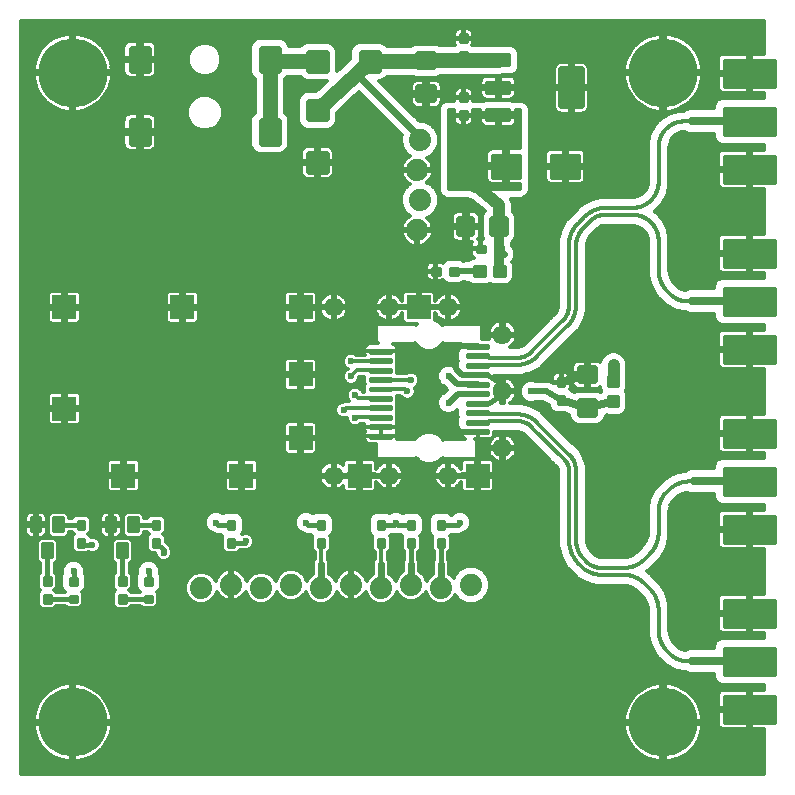
<source format=gbr>
G75*
%MOIN*%
%OFA0B0*%
%FSLAX25Y25*%
%IPPOS*%
%LPD*%
%AMOC8*
5,1,8,0,0,1.08239X$1,22.5*
%
%ADD10C,0.00984*%
%ADD11R,0.07874X0.07874*%
%ADD12C,0.06358*%
%ADD13C,0.23000*%
%ADD14C,0.01600*%
%ADD15C,0.01890*%
%ADD16C,0.00945*%
%ADD17C,0.01181*%
%ADD18C,0.01559*%
%ADD19C,0.02362*%
%ADD20C,0.01440*%
%ADD21C,0.02598*%
%ADD22C,0.07400*%
%ADD23C,0.02362*%
%ADD24C,0.01969*%
%ADD25C,0.02756*%
%ADD26C,0.01024*%
%ADD27C,0.01299*%
%ADD28C,0.03200*%
%ADD29C,0.04000*%
%ADD30C,0.05000*%
%ADD31C,0.01200*%
%ADD32C,0.02400*%
%ADD33C,0.00591*%
D10*
X0146624Y0116197D02*
X0153514Y0116197D01*
X0146624Y0116197D02*
X0146624Y0117181D01*
X0153514Y0117181D01*
X0153514Y0116197D01*
X0153514Y0117180D02*
X0146624Y0117180D01*
X0146624Y0119347D02*
X0153514Y0119347D01*
X0146624Y0119347D02*
X0146624Y0120331D01*
X0153514Y0120331D01*
X0153514Y0119347D01*
X0153514Y0120330D02*
X0146624Y0120330D01*
X0146624Y0122496D02*
X0153514Y0122496D01*
X0146624Y0122496D02*
X0146624Y0123480D01*
X0153514Y0123480D01*
X0153514Y0122496D01*
X0153514Y0123479D02*
X0146624Y0123479D01*
X0146624Y0125646D02*
X0153514Y0125646D01*
X0146624Y0125646D02*
X0146624Y0126630D01*
X0153514Y0126630D01*
X0153514Y0125646D01*
X0153514Y0126629D02*
X0146624Y0126629D01*
X0146624Y0128795D02*
X0153514Y0128795D01*
X0146624Y0128795D02*
X0146624Y0129779D01*
X0153514Y0129779D01*
X0153514Y0128795D01*
X0153514Y0129778D02*
X0146624Y0129778D01*
X0146624Y0131945D02*
X0153514Y0131945D01*
X0146624Y0131945D02*
X0146624Y0132929D01*
X0153514Y0132929D01*
X0153514Y0131945D01*
X0153514Y0132928D02*
X0146624Y0132928D01*
X0146624Y0135095D02*
X0153514Y0135095D01*
X0146624Y0135095D02*
X0146624Y0136079D01*
X0153514Y0136079D01*
X0153514Y0135095D01*
X0153514Y0136078D02*
X0146624Y0136078D01*
X0146624Y0138244D02*
X0153514Y0138244D01*
X0146624Y0138244D02*
X0146624Y0139228D01*
X0153514Y0139228D01*
X0153514Y0138244D01*
X0153514Y0139227D02*
X0146624Y0139227D01*
X0146624Y0141394D02*
X0153514Y0141394D01*
X0146624Y0141394D02*
X0146624Y0142378D01*
X0153514Y0142378D01*
X0153514Y0141394D01*
X0153514Y0142377D02*
X0146624Y0142377D01*
X0146624Y0144543D02*
X0153514Y0144543D01*
X0146624Y0144543D02*
X0146624Y0145527D01*
X0153514Y0145527D01*
X0153514Y0144543D01*
X0153514Y0145526D02*
X0146624Y0145526D01*
X0178907Y0146118D02*
X0185797Y0146118D01*
X0178907Y0146118D02*
X0178907Y0147102D01*
X0185797Y0147102D01*
X0185797Y0146118D01*
X0185797Y0147101D02*
X0178907Y0147101D01*
X0178907Y0142969D02*
X0185797Y0142969D01*
X0178907Y0142969D02*
X0178907Y0143953D01*
X0185797Y0143953D01*
X0185797Y0142969D01*
X0185797Y0143952D02*
X0178907Y0143952D01*
X0178907Y0139819D02*
X0185797Y0139819D01*
X0178907Y0139819D02*
X0178907Y0140803D01*
X0185797Y0140803D01*
X0185797Y0139819D01*
X0185797Y0140802D02*
X0178907Y0140802D01*
X0178907Y0136669D02*
X0185797Y0136669D01*
X0178907Y0136669D02*
X0178907Y0137653D01*
X0185797Y0137653D01*
X0185797Y0136669D01*
X0185797Y0137652D02*
X0178907Y0137652D01*
X0178907Y0133520D02*
X0185797Y0133520D01*
X0178907Y0133520D02*
X0178907Y0134504D01*
X0185797Y0134504D01*
X0185797Y0133520D01*
X0185797Y0134503D02*
X0178907Y0134503D01*
X0178907Y0130370D02*
X0185797Y0130370D01*
X0178907Y0130370D02*
X0178907Y0131354D01*
X0185797Y0131354D01*
X0185797Y0130370D01*
X0185797Y0131353D02*
X0178907Y0131353D01*
X0178907Y0127221D02*
X0185797Y0127221D01*
X0178907Y0127221D02*
X0178907Y0128205D01*
X0185797Y0128205D01*
X0185797Y0127221D01*
X0185797Y0128204D02*
X0178907Y0128204D01*
X0178907Y0124071D02*
X0185797Y0124071D01*
X0178907Y0124071D02*
X0178907Y0125055D01*
X0185797Y0125055D01*
X0185797Y0124071D01*
X0185797Y0125054D02*
X0178907Y0125054D01*
X0178907Y0120921D02*
X0185797Y0120921D01*
X0178907Y0120921D02*
X0178907Y0121905D01*
X0185797Y0121905D01*
X0185797Y0120921D01*
X0185797Y0121904D02*
X0178907Y0121904D01*
X0178907Y0117772D02*
X0185797Y0117772D01*
X0178907Y0117772D02*
X0178907Y0118756D01*
X0185797Y0118756D01*
X0185797Y0117772D01*
X0185797Y0118755D02*
X0178907Y0118755D01*
D11*
X0182352Y0103598D03*
X0142982Y0103598D03*
X0123297Y0116098D03*
X0103612Y0103598D03*
X0123297Y0137358D03*
X0123297Y0159701D03*
X0083927Y0159701D03*
X0044557Y0159701D03*
X0044557Y0125941D03*
X0064242Y0103598D03*
X0162667Y0159701D03*
D12*
X0152825Y0159701D03*
X0134321Y0159701D03*
X0172510Y0159701D03*
X0190620Y0150547D03*
X0190620Y0131650D03*
X0190620Y0112752D03*
X0172510Y0103598D03*
X0152825Y0103598D03*
X0134321Y0103598D03*
D13*
X0047352Y0021335D03*
X0244203Y0021335D03*
X0244203Y0237870D03*
X0047352Y0237870D03*
D14*
X0159980Y0135587D02*
X0160167Y0135400D01*
X0182352Y0137161D02*
X0185906Y0137161D01*
X0190167Y0134150D01*
X0190167Y0132102D01*
X0190620Y0131650D01*
X0190167Y0131197D01*
X0190167Y0130400D01*
X0186230Y0127713D01*
X0182352Y0127713D01*
X0190620Y0129602D02*
X0190620Y0131650D01*
X0176417Y0087900D02*
X0175667Y0087150D01*
X0170167Y0087150D01*
X0170167Y0081150D02*
X0170167Y0074150D01*
X0160167Y0074150D02*
X0160167Y0081150D01*
X0160167Y0087150D02*
X0155917Y0087150D01*
X0155167Y0087900D01*
X0154417Y0087150D01*
X0150167Y0087150D01*
X0130167Y0087150D02*
X0125917Y0087150D01*
X0125167Y0087900D01*
X0105167Y0081650D02*
X0104667Y0081150D01*
X0100167Y0081150D01*
X0100167Y0087150D02*
X0095917Y0087150D01*
X0095167Y0087900D01*
X0077667Y0078650D02*
X0077667Y0077900D01*
X0077667Y0078650D02*
X0075167Y0081150D01*
X0075167Y0087150D02*
X0067738Y0087150D01*
X0063917Y0078569D02*
X0063917Y0068400D01*
X0063965Y0062447D02*
X0072667Y0062447D01*
X0072667Y0068352D02*
X0072667Y0071650D01*
X0063965Y0062447D02*
X0063917Y0062400D01*
X0047667Y0062447D02*
X0038965Y0062447D01*
X0038917Y0062400D01*
X0038917Y0068400D02*
X0038917Y0078569D01*
X0047667Y0071650D02*
X0047667Y0068352D01*
X0050917Y0080400D02*
X0053917Y0080400D01*
X0050917Y0080400D02*
X0050167Y0081150D01*
X0050167Y0087150D02*
X0042738Y0087150D01*
X0264717Y0089850D02*
X0281117Y0089850D01*
X0281117Y0081450D01*
X0264717Y0081450D01*
X0264717Y0089850D01*
X0264717Y0083049D02*
X0281117Y0083049D01*
X0281117Y0084648D02*
X0264717Y0084648D01*
X0264717Y0086247D02*
X0281117Y0086247D01*
X0281117Y0087846D02*
X0264717Y0087846D01*
X0264717Y0089445D02*
X0281117Y0089445D01*
X0281117Y0105850D02*
X0264717Y0105850D01*
X0281117Y0105850D02*
X0281117Y0097450D01*
X0264717Y0097450D01*
X0264717Y0105850D01*
X0264717Y0099049D02*
X0281117Y0099049D01*
X0281117Y0100648D02*
X0264717Y0100648D01*
X0264717Y0102247D02*
X0281117Y0102247D01*
X0281117Y0103846D02*
X0264717Y0103846D01*
X0264717Y0105445D02*
X0281117Y0105445D01*
X0281117Y0121850D02*
X0264717Y0121850D01*
X0281117Y0121850D02*
X0281117Y0113450D01*
X0264717Y0113450D01*
X0264717Y0121850D01*
X0264717Y0115049D02*
X0281117Y0115049D01*
X0281117Y0116648D02*
X0264717Y0116648D01*
X0264717Y0118247D02*
X0281117Y0118247D01*
X0281117Y0119846D02*
X0264717Y0119846D01*
X0264717Y0121445D02*
X0281117Y0121445D01*
X0281117Y0149850D02*
X0264717Y0149850D01*
X0281117Y0149850D02*
X0281117Y0141450D01*
X0264717Y0141450D01*
X0264717Y0149850D01*
X0264717Y0143049D02*
X0281117Y0143049D01*
X0281117Y0144648D02*
X0264717Y0144648D01*
X0264717Y0146247D02*
X0281117Y0146247D01*
X0281117Y0147846D02*
X0264717Y0147846D01*
X0264717Y0149445D02*
X0281117Y0149445D01*
X0281117Y0165850D02*
X0264717Y0165850D01*
X0281117Y0165850D02*
X0281117Y0157450D01*
X0264717Y0157450D01*
X0264717Y0165850D01*
X0264717Y0159049D02*
X0281117Y0159049D01*
X0281117Y0160648D02*
X0264717Y0160648D01*
X0264717Y0162247D02*
X0281117Y0162247D01*
X0281117Y0163846D02*
X0264717Y0163846D01*
X0264717Y0165445D02*
X0281117Y0165445D01*
X0281117Y0181850D02*
X0264717Y0181850D01*
X0281117Y0181850D02*
X0281117Y0173450D01*
X0264717Y0173450D01*
X0264717Y0181850D01*
X0264717Y0175049D02*
X0281117Y0175049D01*
X0281117Y0176648D02*
X0264717Y0176648D01*
X0264717Y0178247D02*
X0281117Y0178247D01*
X0281117Y0179846D02*
X0264717Y0179846D01*
X0264717Y0181445D02*
X0281117Y0181445D01*
X0281117Y0209850D02*
X0264717Y0209850D01*
X0281117Y0209850D02*
X0281117Y0201450D01*
X0264717Y0201450D01*
X0264717Y0209850D01*
X0264717Y0203049D02*
X0281117Y0203049D01*
X0281117Y0204648D02*
X0264717Y0204648D01*
X0264717Y0206247D02*
X0281117Y0206247D01*
X0281117Y0207846D02*
X0264717Y0207846D01*
X0264717Y0209445D02*
X0281117Y0209445D01*
X0281117Y0225850D02*
X0264717Y0225850D01*
X0281117Y0225850D02*
X0281117Y0217450D01*
X0264717Y0217450D01*
X0264717Y0225850D01*
X0264717Y0219049D02*
X0281117Y0219049D01*
X0281117Y0220648D02*
X0264717Y0220648D01*
X0264717Y0222247D02*
X0281117Y0222247D01*
X0281117Y0223846D02*
X0264717Y0223846D01*
X0264717Y0225445D02*
X0281117Y0225445D01*
X0281117Y0241850D02*
X0264717Y0241850D01*
X0281117Y0241850D02*
X0281117Y0233450D01*
X0264717Y0233450D01*
X0264717Y0241850D01*
X0264717Y0235049D02*
X0281117Y0235049D01*
X0281117Y0236648D02*
X0264717Y0236648D01*
X0264717Y0238247D02*
X0281117Y0238247D01*
X0281117Y0239846D02*
X0264717Y0239846D01*
X0264717Y0241445D02*
X0281117Y0241445D01*
X0281117Y0061850D02*
X0264717Y0061850D01*
X0281117Y0061850D02*
X0281117Y0053450D01*
X0264717Y0053450D01*
X0264717Y0061850D01*
X0264717Y0055049D02*
X0281117Y0055049D01*
X0281117Y0056648D02*
X0264717Y0056648D01*
X0264717Y0058247D02*
X0281117Y0058247D01*
X0281117Y0059846D02*
X0264717Y0059846D01*
X0264717Y0061445D02*
X0281117Y0061445D01*
X0281117Y0045850D02*
X0264717Y0045850D01*
X0281117Y0045850D02*
X0281117Y0037450D01*
X0264717Y0037450D01*
X0264717Y0045850D01*
X0264717Y0039049D02*
X0281117Y0039049D01*
X0281117Y0040648D02*
X0264717Y0040648D01*
X0264717Y0042247D02*
X0281117Y0042247D01*
X0281117Y0043846D02*
X0264717Y0043846D01*
X0264717Y0045445D02*
X0281117Y0045445D01*
X0281117Y0029850D02*
X0264717Y0029850D01*
X0281117Y0029850D02*
X0281117Y0021450D01*
X0264717Y0021450D01*
X0264717Y0029850D01*
X0264717Y0023049D02*
X0281117Y0023049D01*
X0281117Y0024648D02*
X0264717Y0024648D01*
X0264717Y0026247D02*
X0281117Y0026247D01*
X0281117Y0027846D02*
X0264717Y0027846D01*
X0264717Y0029445D02*
X0281117Y0029445D01*
D15*
X0216319Y0123934D02*
X0216319Y0128342D01*
X0221515Y0128342D01*
X0221515Y0123934D01*
X0216319Y0123934D01*
X0216319Y0125823D02*
X0221515Y0125823D01*
X0221515Y0127712D02*
X0216319Y0127712D01*
X0216319Y0134957D02*
X0216319Y0139365D01*
X0221515Y0139365D01*
X0221515Y0134957D01*
X0216319Y0134957D01*
X0216319Y0136846D02*
X0221515Y0136846D01*
X0221515Y0138735D02*
X0216319Y0138735D01*
X0191633Y0184052D02*
X0187225Y0184052D01*
X0187225Y0189248D01*
X0191633Y0189248D01*
X0191633Y0184052D01*
X0191633Y0185941D02*
X0187225Y0185941D01*
X0187225Y0187830D02*
X0191633Y0187830D01*
X0180610Y0184052D02*
X0176202Y0184052D01*
X0176202Y0189248D01*
X0180610Y0189248D01*
X0180610Y0184052D01*
X0180610Y0185941D02*
X0176202Y0185941D01*
X0176202Y0187830D02*
X0180610Y0187830D01*
X0167765Y0228619D02*
X0167765Y0233027D01*
X0167765Y0228619D02*
X0162569Y0228619D01*
X0162569Y0233027D01*
X0167765Y0233027D01*
X0167765Y0230508D02*
X0162569Y0230508D01*
X0162569Y0232397D02*
X0167765Y0232397D01*
X0167765Y0239642D02*
X0167765Y0244050D01*
X0167765Y0239642D02*
X0162569Y0239642D01*
X0162569Y0244050D01*
X0167765Y0244050D01*
X0167765Y0241531D02*
X0162569Y0241531D01*
X0162569Y0243420D02*
X0167765Y0243420D01*
D16*
X0178770Y0244639D02*
X0178770Y0242041D01*
X0176564Y0242041D01*
X0176564Y0244639D01*
X0178770Y0244639D01*
X0178770Y0242985D02*
X0176564Y0242985D01*
X0176564Y0243929D02*
X0178770Y0243929D01*
X0178770Y0248041D02*
X0178770Y0250639D01*
X0178770Y0248041D02*
X0176564Y0248041D01*
X0176564Y0250639D01*
X0178770Y0250639D01*
X0178770Y0248985D02*
X0176564Y0248985D01*
X0176564Y0249929D02*
X0178770Y0249929D01*
X0178770Y0230949D02*
X0178770Y0228351D01*
X0176564Y0228351D01*
X0176564Y0230949D01*
X0178770Y0230949D01*
X0178770Y0229295D02*
X0176564Y0229295D01*
X0176564Y0230239D02*
X0178770Y0230239D01*
X0178770Y0224949D02*
X0178770Y0222351D01*
X0176564Y0222351D01*
X0176564Y0224949D01*
X0178770Y0224949D01*
X0178770Y0223295D02*
X0176564Y0223295D01*
X0176564Y0224239D02*
X0178770Y0224239D01*
X0182118Y0180253D02*
X0184716Y0180253D01*
X0184716Y0178047D01*
X0182118Y0178047D01*
X0182118Y0180253D01*
X0182118Y0178991D02*
X0184716Y0178991D01*
X0184716Y0179935D02*
X0182118Y0179935D01*
X0188118Y0180253D02*
X0190716Y0180253D01*
X0190716Y0178047D01*
X0188118Y0178047D01*
X0188118Y0180253D01*
X0188118Y0178991D02*
X0190716Y0178991D01*
X0190716Y0179935D02*
X0188118Y0179935D01*
X0175716Y0172753D02*
X0173118Y0172753D01*
X0175716Y0172753D02*
X0175716Y0170547D01*
X0173118Y0170547D01*
X0173118Y0172753D01*
X0173118Y0171491D02*
X0175716Y0171491D01*
X0175716Y0172435D02*
X0173118Y0172435D01*
X0169716Y0172753D02*
X0167118Y0172753D01*
X0169716Y0172753D02*
X0169716Y0170547D01*
X0167118Y0170547D01*
X0167118Y0172753D01*
X0167118Y0171491D02*
X0169716Y0171491D01*
X0169716Y0172435D02*
X0167118Y0172435D01*
X0211270Y0135949D02*
X0211270Y0133351D01*
X0209064Y0133351D01*
X0209064Y0135949D01*
X0211270Y0135949D01*
X0211270Y0134295D02*
X0209064Y0134295D01*
X0209064Y0135239D02*
X0211270Y0135239D01*
X0211270Y0129949D02*
X0211270Y0127351D01*
X0209064Y0127351D01*
X0209064Y0129949D01*
X0211270Y0129949D01*
X0211270Y0128295D02*
X0209064Y0128295D01*
X0209064Y0129239D02*
X0211270Y0129239D01*
X0171270Y0088449D02*
X0171270Y0085851D01*
X0169064Y0085851D01*
X0169064Y0088449D01*
X0171270Y0088449D01*
X0171270Y0086795D02*
X0169064Y0086795D01*
X0169064Y0087739D02*
X0171270Y0087739D01*
X0171270Y0082449D02*
X0171270Y0079851D01*
X0169064Y0079851D01*
X0169064Y0082449D01*
X0171270Y0082449D01*
X0171270Y0080795D02*
X0169064Y0080795D01*
X0169064Y0081739D02*
X0171270Y0081739D01*
X0161270Y0082449D02*
X0161270Y0079851D01*
X0159064Y0079851D01*
X0159064Y0082449D01*
X0161270Y0082449D01*
X0161270Y0080795D02*
X0159064Y0080795D01*
X0159064Y0081739D02*
X0161270Y0081739D01*
X0161270Y0085851D02*
X0161270Y0088449D01*
X0161270Y0085851D02*
X0159064Y0085851D01*
X0159064Y0088449D01*
X0161270Y0088449D01*
X0161270Y0086795D02*
X0159064Y0086795D01*
X0159064Y0087739D02*
X0161270Y0087739D01*
X0151270Y0088449D02*
X0151270Y0085851D01*
X0149064Y0085851D01*
X0149064Y0088449D01*
X0151270Y0088449D01*
X0151270Y0086795D02*
X0149064Y0086795D01*
X0149064Y0087739D02*
X0151270Y0087739D01*
X0151270Y0082449D02*
X0151270Y0079851D01*
X0149064Y0079851D01*
X0149064Y0082449D01*
X0151270Y0082449D01*
X0151270Y0080795D02*
X0149064Y0080795D01*
X0149064Y0081739D02*
X0151270Y0081739D01*
X0131270Y0082449D02*
X0131270Y0079851D01*
X0129064Y0079851D01*
X0129064Y0082449D01*
X0131270Y0082449D01*
X0131270Y0080795D02*
X0129064Y0080795D01*
X0129064Y0081739D02*
X0131270Y0081739D01*
X0131270Y0085851D02*
X0131270Y0088449D01*
X0131270Y0085851D02*
X0129064Y0085851D01*
X0129064Y0088449D01*
X0131270Y0088449D01*
X0131270Y0086795D02*
X0129064Y0086795D01*
X0129064Y0087739D02*
X0131270Y0087739D01*
X0101270Y0088449D02*
X0101270Y0085851D01*
X0099064Y0085851D01*
X0099064Y0088449D01*
X0101270Y0088449D01*
X0101270Y0086795D02*
X0099064Y0086795D01*
X0099064Y0087739D02*
X0101270Y0087739D01*
X0101270Y0082449D02*
X0101270Y0079851D01*
X0099064Y0079851D01*
X0099064Y0082449D01*
X0101270Y0082449D01*
X0101270Y0080795D02*
X0099064Y0080795D01*
X0099064Y0081739D02*
X0101270Y0081739D01*
X0074064Y0082449D02*
X0074064Y0079851D01*
X0074064Y0082449D02*
X0076270Y0082449D01*
X0076270Y0079851D01*
X0074064Y0079851D01*
X0074064Y0080795D02*
X0076270Y0080795D01*
X0076270Y0081739D02*
X0074064Y0081739D01*
X0074064Y0085851D02*
X0074064Y0088449D01*
X0076270Y0088449D01*
X0076270Y0085851D01*
X0074064Y0085851D01*
X0074064Y0086795D02*
X0076270Y0086795D01*
X0076270Y0087739D02*
X0074064Y0087739D01*
X0073770Y0069455D02*
X0071564Y0069455D01*
X0073770Y0069455D02*
X0073770Y0067249D01*
X0071564Y0067249D01*
X0071564Y0069455D01*
X0071564Y0068193D02*
X0073770Y0068193D01*
X0073770Y0069137D02*
X0071564Y0069137D01*
X0071564Y0063550D02*
X0073770Y0063550D01*
X0073770Y0061344D01*
X0071564Y0061344D01*
X0071564Y0063550D01*
X0071564Y0062288D02*
X0073770Y0062288D01*
X0073770Y0063232D02*
X0071564Y0063232D01*
X0062814Y0063699D02*
X0062814Y0061101D01*
X0062814Y0063699D02*
X0065020Y0063699D01*
X0065020Y0061101D01*
X0062814Y0061101D01*
X0062814Y0062045D02*
X0065020Y0062045D01*
X0065020Y0062989D02*
X0062814Y0062989D01*
X0062814Y0067101D02*
X0062814Y0069699D01*
X0065020Y0069699D01*
X0065020Y0067101D01*
X0062814Y0067101D01*
X0062814Y0068045D02*
X0065020Y0068045D01*
X0065020Y0068989D02*
X0062814Y0068989D01*
X0049064Y0079851D02*
X0049064Y0082449D01*
X0051270Y0082449D01*
X0051270Y0079851D01*
X0049064Y0079851D01*
X0049064Y0080795D02*
X0051270Y0080795D01*
X0051270Y0081739D02*
X0049064Y0081739D01*
X0049064Y0085851D02*
X0049064Y0088449D01*
X0051270Y0088449D01*
X0051270Y0085851D01*
X0049064Y0085851D01*
X0049064Y0086795D02*
X0051270Y0086795D01*
X0051270Y0087739D02*
X0049064Y0087739D01*
X0048770Y0069455D02*
X0046564Y0069455D01*
X0048770Y0069455D02*
X0048770Y0067249D01*
X0046564Y0067249D01*
X0046564Y0069455D01*
X0046564Y0068193D02*
X0048770Y0068193D01*
X0048770Y0069137D02*
X0046564Y0069137D01*
X0046564Y0063550D02*
X0048770Y0063550D01*
X0048770Y0061344D01*
X0046564Y0061344D01*
X0046564Y0063550D01*
X0046564Y0062288D02*
X0048770Y0062288D01*
X0048770Y0063232D02*
X0046564Y0063232D01*
X0037814Y0063699D02*
X0037814Y0061101D01*
X0037814Y0063699D02*
X0040020Y0063699D01*
X0040020Y0061101D01*
X0037814Y0061101D01*
X0037814Y0062045D02*
X0040020Y0062045D01*
X0040020Y0062989D02*
X0037814Y0062989D01*
X0037814Y0067101D02*
X0037814Y0069699D01*
X0040020Y0069699D01*
X0040020Y0067101D01*
X0037814Y0067101D01*
X0037814Y0068045D02*
X0040020Y0068045D01*
X0040020Y0068989D02*
X0037814Y0068989D01*
D17*
X0030030Y0004012D02*
X0030030Y0255193D01*
X0277667Y0255193D01*
X0277667Y0244240D01*
X0273508Y0244240D01*
X0273508Y0238240D01*
X0272327Y0238240D01*
X0272327Y0244240D01*
X0264482Y0244240D01*
X0264020Y0244148D01*
X0263585Y0243968D01*
X0263193Y0243706D01*
X0262860Y0243373D01*
X0262599Y0242982D01*
X0262419Y0242547D01*
X0262327Y0242085D01*
X0262327Y0238240D01*
X0272327Y0238240D01*
X0272327Y0237059D01*
X0273508Y0237059D01*
X0273508Y0231059D01*
X0277667Y0231059D01*
X0277667Y0229602D01*
X0263971Y0229602D01*
X0262592Y0229031D01*
X0261536Y0227975D01*
X0260965Y0226596D01*
X0260965Y0225980D01*
X0252841Y0225980D01*
X0251250Y0225321D01*
X0251181Y0225252D01*
X0249605Y0225252D01*
X0246518Y0224425D01*
X0243750Y0222827D01*
X0242620Y0221697D01*
X0242113Y0221190D01*
X0241490Y0220567D01*
X0239892Y0217799D01*
X0239065Y0214712D01*
X0239065Y0201435D01*
X0239023Y0200791D01*
X0238689Y0199547D01*
X0238046Y0198432D01*
X0237620Y0197947D01*
X0237587Y0197914D01*
X0237077Y0197466D01*
X0235903Y0196789D01*
X0234595Y0196438D01*
X0233917Y0196394D01*
X0223205Y0196394D01*
X0219827Y0195489D01*
X0216799Y0193740D01*
X0216069Y0193011D01*
X0212651Y0189592D01*
X0211891Y0188832D01*
X0210100Y0185731D01*
X0210100Y0185731D01*
X0209173Y0182271D01*
X0209173Y0160185D01*
X0209141Y0159690D01*
X0208885Y0158734D01*
X0208390Y0157877D01*
X0208063Y0157504D01*
X0207690Y0157132D01*
X0207556Y0156998D01*
X0198063Y0147504D01*
X0197690Y0147177D01*
X0196833Y0146682D01*
X0195877Y0146426D01*
X0195382Y0146394D01*
X0192974Y0146394D01*
X0193120Y0146468D01*
X0193727Y0146909D01*
X0194258Y0147440D01*
X0194699Y0148047D01*
X0195040Y0148716D01*
X0195272Y0149430D01*
X0195390Y0150172D01*
X0195390Y0150203D01*
X0190965Y0150203D01*
X0190965Y0150892D01*
X0195390Y0150892D01*
X0195390Y0150923D01*
X0195272Y0151664D01*
X0195040Y0152378D01*
X0194699Y0153047D01*
X0194258Y0153654D01*
X0193727Y0154185D01*
X0193120Y0154627D01*
X0192451Y0154967D01*
X0191737Y0155199D01*
X0190995Y0155317D01*
X0190965Y0155317D01*
X0190965Y0150892D01*
X0190276Y0150892D01*
X0190276Y0155317D01*
X0190245Y0155317D01*
X0189503Y0155199D01*
X0188789Y0154967D01*
X0188120Y0154627D01*
X0187513Y0154185D01*
X0186982Y0153654D01*
X0186541Y0153047D01*
X0186200Y0152378D01*
X0185968Y0151664D01*
X0185850Y0150923D01*
X0185850Y0150892D01*
X0190276Y0150892D01*
X0190276Y0150203D01*
X0185850Y0150203D01*
X0185850Y0150172D01*
X0185968Y0149430D01*
X0186048Y0149185D01*
X0183939Y0149185D01*
X0183939Y0153491D01*
X0183298Y0154132D01*
X0171082Y0154132D01*
X0170682Y0153732D01*
X0169277Y0155136D01*
X0168195Y0155585D01*
X0168195Y0157663D01*
X0168430Y0157201D01*
X0168872Y0156594D01*
X0169403Y0156063D01*
X0170010Y0155621D01*
X0170679Y0155281D01*
X0171393Y0155049D01*
X0172134Y0154931D01*
X0172165Y0154931D01*
X0172165Y0159356D01*
X0168195Y0159356D01*
X0163012Y0159356D01*
X0163012Y0160045D01*
X0172165Y0160045D01*
X0172165Y0159356D01*
X0172854Y0159356D01*
X0172854Y0154931D01*
X0172885Y0154931D01*
X0173627Y0155049D01*
X0174341Y0155281D01*
X0175010Y0155621D01*
X0175617Y0156063D01*
X0176148Y0156594D01*
X0176589Y0157201D01*
X0176930Y0157870D01*
X0177162Y0158584D01*
X0177280Y0159325D01*
X0177280Y0159356D01*
X0172854Y0159356D01*
X0172854Y0160045D01*
X0172165Y0160045D01*
X0172165Y0164470D01*
X0172134Y0164470D01*
X0171393Y0164353D01*
X0170679Y0164121D01*
X0170010Y0163780D01*
X0169403Y0163339D01*
X0168872Y0162808D01*
X0168430Y0162201D01*
X0168195Y0161738D01*
X0168195Y0163847D01*
X0168086Y0164252D01*
X0167877Y0164614D01*
X0167581Y0164911D01*
X0167218Y0165120D01*
X0166814Y0165228D01*
X0163012Y0165228D01*
X0163012Y0160045D01*
X0162323Y0160045D01*
X0162323Y0159356D01*
X0153169Y0159356D01*
X0153169Y0154931D01*
X0153200Y0154931D01*
X0153942Y0155049D01*
X0154656Y0155281D01*
X0155325Y0155621D01*
X0155932Y0156063D01*
X0156463Y0156594D01*
X0156904Y0157201D01*
X0157140Y0157663D01*
X0157140Y0155554D01*
X0157248Y0155150D01*
X0157458Y0154787D01*
X0157754Y0154491D01*
X0158116Y0154282D01*
X0158521Y0154173D01*
X0162181Y0154173D01*
X0161781Y0153773D01*
X0161423Y0154132D01*
X0149207Y0154132D01*
X0148566Y0153491D01*
X0148566Y0148155D01*
X0149111Y0147610D01*
X0146350Y0147610D01*
X0145820Y0147468D01*
X0145345Y0147194D01*
X0144957Y0146806D01*
X0144683Y0146331D01*
X0144541Y0145802D01*
X0144541Y0145035D01*
X0144541Y0144269D01*
X0144661Y0143824D01*
X0141890Y0143824D01*
X0141728Y0143986D01*
X0140716Y0144405D01*
X0139619Y0144405D01*
X0138606Y0143986D01*
X0137831Y0143211D01*
X0137411Y0142198D01*
X0137411Y0141101D01*
X0137831Y0140089D01*
X0138606Y0139313D01*
X0139001Y0139150D01*
X0138606Y0138986D01*
X0137831Y0138211D01*
X0137411Y0137198D01*
X0137411Y0136101D01*
X0137831Y0135089D01*
X0138606Y0134313D01*
X0139619Y0133894D01*
X0140716Y0133894D01*
X0141728Y0134313D01*
X0142504Y0135089D01*
X0142923Y0136101D01*
X0142923Y0136330D01*
X0143155Y0136561D01*
X0144557Y0136561D01*
X0144557Y0134238D01*
X0144784Y0134012D01*
X0144557Y0133785D01*
X0144557Y0131462D01*
X0143960Y0131462D01*
X0143754Y0131961D01*
X0142978Y0132736D01*
X0141966Y0133155D01*
X0140869Y0133155D01*
X0139856Y0132736D01*
X0139081Y0131961D01*
X0138661Y0130948D01*
X0138661Y0129851D01*
X0139081Y0128839D01*
X0139607Y0128313D01*
X0137505Y0128313D01*
X0137348Y0128155D01*
X0137119Y0128155D01*
X0136106Y0127736D01*
X0135331Y0126961D01*
X0134911Y0125948D01*
X0134911Y0124851D01*
X0135331Y0123839D01*
X0136106Y0123063D01*
X0137119Y0122644D01*
X0138216Y0122644D01*
X0138661Y0122828D01*
X0138661Y0122351D01*
X0139081Y0121339D01*
X0139856Y0120563D01*
X0140869Y0120144D01*
X0141966Y0120144D01*
X0142978Y0120563D01*
X0143229Y0120813D01*
X0144597Y0120813D01*
X0144541Y0120605D01*
X0144541Y0119839D01*
X0150069Y0119839D01*
X0155596Y0119839D01*
X0155596Y0120605D01*
X0155455Y0121135D01*
X0155316Y0121375D01*
X0155581Y0121640D01*
X0155581Y0124336D01*
X0155354Y0124563D01*
X0155581Y0124790D01*
X0155581Y0127486D01*
X0155354Y0127713D01*
X0155581Y0127939D01*
X0155581Y0130262D01*
X0156509Y0130262D01*
X0156581Y0130089D01*
X0157356Y0129313D01*
X0158369Y0128894D01*
X0159466Y0128894D01*
X0160478Y0129313D01*
X0161254Y0130089D01*
X0161673Y0131101D01*
X0161673Y0132198D01*
X0161375Y0132917D01*
X0161728Y0133063D01*
X0162504Y0133839D01*
X0162923Y0134851D01*
X0162923Y0135948D01*
X0162504Y0136961D01*
X0161728Y0137736D01*
X0160716Y0138155D01*
X0159619Y0138155D01*
X0159151Y0137961D01*
X0158997Y0137961D01*
X0158888Y0137853D01*
X0158668Y0137761D01*
X0155581Y0137761D01*
X0155581Y0140084D01*
X0155354Y0140311D01*
X0155581Y0140538D01*
X0155581Y0143234D01*
X0155316Y0143499D01*
X0155455Y0143739D01*
X0155596Y0144269D01*
X0155596Y0145035D01*
X0150069Y0145035D01*
X0150069Y0145035D01*
X0144541Y0145035D01*
X0150069Y0145035D01*
X0150069Y0145035D01*
X0155596Y0145035D01*
X0155596Y0145802D01*
X0155455Y0146331D01*
X0155180Y0146806D01*
X0154793Y0147194D01*
X0154318Y0147468D01*
X0154148Y0147514D01*
X0161423Y0147514D01*
X0161554Y0147645D01*
X0161621Y0147481D01*
X0163144Y0145958D01*
X0165134Y0145134D01*
X0167287Y0145134D01*
X0169277Y0145958D01*
X0170800Y0147481D01*
X0170892Y0147704D01*
X0171082Y0147514D01*
X0176862Y0147514D01*
X0176825Y0147377D01*
X0176825Y0146742D01*
X0170061Y0146742D01*
X0168322Y0145562D02*
X0175846Y0145562D01*
X0175987Y0145904D02*
X0175463Y0144638D01*
X0175463Y0142283D01*
X0175627Y0141886D01*
X0175463Y0141488D01*
X0175463Y0139144D01*
X0174786Y0139820D01*
X0173411Y0140390D01*
X0171923Y0140390D01*
X0170549Y0139820D01*
X0169497Y0138768D01*
X0168927Y0137394D01*
X0168927Y0135906D01*
X0169497Y0134531D01*
X0170549Y0133479D01*
X0171024Y0133282D01*
X0172031Y0132275D01*
X0171024Y0131267D01*
X0170549Y0131070D01*
X0169497Y0130018D01*
X0168927Y0128644D01*
X0168927Y0127156D01*
X0169497Y0125781D01*
X0170549Y0124729D01*
X0171923Y0124159D01*
X0173411Y0124159D01*
X0174786Y0124729D01*
X0175463Y0125406D01*
X0175463Y0123386D01*
X0175627Y0122988D01*
X0175463Y0122591D01*
X0175463Y0120236D01*
X0175987Y0118970D01*
X0176825Y0118132D01*
X0176825Y0117497D01*
X0176967Y0116968D01*
X0177241Y0116493D01*
X0177629Y0116105D01*
X0178104Y0115831D01*
X0178273Y0115785D01*
X0171082Y0115785D01*
X0170892Y0115596D01*
X0170800Y0115818D01*
X0169277Y0117341D01*
X0167287Y0118165D01*
X0165134Y0118165D01*
X0163144Y0117341D01*
X0161621Y0115818D01*
X0161554Y0115655D01*
X0161423Y0115785D01*
X0155560Y0115785D01*
X0155596Y0115923D01*
X0155596Y0116689D01*
X0155596Y0117455D01*
X0155455Y0117985D01*
X0155294Y0118264D01*
X0155455Y0118543D01*
X0155596Y0119072D01*
X0155596Y0119839D01*
X0150069Y0119839D01*
X0150069Y0119839D01*
X0150069Y0119839D01*
X0144541Y0119839D01*
X0144541Y0119072D01*
X0144683Y0118543D01*
X0144844Y0118264D01*
X0144683Y0117985D01*
X0144541Y0117455D01*
X0144541Y0116689D01*
X0150069Y0116689D01*
X0155596Y0116689D01*
X0150069Y0116689D01*
X0150069Y0116689D01*
X0150069Y0116689D01*
X0150069Y0119838D01*
X0150069Y0119838D01*
X0150069Y0119264D01*
X0150069Y0116689D01*
X0150069Y0116689D01*
X0144541Y0116689D01*
X0144541Y0115923D01*
X0144683Y0115393D01*
X0144957Y0114918D01*
X0145345Y0114530D01*
X0145820Y0114256D01*
X0146350Y0114114D01*
X0148566Y0114114D01*
X0148566Y0109808D01*
X0149207Y0109167D01*
X0161423Y0109167D01*
X0161781Y0109526D01*
X0163144Y0108163D01*
X0165134Y0107339D01*
X0167287Y0107339D01*
X0169277Y0108163D01*
X0170682Y0109568D01*
X0171082Y0109167D01*
X0181423Y0109167D01*
X0182064Y0109808D01*
X0182064Y0115144D01*
X0181519Y0115689D01*
X0182352Y0115689D01*
X0182352Y0117476D01*
X0182352Y0117476D01*
X0182352Y0115689D01*
X0186071Y0115689D01*
X0186601Y0115831D01*
X0187076Y0116105D01*
X0187464Y0116493D01*
X0187738Y0116968D01*
X0187880Y0117497D01*
X0187880Y0118132D01*
X0187903Y0118156D01*
X0195382Y0118156D01*
X0195877Y0118123D01*
X0196833Y0117867D01*
X0197690Y0117372D01*
X0198063Y0117045D01*
X0208288Y0106819D01*
X0208795Y0106313D01*
X0208956Y0106117D01*
X0209148Y0105652D01*
X0209173Y0105400D01*
X0209173Y0080204D01*
X0210203Y0076361D01*
X0212192Y0072915D01*
X0213093Y0072015D01*
X0214819Y0070288D01*
X0214819Y0070288D01*
X0215549Y0069559D01*
X0215549Y0069559D01*
X0218577Y0067810D01*
X0221955Y0066906D01*
X0230917Y0066906D01*
X0231752Y0066851D01*
X0233365Y0066419D01*
X0234812Y0065583D01*
X0235441Y0065032D01*
X0236684Y0063788D01*
X0236684Y0063788D01*
X0237189Y0063284D01*
X0237191Y0063281D01*
X0237743Y0062652D01*
X0238578Y0061206D01*
X0239010Y0059593D01*
X0239065Y0058757D01*
X0239065Y0050251D01*
X0239992Y0046791D01*
X0241783Y0043690D01*
X0241783Y0043690D01*
X0242542Y0042930D01*
X0244377Y0041096D01*
X0245000Y0040472D01*
X0247768Y0038874D01*
X0250855Y0038047D01*
X0251395Y0038047D01*
X0251464Y0037978D01*
X0253056Y0037319D01*
X0260965Y0037319D01*
X0260965Y0036703D01*
X0261536Y0035324D01*
X0262592Y0034268D01*
X0263971Y0033697D01*
X0277667Y0033697D01*
X0277667Y0032240D01*
X0273508Y0032240D01*
X0273508Y0026240D01*
X0272327Y0026240D01*
X0272327Y0032240D01*
X0264482Y0032240D01*
X0264020Y0032148D01*
X0263585Y0031968D01*
X0263193Y0031706D01*
X0262860Y0031373D01*
X0262599Y0030982D01*
X0262419Y0030547D01*
X0262327Y0030085D01*
X0262327Y0026240D01*
X0272327Y0026240D01*
X0272327Y0025059D01*
X0273508Y0025059D01*
X0273508Y0019059D01*
X0277667Y0019059D01*
X0277667Y0004012D01*
X0030030Y0004012D01*
X0030030Y0005188D02*
X0277667Y0005188D01*
X0277667Y0006368D02*
X0030030Y0006368D01*
X0030030Y0007548D02*
X0277667Y0007548D01*
X0277667Y0008727D02*
X0247737Y0008727D01*
X0247387Y0008621D02*
X0248618Y0008994D01*
X0249806Y0009487D01*
X0250941Y0010093D01*
X0252010Y0010808D01*
X0253004Y0011623D01*
X0253914Y0012533D01*
X0254730Y0013527D01*
X0255444Y0014597D01*
X0256051Y0015731D01*
X0256543Y0016919D01*
X0256916Y0018150D01*
X0257167Y0019412D01*
X0257293Y0020692D01*
X0257293Y0020744D01*
X0244793Y0020744D01*
X0244793Y0008244D01*
X0244846Y0008244D01*
X0246126Y0008370D01*
X0247387Y0008621D01*
X0244793Y0008727D02*
X0243612Y0008727D01*
X0243612Y0008244D02*
X0243612Y0020744D01*
X0231112Y0020744D01*
X0231112Y0020692D01*
X0231238Y0019412D01*
X0231489Y0018150D01*
X0231863Y0016919D01*
X0232355Y0015731D01*
X0232961Y0014597D01*
X0233676Y0013527D01*
X0234492Y0012533D01*
X0235401Y0011623D01*
X0236395Y0010808D01*
X0237465Y0010093D01*
X0238599Y0009487D01*
X0239787Y0008994D01*
X0241018Y0008621D01*
X0242280Y0008370D01*
X0243560Y0008244D01*
X0243612Y0008244D01*
X0243612Y0009907D02*
X0244793Y0009907D01*
X0244793Y0011087D02*
X0243612Y0011087D01*
X0243612Y0012266D02*
X0244793Y0012266D01*
X0244793Y0013446D02*
X0243612Y0013446D01*
X0243612Y0014625D02*
X0244793Y0014625D01*
X0244793Y0015805D02*
X0243612Y0015805D01*
X0243612Y0016985D02*
X0244793Y0016985D01*
X0244793Y0018164D02*
X0243612Y0018164D01*
X0243612Y0019344D02*
X0244793Y0019344D01*
X0244793Y0020523D02*
X0243612Y0020523D01*
X0243612Y0020744D02*
X0244793Y0020744D01*
X0244793Y0021925D01*
X0243612Y0021925D01*
X0243612Y0020744D01*
X0243612Y0021703D02*
X0047943Y0021703D01*
X0047943Y0021925D02*
X0060443Y0021925D01*
X0060443Y0021978D01*
X0060317Y0023258D01*
X0060066Y0024519D01*
X0059693Y0025750D01*
X0059200Y0026938D01*
X0058594Y0028073D01*
X0057879Y0029142D01*
X0057064Y0030136D01*
X0056154Y0031046D01*
X0055160Y0031862D01*
X0054090Y0032576D01*
X0052956Y0033183D01*
X0051768Y0033675D01*
X0050537Y0034048D01*
X0049275Y0034299D01*
X0047995Y0034425D01*
X0047943Y0034425D01*
X0047943Y0021925D01*
X0047943Y0020744D01*
X0060443Y0020744D01*
X0060443Y0020692D01*
X0060317Y0019412D01*
X0060066Y0018150D01*
X0059693Y0016919D01*
X0059200Y0015731D01*
X0058594Y0014597D01*
X0057879Y0013527D01*
X0057064Y0012533D01*
X0056154Y0011623D01*
X0055160Y0010808D01*
X0054090Y0010093D01*
X0052956Y0009487D01*
X0051768Y0008994D01*
X0050537Y0008621D01*
X0049275Y0008370D01*
X0047995Y0008244D01*
X0047943Y0008244D01*
X0047943Y0020744D01*
X0046762Y0020744D01*
X0046762Y0008244D01*
X0046709Y0008244D01*
X0045429Y0008370D01*
X0044168Y0008621D01*
X0042937Y0008994D01*
X0041749Y0009487D01*
X0040614Y0010093D01*
X0039545Y0010808D01*
X0038551Y0011623D01*
X0037641Y0012533D01*
X0036825Y0013527D01*
X0036111Y0014597D01*
X0035504Y0015731D01*
X0035012Y0016919D01*
X0034639Y0018150D01*
X0034388Y0019412D01*
X0034262Y0020692D01*
X0034262Y0020744D01*
X0046762Y0020744D01*
X0046762Y0021925D01*
X0034262Y0021925D01*
X0034262Y0021978D01*
X0034388Y0023258D01*
X0034639Y0024519D01*
X0035012Y0025750D01*
X0035504Y0026938D01*
X0036111Y0028073D01*
X0036825Y0029142D01*
X0037641Y0030136D01*
X0038551Y0031046D01*
X0039545Y0031862D01*
X0040614Y0032576D01*
X0041749Y0033183D01*
X0042937Y0033675D01*
X0044168Y0034048D01*
X0045429Y0034299D01*
X0046709Y0034425D01*
X0046762Y0034425D01*
X0046762Y0021925D01*
X0047943Y0021925D01*
X0047943Y0022883D02*
X0046762Y0022883D01*
X0046762Y0024062D02*
X0047943Y0024062D01*
X0047943Y0025242D02*
X0046762Y0025242D01*
X0046762Y0026421D02*
X0047943Y0026421D01*
X0047943Y0027601D02*
X0046762Y0027601D01*
X0046762Y0028781D02*
X0047943Y0028781D01*
X0047943Y0029960D02*
X0046762Y0029960D01*
X0046762Y0031140D02*
X0047943Y0031140D01*
X0047943Y0032320D02*
X0046762Y0032320D01*
X0046762Y0033499D02*
X0047943Y0033499D01*
X0042513Y0033499D02*
X0030030Y0033499D01*
X0030030Y0032320D02*
X0040230Y0032320D01*
X0038665Y0031140D02*
X0030030Y0031140D01*
X0030030Y0029960D02*
X0037497Y0029960D01*
X0036584Y0028781D02*
X0030030Y0028781D01*
X0030030Y0027601D02*
X0035859Y0027601D01*
X0035290Y0026421D02*
X0030030Y0026421D01*
X0030030Y0025242D02*
X0034858Y0025242D01*
X0034548Y0024062D02*
X0030030Y0024062D01*
X0030030Y0022883D02*
X0034351Y0022883D01*
X0034278Y0020523D02*
X0030030Y0020523D01*
X0030030Y0019344D02*
X0034401Y0019344D01*
X0034636Y0018164D02*
X0030030Y0018164D01*
X0030030Y0016985D02*
X0034992Y0016985D01*
X0035474Y0015805D02*
X0030030Y0015805D01*
X0030030Y0014625D02*
X0036095Y0014625D01*
X0036892Y0013446D02*
X0030030Y0013446D01*
X0030030Y0012266D02*
X0037908Y0012266D01*
X0039205Y0011087D02*
X0030030Y0011087D01*
X0030030Y0009907D02*
X0040962Y0009907D01*
X0043818Y0008727D02*
X0030030Y0008727D01*
X0030030Y0021703D02*
X0046762Y0021703D01*
X0046762Y0020523D02*
X0047943Y0020523D01*
X0047943Y0019344D02*
X0046762Y0019344D01*
X0046762Y0018164D02*
X0047943Y0018164D01*
X0047943Y0016985D02*
X0046762Y0016985D01*
X0046762Y0015805D02*
X0047943Y0015805D01*
X0047943Y0014625D02*
X0046762Y0014625D01*
X0046762Y0013446D02*
X0047943Y0013446D01*
X0047943Y0012266D02*
X0046762Y0012266D01*
X0046762Y0011087D02*
X0047943Y0011087D01*
X0047943Y0009907D02*
X0046762Y0009907D01*
X0046762Y0008727D02*
X0047943Y0008727D01*
X0050887Y0008727D02*
X0240668Y0008727D01*
X0237813Y0009907D02*
X0053742Y0009907D01*
X0055500Y0011087D02*
X0236055Y0011087D01*
X0234758Y0012266D02*
X0056797Y0012266D01*
X0057813Y0013446D02*
X0233742Y0013446D01*
X0232946Y0014625D02*
X0058609Y0014625D01*
X0059231Y0015805D02*
X0232324Y0015805D01*
X0231843Y0016985D02*
X0059712Y0016985D01*
X0060069Y0018164D02*
X0231486Y0018164D01*
X0231252Y0019344D02*
X0060303Y0019344D01*
X0060426Y0020523D02*
X0231129Y0020523D01*
X0231112Y0021925D02*
X0243612Y0021925D01*
X0243612Y0034425D01*
X0243560Y0034425D01*
X0242280Y0034299D01*
X0241018Y0034048D01*
X0239787Y0033675D01*
X0238599Y0033183D01*
X0237465Y0032576D01*
X0236395Y0031862D01*
X0235401Y0031046D01*
X0234492Y0030136D01*
X0233676Y0029142D01*
X0232961Y0028073D01*
X0232355Y0026938D01*
X0231863Y0025750D01*
X0231489Y0024519D01*
X0231238Y0023258D01*
X0231112Y0021978D01*
X0231112Y0021925D01*
X0231201Y0022883D02*
X0060354Y0022883D01*
X0060157Y0024062D02*
X0231398Y0024062D01*
X0231708Y0025242D02*
X0059847Y0025242D01*
X0059414Y0026421D02*
X0232141Y0026421D01*
X0232709Y0027601D02*
X0058846Y0027601D01*
X0058121Y0028781D02*
X0233434Y0028781D01*
X0234347Y0029960D02*
X0057208Y0029960D01*
X0056039Y0031140D02*
X0235516Y0031140D01*
X0237080Y0032320D02*
X0054475Y0032320D01*
X0052192Y0033499D02*
X0239363Y0033499D01*
X0243612Y0033499D02*
X0244793Y0033499D01*
X0244793Y0034425D02*
X0244846Y0034425D01*
X0246126Y0034299D01*
X0247387Y0034048D01*
X0248618Y0033675D01*
X0249806Y0033183D01*
X0250941Y0032576D01*
X0252010Y0031862D01*
X0253004Y0031046D01*
X0253914Y0030136D01*
X0254730Y0029142D01*
X0255444Y0028073D01*
X0256051Y0026938D01*
X0256543Y0025750D01*
X0256916Y0024519D01*
X0257167Y0023258D01*
X0257293Y0021978D01*
X0257293Y0021925D01*
X0244793Y0021925D01*
X0244793Y0034425D01*
X0244793Y0032320D02*
X0243612Y0032320D01*
X0243612Y0031140D02*
X0244793Y0031140D01*
X0244793Y0029960D02*
X0243612Y0029960D01*
X0243612Y0028781D02*
X0244793Y0028781D01*
X0244793Y0027601D02*
X0243612Y0027601D01*
X0243612Y0026421D02*
X0244793Y0026421D01*
X0244793Y0025242D02*
X0243612Y0025242D01*
X0243612Y0024062D02*
X0244793Y0024062D01*
X0244793Y0022883D02*
X0243612Y0022883D01*
X0244793Y0021703D02*
X0262327Y0021703D01*
X0262327Y0021214D02*
X0262419Y0020752D01*
X0262599Y0020317D01*
X0262860Y0019926D01*
X0263193Y0019593D01*
X0263585Y0019331D01*
X0264020Y0019151D01*
X0264482Y0019059D01*
X0272327Y0019059D01*
X0272327Y0025059D01*
X0262327Y0025059D01*
X0262327Y0021214D01*
X0262513Y0020523D02*
X0257277Y0020523D01*
X0257154Y0019344D02*
X0263566Y0019344D01*
X0262327Y0022883D02*
X0257204Y0022883D01*
X0257007Y0024062D02*
X0262327Y0024062D01*
X0262327Y0026421D02*
X0256265Y0026421D01*
X0256697Y0025242D02*
X0272327Y0025242D01*
X0272327Y0026421D02*
X0273508Y0026421D01*
X0273508Y0027601D02*
X0272327Y0027601D01*
X0272327Y0028781D02*
X0273508Y0028781D01*
X0273508Y0029960D02*
X0272327Y0029960D01*
X0272327Y0031140D02*
X0273508Y0031140D01*
X0277667Y0032320D02*
X0251325Y0032320D01*
X0252890Y0031140D02*
X0262704Y0031140D01*
X0262327Y0029960D02*
X0254058Y0029960D01*
X0254971Y0028781D02*
X0262327Y0028781D01*
X0262327Y0027601D02*
X0255696Y0027601D01*
X0249042Y0033499D02*
X0277667Y0033499D01*
X0273508Y0024062D02*
X0272327Y0024062D01*
X0272327Y0022883D02*
X0273508Y0022883D01*
X0273508Y0021703D02*
X0272327Y0021703D01*
X0272327Y0020523D02*
X0273508Y0020523D01*
X0273508Y0019344D02*
X0272327Y0019344D01*
X0277667Y0018164D02*
X0256919Y0018164D01*
X0256563Y0016985D02*
X0277667Y0016985D01*
X0277667Y0015805D02*
X0256081Y0015805D01*
X0255460Y0014625D02*
X0277667Y0014625D01*
X0277667Y0013446D02*
X0254663Y0013446D01*
X0253647Y0012266D02*
X0277667Y0012266D01*
X0277667Y0011087D02*
X0252350Y0011087D01*
X0250593Y0009907D02*
X0277667Y0009907D01*
X0262181Y0034679D02*
X0030030Y0034679D01*
X0030030Y0035858D02*
X0261314Y0035858D01*
X0260965Y0037038D02*
X0030030Y0037038D01*
X0030030Y0038218D02*
X0250219Y0038218D01*
X0246862Y0039397D02*
X0030030Y0039397D01*
X0030030Y0040577D02*
X0244896Y0040577D01*
X0245000Y0040472D02*
X0245000Y0040472D01*
X0244377Y0041096D02*
X0244377Y0041096D01*
X0243716Y0041756D02*
X0030030Y0041756D01*
X0030030Y0042936D02*
X0242536Y0042936D01*
X0242542Y0042930D02*
X0242542Y0042930D01*
X0241537Y0044116D02*
X0030030Y0044116D01*
X0030030Y0045295D02*
X0240856Y0045295D01*
X0240175Y0046475D02*
X0030030Y0046475D01*
X0030030Y0047655D02*
X0239761Y0047655D01*
X0239992Y0046791D02*
X0239992Y0046791D01*
X0239445Y0048834D02*
X0030030Y0048834D01*
X0030030Y0050014D02*
X0239129Y0050014D01*
X0239065Y0051193D02*
X0030030Y0051193D01*
X0030030Y0052373D02*
X0239065Y0052373D01*
X0239065Y0053553D02*
X0030030Y0053553D01*
X0030030Y0054732D02*
X0239065Y0054732D01*
X0239065Y0055912D02*
X0030030Y0055912D01*
X0030030Y0057091D02*
X0239065Y0057091D01*
X0239065Y0058271D02*
X0030030Y0058271D01*
X0030030Y0059451D02*
X0036569Y0059451D01*
X0036967Y0059053D02*
X0040868Y0059053D01*
X0041887Y0060072D01*
X0044942Y0060072D01*
X0045717Y0059297D01*
X0049618Y0059297D01*
X0050817Y0060496D01*
X0050817Y0064397D01*
X0050510Y0064704D01*
X0051340Y0065533D01*
X0051801Y0066647D01*
X0051801Y0070058D01*
X0051407Y0071008D01*
X0051407Y0072394D01*
X0050838Y0073768D01*
X0049786Y0074820D01*
X0048411Y0075390D01*
X0046923Y0075390D01*
X0045549Y0074820D01*
X0044497Y0073768D01*
X0043927Y0072394D01*
X0043927Y0071008D01*
X0043533Y0070058D01*
X0043533Y0066647D01*
X0043995Y0065533D01*
X0044706Y0064822D01*
X0041792Y0064822D01*
X0041214Y0065400D01*
X0042067Y0066252D01*
X0042067Y0070547D01*
X0041292Y0071322D01*
X0041292Y0074338D01*
X0042461Y0075507D01*
X0042461Y0081631D01*
X0041192Y0082900D01*
X0036901Y0082900D01*
X0037397Y0083032D01*
X0037894Y0083320D01*
X0038300Y0083726D01*
X0038588Y0084223D01*
X0038736Y0084778D01*
X0038736Y0086837D01*
X0035571Y0086837D01*
X0035571Y0087624D01*
X0038736Y0087624D01*
X0038736Y0089683D01*
X0038588Y0090238D01*
X0038300Y0090735D01*
X0037894Y0091141D01*
X0037397Y0091428D01*
X0036842Y0091577D01*
X0035571Y0091577D01*
X0035571Y0087624D01*
X0034783Y0087624D01*
X0034783Y0086837D01*
X0031618Y0086837D01*
X0031618Y0084778D01*
X0031767Y0084223D01*
X0032054Y0083726D01*
X0032460Y0083320D01*
X0032957Y0083032D01*
X0033512Y0082884D01*
X0034783Y0082884D01*
X0034783Y0086837D01*
X0035571Y0086837D01*
X0035571Y0082884D01*
X0036627Y0082884D01*
X0035374Y0081631D01*
X0035374Y0075507D01*
X0036543Y0074338D01*
X0036543Y0071322D01*
X0035768Y0070547D01*
X0035768Y0066252D01*
X0036621Y0065400D01*
X0035768Y0064547D01*
X0035768Y0060252D01*
X0036967Y0059053D01*
X0035768Y0060630D02*
X0030030Y0060630D01*
X0030030Y0061810D02*
X0035768Y0061810D01*
X0035768Y0062990D02*
X0030030Y0062990D01*
X0030030Y0064169D02*
X0035768Y0064169D01*
X0036570Y0065349D02*
X0030030Y0065349D01*
X0030030Y0066528D02*
X0035768Y0066528D01*
X0035768Y0067708D02*
X0030030Y0067708D01*
X0030030Y0068888D02*
X0035768Y0068888D01*
X0035768Y0070067D02*
X0030030Y0070067D01*
X0030030Y0071247D02*
X0036468Y0071247D01*
X0036543Y0072426D02*
X0030030Y0072426D01*
X0030030Y0073606D02*
X0036543Y0073606D01*
X0036095Y0074786D02*
X0030030Y0074786D01*
X0030030Y0075965D02*
X0035374Y0075965D01*
X0035374Y0077145D02*
X0030030Y0077145D01*
X0030030Y0078324D02*
X0035374Y0078324D01*
X0035374Y0079504D02*
X0030030Y0079504D01*
X0030030Y0080684D02*
X0035374Y0080684D01*
X0035606Y0081863D02*
X0030030Y0081863D01*
X0030030Y0083043D02*
X0032939Y0083043D01*
X0031767Y0084223D02*
X0030030Y0084223D01*
X0030030Y0085402D02*
X0031618Y0085402D01*
X0031618Y0086582D02*
X0030030Y0086582D01*
X0030030Y0087761D02*
X0031618Y0087761D01*
X0031618Y0087624D02*
X0034783Y0087624D01*
X0034783Y0091577D01*
X0033512Y0091577D01*
X0032957Y0091428D01*
X0032460Y0091141D01*
X0032054Y0090735D01*
X0031767Y0090238D01*
X0031618Y0089683D01*
X0031618Y0087624D01*
X0031618Y0088941D02*
X0030030Y0088941D01*
X0030030Y0090121D02*
X0031735Y0090121D01*
X0032736Y0091300D02*
X0030030Y0091300D01*
X0030030Y0092480D02*
X0209173Y0092480D01*
X0209173Y0093659D02*
X0030030Y0093659D01*
X0030030Y0094839D02*
X0209173Y0094839D01*
X0209173Y0096019D02*
X0030030Y0096019D01*
X0030030Y0097198D02*
X0209173Y0097198D01*
X0209173Y0098378D02*
X0187247Y0098378D01*
X0187266Y0098389D02*
X0187562Y0098685D01*
X0187772Y0099047D01*
X0187880Y0099452D01*
X0187880Y0103155D01*
X0182795Y0103155D01*
X0182795Y0098071D01*
X0186499Y0098071D01*
X0186903Y0098179D01*
X0187266Y0098389D01*
X0187880Y0099558D02*
X0209173Y0099558D01*
X0209173Y0100737D02*
X0187880Y0100737D01*
X0187880Y0101917D02*
X0209173Y0101917D01*
X0209173Y0103096D02*
X0187880Y0103096D01*
X0187880Y0104041D02*
X0187880Y0107745D01*
X0187772Y0108149D01*
X0187562Y0108512D01*
X0187266Y0108808D01*
X0186903Y0109018D01*
X0186499Y0109126D01*
X0182795Y0109126D01*
X0182795Y0104041D01*
X0187880Y0104041D01*
X0187880Y0104276D02*
X0209173Y0104276D01*
X0209168Y0105456D02*
X0187880Y0105456D01*
X0187880Y0106635D02*
X0208473Y0106635D01*
X0208288Y0106819D02*
X0208288Y0106819D01*
X0207293Y0107815D02*
X0187861Y0107815D01*
X0188120Y0108673D02*
X0188789Y0108332D01*
X0189503Y0108100D01*
X0190245Y0107982D01*
X0190276Y0107982D01*
X0190276Y0112407D01*
X0190965Y0112407D01*
X0190965Y0113096D01*
X0195390Y0113096D01*
X0195390Y0113127D01*
X0195272Y0113869D01*
X0195040Y0114583D01*
X0194699Y0115252D01*
X0194258Y0115859D01*
X0193727Y0116390D01*
X0193120Y0116831D01*
X0192451Y0117172D01*
X0191737Y0117404D01*
X0190995Y0117522D01*
X0190965Y0117522D01*
X0190965Y0113097D01*
X0190276Y0113097D01*
X0190276Y0117522D01*
X0190245Y0117522D01*
X0189503Y0117404D01*
X0188789Y0117172D01*
X0188120Y0116831D01*
X0187513Y0116390D01*
X0186982Y0115859D01*
X0186541Y0115252D01*
X0186200Y0114583D01*
X0185968Y0113869D01*
X0185850Y0113127D01*
X0185850Y0113096D01*
X0190276Y0113096D01*
X0190276Y0112407D01*
X0185850Y0112407D01*
X0185850Y0112377D01*
X0185968Y0111635D01*
X0186200Y0110921D01*
X0186541Y0110252D01*
X0186982Y0109645D01*
X0187513Y0109114D01*
X0188120Y0108673D01*
X0187677Y0108994D02*
X0186943Y0108994D01*
X0186597Y0110174D02*
X0182064Y0110174D01*
X0181909Y0109126D02*
X0178206Y0109126D01*
X0177801Y0109018D01*
X0177439Y0108808D01*
X0177143Y0108512D01*
X0176933Y0108149D01*
X0176825Y0107745D01*
X0176825Y0105636D01*
X0176589Y0106098D01*
X0176148Y0106706D01*
X0175617Y0107237D01*
X0175010Y0107678D01*
X0174341Y0108019D01*
X0173627Y0108251D01*
X0172885Y0108368D01*
X0172854Y0108368D01*
X0172854Y0103943D01*
X0172165Y0103943D01*
X0172165Y0103254D01*
X0167740Y0103254D01*
X0167740Y0103223D01*
X0167858Y0102482D01*
X0168090Y0101767D01*
X0168430Y0101099D01*
X0168872Y0100491D01*
X0169403Y0099960D01*
X0170010Y0099519D01*
X0170679Y0099178D01*
X0171393Y0098946D01*
X0172134Y0098829D01*
X0172165Y0098829D01*
X0172165Y0103254D01*
X0172854Y0103254D01*
X0172854Y0098829D01*
X0172885Y0098829D01*
X0173627Y0098946D01*
X0174341Y0099178D01*
X0175010Y0099519D01*
X0175617Y0099960D01*
X0176148Y0100491D01*
X0176589Y0101099D01*
X0176825Y0101561D01*
X0176825Y0099452D01*
X0176933Y0099047D01*
X0177143Y0098685D01*
X0177439Y0098389D01*
X0177801Y0098179D01*
X0178206Y0098071D01*
X0181909Y0098071D01*
X0181909Y0103155D01*
X0182795Y0103155D01*
X0182795Y0104041D01*
X0181909Y0104041D01*
X0181909Y0103155D01*
X0177269Y0103155D01*
X0177280Y0103223D01*
X0177280Y0103254D01*
X0172854Y0103254D01*
X0172854Y0103943D01*
X0177280Y0103943D01*
X0177280Y0103974D01*
X0177269Y0104041D01*
X0181909Y0104041D01*
X0181909Y0109126D01*
X0181909Y0108994D02*
X0182795Y0108994D01*
X0182795Y0107815D02*
X0181909Y0107815D01*
X0181909Y0106635D02*
X0182795Y0106635D01*
X0182795Y0105456D02*
X0181909Y0105456D01*
X0181909Y0104276D02*
X0182795Y0104276D01*
X0182795Y0103096D02*
X0181909Y0103096D01*
X0181909Y0101917D02*
X0182795Y0101917D01*
X0182795Y0100737D02*
X0181909Y0100737D01*
X0181909Y0099558D02*
X0182795Y0099558D01*
X0182795Y0098378D02*
X0181909Y0098378D01*
X0177457Y0098378D02*
X0147877Y0098378D01*
X0147896Y0098389D02*
X0148192Y0098685D01*
X0148401Y0099047D01*
X0148510Y0099452D01*
X0148510Y0101561D01*
X0148745Y0101099D01*
X0149187Y0100491D01*
X0149718Y0099960D01*
X0150325Y0099519D01*
X0150994Y0099178D01*
X0151708Y0098946D01*
X0152449Y0098829D01*
X0152480Y0098829D01*
X0152480Y0103254D01*
X0148055Y0103254D01*
X0148055Y0103223D01*
X0148066Y0103155D01*
X0143425Y0103155D01*
X0143425Y0098071D01*
X0147129Y0098071D01*
X0147533Y0098179D01*
X0147896Y0098389D01*
X0148510Y0099558D02*
X0150272Y0099558D01*
X0149008Y0100737D02*
X0148510Y0100737D01*
X0148055Y0103943D02*
X0152480Y0103943D01*
X0152480Y0103254D01*
X0153169Y0103254D01*
X0153169Y0098829D01*
X0153200Y0098829D01*
X0153942Y0098946D01*
X0154656Y0099178D01*
X0155325Y0099519D01*
X0155932Y0099960D01*
X0156463Y0100491D01*
X0156904Y0101099D01*
X0157245Y0101767D01*
X0157477Y0102482D01*
X0157594Y0103223D01*
X0157594Y0103254D01*
X0153169Y0103254D01*
X0153169Y0103943D01*
X0152480Y0103943D01*
X0152480Y0108368D01*
X0152449Y0108368D01*
X0151708Y0108251D01*
X0150994Y0108019D01*
X0150325Y0107678D01*
X0149718Y0107237D01*
X0149187Y0106706D01*
X0148745Y0106098D01*
X0148510Y0105636D01*
X0148510Y0107745D01*
X0148401Y0108149D01*
X0148192Y0108512D01*
X0147896Y0108808D01*
X0147533Y0109018D01*
X0147129Y0109126D01*
X0143425Y0109126D01*
X0143425Y0104041D01*
X0148066Y0104041D01*
X0148055Y0103974D01*
X0148055Y0103943D01*
X0148510Y0106635D02*
X0149136Y0106635D01*
X0148491Y0107815D02*
X0150594Y0107815D01*
X0152480Y0107815D02*
X0153169Y0107815D01*
X0153169Y0108368D02*
X0153169Y0103943D01*
X0157594Y0103943D01*
X0157594Y0103974D01*
X0157477Y0104715D01*
X0157245Y0105429D01*
X0156904Y0106098D01*
X0156463Y0106706D01*
X0155932Y0107237D01*
X0155325Y0107678D01*
X0154656Y0108019D01*
X0153942Y0108251D01*
X0153200Y0108368D01*
X0153169Y0108368D01*
X0153169Y0106635D02*
X0152480Y0106635D01*
X0152480Y0105456D02*
X0153169Y0105456D01*
X0153169Y0104276D02*
X0152480Y0104276D01*
X0152480Y0103096D02*
X0153169Y0103096D01*
X0153169Y0101917D02*
X0152480Y0101917D01*
X0152480Y0100737D02*
X0153169Y0100737D01*
X0153169Y0099558D02*
X0152480Y0099558D01*
X0155378Y0099558D02*
X0169957Y0099558D01*
X0168693Y0100737D02*
X0156642Y0100737D01*
X0157294Y0101917D02*
X0168041Y0101917D01*
X0167760Y0103096D02*
X0157574Y0103096D01*
X0157547Y0104276D02*
X0167788Y0104276D01*
X0167740Y0103974D02*
X0167858Y0104715D01*
X0168090Y0105429D01*
X0168430Y0106098D01*
X0168872Y0106706D01*
X0169403Y0107237D01*
X0170010Y0107678D01*
X0170679Y0108019D01*
X0171393Y0108251D01*
X0172134Y0108368D01*
X0172165Y0108368D01*
X0172165Y0103943D01*
X0167740Y0103943D01*
X0167740Y0103974D01*
X0168103Y0105456D02*
X0157232Y0105456D01*
X0156514Y0106635D02*
X0168821Y0106635D01*
X0168437Y0107815D02*
X0170279Y0107815D01*
X0170109Y0108994D02*
X0177761Y0108994D01*
X0176844Y0107815D02*
X0174741Y0107815D01*
X0176199Y0106635D02*
X0176825Y0106635D01*
X0172854Y0106635D02*
X0172165Y0106635D01*
X0172165Y0105456D02*
X0172854Y0105456D01*
X0172854Y0104276D02*
X0172165Y0104276D01*
X0172165Y0103096D02*
X0172854Y0103096D01*
X0172854Y0101917D02*
X0172165Y0101917D01*
X0172165Y0100737D02*
X0172854Y0100737D01*
X0172854Y0099558D02*
X0172165Y0099558D01*
X0175063Y0099558D02*
X0176825Y0099558D01*
X0176825Y0100737D02*
X0176327Y0100737D01*
X0172854Y0107815D02*
X0172165Y0107815D01*
X0163984Y0107815D02*
X0155056Y0107815D01*
X0148566Y0110174D02*
X0030030Y0110174D01*
X0030030Y0108994D02*
X0059651Y0108994D01*
X0059691Y0109018D02*
X0059328Y0108808D01*
X0059032Y0108512D01*
X0058823Y0108149D01*
X0058715Y0107745D01*
X0058715Y0104041D01*
X0063799Y0104041D01*
X0063799Y0103155D01*
X0064685Y0103155D01*
X0064685Y0098071D01*
X0068389Y0098071D01*
X0068793Y0098179D01*
X0069156Y0098389D01*
X0069452Y0098685D01*
X0069661Y0099047D01*
X0069770Y0099452D01*
X0069770Y0103155D01*
X0064685Y0103155D01*
X0064685Y0104041D01*
X0069770Y0104041D01*
X0069770Y0107745D01*
X0069661Y0108149D01*
X0069452Y0108512D01*
X0069156Y0108808D01*
X0068793Y0109018D01*
X0068389Y0109126D01*
X0064685Y0109126D01*
X0064685Y0104041D01*
X0063799Y0104041D01*
X0063799Y0109126D01*
X0060096Y0109126D01*
X0059691Y0109018D01*
X0058733Y0107815D02*
X0030030Y0107815D01*
X0030030Y0106635D02*
X0058715Y0106635D01*
X0058715Y0105456D02*
X0030030Y0105456D01*
X0030030Y0104276D02*
X0058715Y0104276D01*
X0058715Y0103155D02*
X0058715Y0099452D01*
X0058823Y0099047D01*
X0059032Y0098685D01*
X0059328Y0098389D01*
X0059691Y0098179D01*
X0060096Y0098071D01*
X0063799Y0098071D01*
X0063799Y0103155D01*
X0058715Y0103155D01*
X0058715Y0103096D02*
X0030030Y0103096D01*
X0030030Y0101917D02*
X0058715Y0101917D01*
X0058715Y0100737D02*
X0030030Y0100737D01*
X0030030Y0099558D02*
X0058715Y0099558D01*
X0059347Y0098378D02*
X0030030Y0098378D01*
X0034783Y0091300D02*
X0035571Y0091300D01*
X0035571Y0090121D02*
X0034783Y0090121D01*
X0034783Y0088941D02*
X0035571Y0088941D01*
X0035571Y0087761D02*
X0034783Y0087761D01*
X0033799Y0089396D02*
X0036555Y0089396D01*
X0036555Y0085064D01*
X0033799Y0085064D01*
X0033799Y0089396D01*
X0033799Y0086244D02*
X0036555Y0086244D01*
X0036555Y0087424D02*
X0033799Y0087424D01*
X0033799Y0088604D02*
X0036555Y0088604D01*
X0038736Y0088941D02*
X0039114Y0088941D01*
X0039114Y0087761D02*
X0038736Y0087761D01*
X0038736Y0086582D02*
X0039114Y0086582D01*
X0039114Y0085402D02*
X0038736Y0085402D01*
X0038587Y0084223D02*
X0039114Y0084223D01*
X0039114Y0084168D02*
X0040383Y0082900D01*
X0044932Y0082900D01*
X0046201Y0084168D01*
X0046201Y0084775D01*
X0047245Y0084775D01*
X0047871Y0084150D01*
X0047018Y0083297D01*
X0047018Y0079002D01*
X0048217Y0077803D01*
X0052118Y0077803D01*
X0052339Y0078025D01*
X0052449Y0078025D01*
X0053369Y0077644D01*
X0054466Y0077644D01*
X0055478Y0078063D01*
X0056254Y0078839D01*
X0056673Y0079851D01*
X0056673Y0080948D01*
X0056254Y0081961D01*
X0055478Y0082736D01*
X0054466Y0083155D01*
X0053369Y0083155D01*
X0053317Y0083134D01*
X0053317Y0083297D01*
X0052464Y0084150D01*
X0053317Y0085002D01*
X0053317Y0089297D01*
X0052118Y0090496D01*
X0048217Y0090496D01*
X0047245Y0089524D01*
X0046201Y0089524D01*
X0046201Y0090293D01*
X0044932Y0091561D01*
X0040383Y0091561D01*
X0039114Y0090293D01*
X0039114Y0084168D01*
X0040239Y0083043D02*
X0037415Y0083043D01*
X0035571Y0083043D02*
X0034783Y0083043D01*
X0034783Y0084223D02*
X0035571Y0084223D01*
X0035571Y0085402D02*
X0034783Y0085402D01*
X0034783Y0086582D02*
X0035571Y0086582D01*
X0038619Y0090121D02*
X0039114Y0090121D01*
X0040122Y0091300D02*
X0037618Y0091300D01*
X0041279Y0089396D02*
X0044035Y0089396D01*
X0044035Y0085064D01*
X0041279Y0085064D01*
X0041279Y0089396D01*
X0041279Y0086244D02*
X0044035Y0086244D01*
X0044035Y0087424D02*
X0041279Y0087424D01*
X0041279Y0088604D02*
X0044035Y0088604D01*
X0046201Y0090121D02*
X0047842Y0090121D01*
X0045193Y0091300D02*
X0057736Y0091300D01*
X0057957Y0091428D02*
X0057460Y0091141D01*
X0057054Y0090735D01*
X0056767Y0090238D01*
X0056618Y0089683D01*
X0056618Y0087624D01*
X0059783Y0087624D01*
X0059783Y0086837D01*
X0056618Y0086837D01*
X0056618Y0084778D01*
X0056767Y0084223D01*
X0057054Y0083726D01*
X0057460Y0083320D01*
X0057957Y0083032D01*
X0058512Y0082884D01*
X0059783Y0082884D01*
X0059783Y0086837D01*
X0060571Y0086837D01*
X0060571Y0087624D01*
X0063736Y0087624D01*
X0063736Y0089683D01*
X0063588Y0090238D01*
X0063300Y0090735D01*
X0062894Y0091141D01*
X0062397Y0091428D01*
X0061842Y0091577D01*
X0060571Y0091577D01*
X0060571Y0087624D01*
X0059783Y0087624D01*
X0059783Y0091577D01*
X0058512Y0091577D01*
X0057957Y0091428D01*
X0056735Y0090121D02*
X0052493Y0090121D01*
X0053317Y0088941D02*
X0056618Y0088941D01*
X0056618Y0087761D02*
X0053317Y0087761D01*
X0053317Y0086582D02*
X0056618Y0086582D01*
X0056618Y0085402D02*
X0053317Y0085402D01*
X0052537Y0084223D02*
X0056767Y0084223D01*
X0057939Y0083043D02*
X0054737Y0083043D01*
X0056294Y0081863D02*
X0060606Y0081863D01*
X0060374Y0081631D02*
X0060374Y0075507D01*
X0061543Y0074338D01*
X0061543Y0071322D01*
X0060768Y0070547D01*
X0060768Y0066252D01*
X0061621Y0065400D01*
X0060768Y0064547D01*
X0060768Y0060252D01*
X0061967Y0059053D01*
X0065868Y0059053D01*
X0066887Y0060072D01*
X0069942Y0060072D01*
X0070717Y0059297D01*
X0074618Y0059297D01*
X0075817Y0060496D01*
X0075817Y0064397D01*
X0075510Y0064704D01*
X0076340Y0065533D01*
X0076801Y0066647D01*
X0076801Y0070058D01*
X0076407Y0071008D01*
X0076407Y0072394D01*
X0075838Y0073768D01*
X0074786Y0074820D01*
X0073411Y0075390D01*
X0071923Y0075390D01*
X0070549Y0074820D01*
X0069497Y0073768D01*
X0068927Y0072394D01*
X0068927Y0071008D01*
X0068533Y0070058D01*
X0068533Y0066647D01*
X0068995Y0065533D01*
X0069706Y0064822D01*
X0066792Y0064822D01*
X0066214Y0065400D01*
X0067067Y0066252D01*
X0067067Y0070547D01*
X0066292Y0071322D01*
X0066292Y0074338D01*
X0067461Y0075507D01*
X0067461Y0081631D01*
X0066192Y0082900D01*
X0061901Y0082900D01*
X0062397Y0083032D01*
X0062894Y0083320D01*
X0063300Y0083726D01*
X0063588Y0084223D01*
X0063736Y0084778D01*
X0063736Y0086837D01*
X0060571Y0086837D01*
X0060571Y0082884D01*
X0061627Y0082884D01*
X0060374Y0081631D01*
X0060374Y0080684D02*
X0056673Y0080684D01*
X0056529Y0079504D02*
X0060374Y0079504D01*
X0060374Y0078324D02*
X0055740Y0078324D01*
X0060374Y0077145D02*
X0042461Y0077145D01*
X0042461Y0078324D02*
X0047696Y0078324D01*
X0047018Y0079504D02*
X0042461Y0079504D01*
X0042461Y0080684D02*
X0047018Y0080684D01*
X0047018Y0081863D02*
X0042228Y0081863D01*
X0045076Y0083043D02*
X0047018Y0083043D01*
X0047798Y0084223D02*
X0046201Y0084223D01*
X0042461Y0075965D02*
X0060374Y0075965D01*
X0061095Y0074786D02*
X0049821Y0074786D01*
X0050905Y0073606D02*
X0061543Y0073606D01*
X0061543Y0072426D02*
X0051394Y0072426D01*
X0051407Y0071247D02*
X0061468Y0071247D01*
X0060768Y0070067D02*
X0051797Y0070067D01*
X0051801Y0068888D02*
X0060768Y0068888D01*
X0060768Y0067708D02*
X0051801Y0067708D01*
X0051752Y0066528D02*
X0060768Y0066528D01*
X0061570Y0065349D02*
X0051156Y0065349D01*
X0050817Y0064169D02*
X0060768Y0064169D01*
X0060768Y0062990D02*
X0050817Y0062990D01*
X0050817Y0061810D02*
X0060768Y0061810D01*
X0060768Y0060630D02*
X0050817Y0060630D01*
X0049771Y0059451D02*
X0061569Y0059451D01*
X0066265Y0059451D02*
X0070564Y0059451D01*
X0074771Y0059451D02*
X0239020Y0059451D01*
X0238732Y0060630D02*
X0075817Y0060630D01*
X0075817Y0061810D02*
X0087047Y0061810D01*
X0087179Y0061678D02*
X0085696Y0063162D01*
X0084893Y0065100D01*
X0084893Y0067199D01*
X0085696Y0069138D01*
X0087179Y0070621D01*
X0089118Y0071424D01*
X0091217Y0071424D01*
X0093155Y0070621D01*
X0094639Y0069138D01*
X0094991Y0068288D01*
X0095007Y0068388D01*
X0095264Y0069180D01*
X0095642Y0069922D01*
X0096132Y0070596D01*
X0096721Y0071185D01*
X0097394Y0071674D01*
X0098136Y0072053D01*
X0098928Y0072310D01*
X0099751Y0072440D01*
X0099758Y0072440D01*
X0099758Y0067559D01*
X0100577Y0067559D01*
X0100577Y0072440D01*
X0100584Y0072440D01*
X0101406Y0072310D01*
X0102198Y0072053D01*
X0102940Y0071674D01*
X0103614Y0071185D01*
X0104203Y0070596D01*
X0104692Y0069922D01*
X0105070Y0069180D01*
X0105328Y0068388D01*
X0105344Y0068288D01*
X0105696Y0069138D01*
X0107179Y0070621D01*
X0109118Y0071424D01*
X0111217Y0071424D01*
X0113155Y0070621D01*
X0114639Y0069138D01*
X0114960Y0068362D01*
X0115696Y0070138D01*
X0117179Y0071621D01*
X0119118Y0072424D01*
X0121217Y0072424D01*
X0123155Y0071621D01*
X0124639Y0070138D01*
X0125374Y0068362D01*
X0125696Y0069138D01*
X0127179Y0070621D01*
X0127393Y0070710D01*
X0127393Y0074702D01*
X0127815Y0075721D01*
X0127993Y0075899D01*
X0127993Y0078028D01*
X0127018Y0079002D01*
X0127018Y0083297D01*
X0127175Y0083454D01*
X0126838Y0083791D01*
X0125249Y0083791D01*
X0124015Y0084302D01*
X0123969Y0084348D01*
X0123049Y0084729D01*
X0121997Y0085781D01*
X0121427Y0087156D01*
X0121427Y0088644D01*
X0121997Y0090018D01*
X0123049Y0091070D01*
X0124423Y0091640D01*
X0125911Y0091640D01*
X0127286Y0091070D01*
X0127343Y0091014D01*
X0127348Y0091019D01*
X0128462Y0091480D01*
X0131873Y0091480D01*
X0132987Y0091019D01*
X0133840Y0090166D01*
X0134301Y0089052D01*
X0134301Y0085247D01*
X0133840Y0084133D01*
X0133160Y0083454D01*
X0133317Y0083297D01*
X0133317Y0079002D01*
X0132342Y0078028D01*
X0132342Y0075899D01*
X0132520Y0075721D01*
X0132942Y0074702D01*
X0132942Y0070710D01*
X0133155Y0070621D01*
X0134639Y0069138D01*
X0134991Y0068288D01*
X0135007Y0068388D01*
X0135264Y0069180D01*
X0135642Y0069922D01*
X0136132Y0070596D01*
X0136721Y0071185D01*
X0137394Y0071674D01*
X0138136Y0072053D01*
X0138928Y0072310D01*
X0139751Y0072440D01*
X0139758Y0072440D01*
X0139758Y0067559D01*
X0140577Y0067559D01*
X0140577Y0072440D01*
X0140584Y0072440D01*
X0141406Y0072310D01*
X0142198Y0072053D01*
X0142940Y0071674D01*
X0143614Y0071185D01*
X0144203Y0070596D01*
X0144692Y0069922D01*
X0145070Y0069180D01*
X0145328Y0068388D01*
X0145344Y0068288D01*
X0145696Y0069138D01*
X0147179Y0070621D01*
X0147393Y0070710D01*
X0147393Y0074702D01*
X0147815Y0075721D01*
X0147993Y0075899D01*
X0147993Y0078028D01*
X0147018Y0079002D01*
X0147018Y0083297D01*
X0147175Y0083454D01*
X0146495Y0084133D01*
X0146033Y0085247D01*
X0146033Y0089052D01*
X0146495Y0090166D01*
X0147348Y0091019D01*
X0148462Y0091480D01*
X0151873Y0091480D01*
X0152987Y0091019D01*
X0152992Y0091014D01*
X0153049Y0091070D01*
X0154423Y0091640D01*
X0155911Y0091640D01*
X0157286Y0091070D01*
X0157343Y0091014D01*
X0157348Y0091019D01*
X0158462Y0091480D01*
X0161873Y0091480D01*
X0162987Y0091019D01*
X0163840Y0090166D01*
X0164301Y0089052D01*
X0164301Y0085247D01*
X0163840Y0084133D01*
X0163160Y0083454D01*
X0163317Y0083297D01*
X0163317Y0079002D01*
X0162542Y0078228D01*
X0162542Y0075667D01*
X0162942Y0074702D01*
X0162942Y0071710D01*
X0163155Y0071621D01*
X0164639Y0070138D01*
X0165374Y0068362D01*
X0165696Y0069138D01*
X0167179Y0070621D01*
X0167393Y0070710D01*
X0167393Y0074702D01*
X0167793Y0075667D01*
X0167793Y0078228D01*
X0167018Y0079002D01*
X0167018Y0083297D01*
X0167175Y0083454D01*
X0166495Y0084133D01*
X0166033Y0085247D01*
X0166033Y0089052D01*
X0166495Y0090166D01*
X0167348Y0091019D01*
X0168462Y0091480D01*
X0171873Y0091480D01*
X0172987Y0091019D01*
X0173497Y0090509D01*
X0173737Y0090509D01*
X0174299Y0091070D01*
X0175673Y0091640D01*
X0177161Y0091640D01*
X0178536Y0091070D01*
X0179588Y0090018D01*
X0180157Y0088644D01*
X0180157Y0087156D01*
X0179588Y0085781D01*
X0178536Y0084729D01*
X0177616Y0084348D01*
X0177570Y0084302D01*
X0176335Y0083791D01*
X0173497Y0083791D01*
X0173160Y0083454D01*
X0173317Y0083297D01*
X0173317Y0079002D01*
X0172542Y0078228D01*
X0172542Y0075667D01*
X0172942Y0074702D01*
X0172942Y0070710D01*
X0173155Y0070621D01*
X0174340Y0069437D01*
X0174861Y0070695D01*
X0176622Y0072456D01*
X0178922Y0073409D01*
X0181412Y0073409D01*
X0183713Y0072456D01*
X0185473Y0070695D01*
X0186426Y0068395D01*
X0186426Y0065905D01*
X0185473Y0063604D01*
X0183713Y0061843D01*
X0181412Y0060891D01*
X0178922Y0060891D01*
X0176622Y0061843D01*
X0174861Y0063604D01*
X0174842Y0063651D01*
X0174639Y0063162D01*
X0173155Y0061678D01*
X0171217Y0060875D01*
X0169118Y0060875D01*
X0167179Y0061678D01*
X0165696Y0063162D01*
X0164960Y0064937D01*
X0164639Y0064162D01*
X0163155Y0062678D01*
X0161217Y0061875D01*
X0159118Y0061875D01*
X0157179Y0062678D01*
X0155696Y0064162D01*
X0155374Y0064937D01*
X0154639Y0063162D01*
X0153155Y0061678D01*
X0151217Y0060875D01*
X0149118Y0060875D01*
X0147179Y0061678D01*
X0145696Y0063162D01*
X0144968Y0064918D01*
X0144692Y0064377D01*
X0144203Y0063703D01*
X0143614Y0063114D01*
X0142940Y0062625D01*
X0142198Y0062247D01*
X0141406Y0061989D01*
X0140584Y0061859D01*
X0140577Y0061859D01*
X0140577Y0066740D01*
X0139758Y0066740D01*
X0139758Y0061859D01*
X0139751Y0061859D01*
X0138928Y0061989D01*
X0138136Y0062247D01*
X0137394Y0062625D01*
X0136721Y0063114D01*
X0136132Y0063703D01*
X0135642Y0064377D01*
X0135367Y0064918D01*
X0134639Y0063162D01*
X0133155Y0061678D01*
X0131217Y0060875D01*
X0129118Y0060875D01*
X0127179Y0061678D01*
X0125696Y0063162D01*
X0124960Y0064937D01*
X0124639Y0064162D01*
X0123155Y0062678D01*
X0121217Y0061875D01*
X0119118Y0061875D01*
X0117179Y0062678D01*
X0115696Y0064162D01*
X0115374Y0064937D01*
X0114639Y0063162D01*
X0113155Y0061678D01*
X0111217Y0060875D01*
X0109118Y0060875D01*
X0107179Y0061678D01*
X0105696Y0063162D01*
X0104968Y0064918D01*
X0104692Y0064377D01*
X0104203Y0063703D01*
X0103614Y0063114D01*
X0102940Y0062625D01*
X0102198Y0062247D01*
X0101406Y0061989D01*
X0100584Y0061859D01*
X0100577Y0061859D01*
X0100577Y0066740D01*
X0099758Y0066740D01*
X0099758Y0061859D01*
X0099751Y0061859D01*
X0098928Y0061989D01*
X0098136Y0062247D01*
X0097394Y0062625D01*
X0096721Y0063114D01*
X0096132Y0063703D01*
X0095642Y0064377D01*
X0095367Y0064918D01*
X0094639Y0063162D01*
X0093155Y0061678D01*
X0091217Y0060875D01*
X0089118Y0060875D01*
X0087179Y0061678D01*
X0085868Y0062990D02*
X0075817Y0062990D01*
X0075817Y0064169D02*
X0085278Y0064169D01*
X0084893Y0065349D02*
X0076156Y0065349D01*
X0076752Y0066528D02*
X0084893Y0066528D01*
X0085103Y0067708D02*
X0076801Y0067708D01*
X0076801Y0068888D02*
X0085592Y0068888D01*
X0086625Y0070067D02*
X0076797Y0070067D01*
X0076407Y0071247D02*
X0088689Y0071247D01*
X0091645Y0071247D02*
X0096806Y0071247D01*
X0095748Y0070067D02*
X0093709Y0070067D01*
X0094743Y0068888D02*
X0095169Y0068888D01*
X0099758Y0068888D02*
X0100577Y0068888D01*
X0100577Y0070067D02*
X0099758Y0070067D01*
X0099758Y0071247D02*
X0100577Y0071247D01*
X0100577Y0072426D02*
X0099758Y0072426D01*
X0099664Y0072426D02*
X0076394Y0072426D01*
X0075905Y0073606D02*
X0127393Y0073606D01*
X0127393Y0072426D02*
X0100670Y0072426D01*
X0103529Y0071247D02*
X0108689Y0071247D01*
X0106625Y0070067D02*
X0104587Y0070067D01*
X0105165Y0068888D02*
X0105592Y0068888D01*
X0100577Y0067708D02*
X0099758Y0067708D01*
X0099758Y0066528D02*
X0100577Y0066528D01*
X0100577Y0065349D02*
X0099758Y0065349D01*
X0099758Y0064169D02*
X0100577Y0064169D01*
X0100577Y0062990D02*
X0099758Y0062990D01*
X0096892Y0062990D02*
X0094467Y0062990D01*
X0095056Y0064169D02*
X0095793Y0064169D01*
X0093287Y0061810D02*
X0107047Y0061810D01*
X0105868Y0062990D02*
X0103442Y0062990D01*
X0104541Y0064169D02*
X0105278Y0064169D01*
X0113287Y0061810D02*
X0127047Y0061810D01*
X0125868Y0062990D02*
X0123467Y0062990D01*
X0124642Y0064169D02*
X0125278Y0064169D01*
X0125157Y0068888D02*
X0125592Y0068888D01*
X0124668Y0070067D02*
X0126625Y0070067D01*
X0127393Y0071247D02*
X0123530Y0071247D01*
X0127427Y0074786D02*
X0074821Y0074786D01*
X0075704Y0075965D02*
X0067461Y0075965D01*
X0067461Y0077145D02*
X0074997Y0077145D01*
X0074911Y0077351D02*
X0075331Y0076339D01*
X0076106Y0075563D01*
X0077119Y0075144D01*
X0078216Y0075144D01*
X0079228Y0075563D01*
X0080004Y0076339D01*
X0080423Y0077351D01*
X0080423Y0078448D01*
X0080042Y0079368D01*
X0080042Y0079633D01*
X0078651Y0081024D01*
X0078317Y0081358D01*
X0078317Y0083297D01*
X0077464Y0084150D01*
X0078317Y0085002D01*
X0078317Y0089297D01*
X0077118Y0090496D01*
X0073217Y0090496D01*
X0072245Y0089524D01*
X0071201Y0089524D01*
X0071201Y0090293D01*
X0069932Y0091561D01*
X0065383Y0091561D01*
X0064114Y0090293D01*
X0064114Y0084168D01*
X0065383Y0082900D01*
X0069932Y0082900D01*
X0071201Y0084168D01*
X0071201Y0084775D01*
X0072245Y0084775D01*
X0072871Y0084150D01*
X0072018Y0083297D01*
X0072018Y0079002D01*
X0073217Y0077803D01*
X0074911Y0077803D01*
X0074911Y0077351D01*
X0072696Y0078324D02*
X0067461Y0078324D01*
X0067461Y0079504D02*
X0072018Y0079504D01*
X0072018Y0080684D02*
X0067461Y0080684D01*
X0067228Y0081863D02*
X0072018Y0081863D01*
X0072018Y0083043D02*
X0070076Y0083043D01*
X0071201Y0084223D02*
X0072798Y0084223D01*
X0077537Y0084223D02*
X0094206Y0084223D01*
X0094015Y0084302D02*
X0095249Y0083791D01*
X0096838Y0083791D01*
X0097175Y0083454D01*
X0097018Y0083297D01*
X0097018Y0079002D01*
X0098217Y0077803D01*
X0102118Y0077803D01*
X0103089Y0078775D01*
X0105651Y0078775D01*
X0105808Y0078932D01*
X0106728Y0079313D01*
X0107504Y0080089D01*
X0107923Y0081101D01*
X0107923Y0082198D01*
X0107504Y0083211D01*
X0106728Y0083986D01*
X0105716Y0084405D01*
X0104619Y0084405D01*
X0103753Y0084047D01*
X0103840Y0084133D01*
X0104301Y0085247D01*
X0104301Y0089052D01*
X0103840Y0090166D01*
X0102987Y0091019D01*
X0101873Y0091480D01*
X0098462Y0091480D01*
X0097348Y0091019D01*
X0097343Y0091014D01*
X0097286Y0091070D01*
X0095911Y0091640D01*
X0094423Y0091640D01*
X0093049Y0091070D01*
X0091997Y0090018D01*
X0091427Y0088644D01*
X0091427Y0087156D01*
X0091997Y0085781D01*
X0093049Y0084729D01*
X0093969Y0084348D01*
X0094015Y0084302D01*
X0092375Y0085402D02*
X0078317Y0085402D01*
X0078317Y0086582D02*
X0091665Y0086582D01*
X0091427Y0087761D02*
X0078317Y0087761D01*
X0078317Y0088941D02*
X0091550Y0088941D01*
X0092099Y0090121D02*
X0077493Y0090121D01*
X0072842Y0090121D02*
X0071201Y0090121D01*
X0070193Y0091300D02*
X0093604Y0091300D01*
X0096731Y0091300D02*
X0098027Y0091300D01*
X0102307Y0091300D02*
X0123604Y0091300D01*
X0122099Y0090121D02*
X0103858Y0090121D01*
X0104301Y0088941D02*
X0121550Y0088941D01*
X0121427Y0087761D02*
X0104301Y0087761D01*
X0104301Y0086582D02*
X0121665Y0086582D01*
X0122375Y0085402D02*
X0104301Y0085402D01*
X0104177Y0084223D02*
X0103877Y0084223D01*
X0106157Y0084223D02*
X0124206Y0084223D01*
X0127018Y0083043D02*
X0107573Y0083043D01*
X0107923Y0081863D02*
X0127018Y0081863D01*
X0127018Y0080684D02*
X0107750Y0080684D01*
X0106919Y0079504D02*
X0127018Y0079504D01*
X0127696Y0078324D02*
X0102639Y0078324D01*
X0097696Y0078324D02*
X0080423Y0078324D01*
X0080338Y0077145D02*
X0127993Y0077145D01*
X0127993Y0075965D02*
X0079630Y0075965D01*
X0080042Y0079504D02*
X0097018Y0079504D01*
X0097018Y0080684D02*
X0078992Y0080684D01*
X0078317Y0081863D02*
X0097018Y0081863D01*
X0097018Y0083043D02*
X0078317Y0083043D01*
X0070514Y0074786D02*
X0066740Y0074786D01*
X0066292Y0073606D02*
X0069429Y0073606D01*
X0068941Y0072426D02*
X0066292Y0072426D01*
X0066367Y0071247D02*
X0068927Y0071247D01*
X0068537Y0070067D02*
X0067067Y0070067D01*
X0067067Y0068888D02*
X0068533Y0068888D01*
X0068533Y0067708D02*
X0067067Y0067708D01*
X0067067Y0066528D02*
X0068583Y0066528D01*
X0069179Y0065349D02*
X0066265Y0065349D01*
X0065295Y0080735D02*
X0062539Y0080735D01*
X0065295Y0080735D02*
X0065295Y0076403D01*
X0062539Y0076403D01*
X0062539Y0080735D01*
X0062539Y0077583D02*
X0065295Y0077583D01*
X0065295Y0078763D02*
X0062539Y0078763D01*
X0062539Y0079943D02*
X0065295Y0079943D01*
X0065239Y0083043D02*
X0062415Y0083043D01*
X0063587Y0084223D02*
X0064114Y0084223D01*
X0064114Y0085402D02*
X0063736Y0085402D01*
X0063736Y0086582D02*
X0064114Y0086582D01*
X0064114Y0087761D02*
X0063736Y0087761D01*
X0063736Y0088941D02*
X0064114Y0088941D01*
X0064114Y0090121D02*
X0063619Y0090121D01*
X0062618Y0091300D02*
X0065122Y0091300D01*
X0066279Y0089396D02*
X0069035Y0089396D01*
X0069035Y0085064D01*
X0066279Y0085064D01*
X0066279Y0089396D01*
X0066279Y0086244D02*
X0069035Y0086244D01*
X0069035Y0087424D02*
X0066279Y0087424D01*
X0066279Y0088604D02*
X0069035Y0088604D01*
X0060571Y0088941D02*
X0059783Y0088941D01*
X0059783Y0087761D02*
X0060571Y0087761D01*
X0061555Y0089396D02*
X0058799Y0089396D01*
X0061555Y0089396D02*
X0061555Y0085064D01*
X0058799Y0085064D01*
X0058799Y0089396D01*
X0058799Y0086244D02*
X0061555Y0086244D01*
X0061555Y0087424D02*
X0058799Y0087424D01*
X0058799Y0088604D02*
X0061555Y0088604D01*
X0060571Y0090121D02*
X0059783Y0090121D01*
X0059783Y0091300D02*
X0060571Y0091300D01*
X0060571Y0086582D02*
X0059783Y0086582D01*
X0059783Y0085402D02*
X0060571Y0085402D01*
X0060571Y0084223D02*
X0059783Y0084223D01*
X0059783Y0083043D02*
X0060571Y0083043D01*
X0045514Y0074786D02*
X0041740Y0074786D01*
X0041292Y0073606D02*
X0044429Y0073606D01*
X0043941Y0072426D02*
X0041292Y0072426D01*
X0041367Y0071247D02*
X0043927Y0071247D01*
X0043537Y0070067D02*
X0042067Y0070067D01*
X0042067Y0068888D02*
X0043533Y0068888D01*
X0043533Y0067708D02*
X0042067Y0067708D01*
X0042067Y0066528D02*
X0043583Y0066528D01*
X0044179Y0065349D02*
X0041265Y0065349D01*
X0041265Y0059451D02*
X0045564Y0059451D01*
X0040295Y0080735D02*
X0037539Y0080735D01*
X0040295Y0080735D02*
X0040295Y0076403D01*
X0037539Y0076403D01*
X0037539Y0080735D01*
X0037539Y0077583D02*
X0040295Y0077583D01*
X0040295Y0078763D02*
X0037539Y0078763D01*
X0037539Y0079943D02*
X0040295Y0079943D01*
X0063799Y0098378D02*
X0064685Y0098378D01*
X0064685Y0099558D02*
X0063799Y0099558D01*
X0063799Y0100737D02*
X0064685Y0100737D01*
X0064685Y0101917D02*
X0063799Y0101917D01*
X0063799Y0103096D02*
X0064685Y0103096D01*
X0064685Y0104276D02*
X0063799Y0104276D01*
X0063799Y0105456D02*
X0064685Y0105456D01*
X0064685Y0106635D02*
X0063799Y0106635D01*
X0063799Y0107815D02*
X0064685Y0107815D01*
X0064685Y0108994D02*
X0063799Y0108994D01*
X0068833Y0108994D02*
X0099021Y0108994D01*
X0099061Y0109018D02*
X0098699Y0108808D01*
X0098402Y0108512D01*
X0098193Y0108149D01*
X0098085Y0107745D01*
X0098085Y0104041D01*
X0103169Y0104041D01*
X0103169Y0103155D01*
X0104055Y0103155D01*
X0104055Y0098071D01*
X0107759Y0098071D01*
X0108163Y0098179D01*
X0108526Y0098389D01*
X0108822Y0098685D01*
X0109031Y0099047D01*
X0109140Y0099452D01*
X0109140Y0103155D01*
X0104055Y0103155D01*
X0104055Y0104041D01*
X0109140Y0104041D01*
X0109140Y0107745D01*
X0109031Y0108149D01*
X0108822Y0108512D01*
X0108526Y0108808D01*
X0108163Y0109018D01*
X0107759Y0109126D01*
X0104055Y0109126D01*
X0104055Y0104041D01*
X0103169Y0104041D01*
X0103169Y0109126D01*
X0099466Y0109126D01*
X0099061Y0109018D01*
X0098103Y0107815D02*
X0069751Y0107815D01*
X0069770Y0106635D02*
X0098085Y0106635D01*
X0098085Y0105456D02*
X0069770Y0105456D01*
X0069770Y0104276D02*
X0098085Y0104276D01*
X0098085Y0103155D02*
X0098085Y0099452D01*
X0098193Y0099047D01*
X0098402Y0098685D01*
X0098699Y0098389D01*
X0099061Y0098179D01*
X0099466Y0098071D01*
X0103169Y0098071D01*
X0103169Y0103155D01*
X0098085Y0103155D01*
X0098085Y0103096D02*
X0069770Y0103096D01*
X0069770Y0101917D02*
X0098085Y0101917D01*
X0098085Y0100737D02*
X0069770Y0100737D01*
X0069770Y0099558D02*
X0098085Y0099558D01*
X0098717Y0098378D02*
X0069137Y0098378D01*
X0049471Y0120731D02*
X0049767Y0121027D01*
X0049976Y0121390D01*
X0050085Y0121795D01*
X0050085Y0125498D01*
X0045000Y0125498D01*
X0045000Y0120413D01*
X0048703Y0120413D01*
X0049108Y0120522D01*
X0049471Y0120731D01*
X0049530Y0120791D02*
X0117960Y0120791D01*
X0117878Y0120649D02*
X0117770Y0120245D01*
X0117770Y0116541D01*
X0122854Y0116541D01*
X0122854Y0115655D01*
X0123740Y0115655D01*
X0123740Y0110571D01*
X0127444Y0110571D01*
X0127848Y0110679D01*
X0128211Y0110889D01*
X0128507Y0111185D01*
X0128716Y0111547D01*
X0128825Y0111952D01*
X0128825Y0115655D01*
X0123740Y0115655D01*
X0123740Y0116541D01*
X0128825Y0116541D01*
X0128825Y0120245D01*
X0128716Y0120649D01*
X0128507Y0121012D01*
X0128211Y0121308D01*
X0127848Y0121518D01*
X0127444Y0121626D01*
X0123740Y0121626D01*
X0123740Y0116541D01*
X0122854Y0116541D01*
X0122854Y0121626D01*
X0119151Y0121626D01*
X0118746Y0121518D01*
X0118384Y0121308D01*
X0118087Y0121012D01*
X0117878Y0120649D01*
X0117770Y0119611D02*
X0030030Y0119611D01*
X0030030Y0120791D02*
X0039584Y0120791D01*
X0039643Y0120731D02*
X0040006Y0120522D01*
X0040411Y0120413D01*
X0044114Y0120413D01*
X0044114Y0125498D01*
X0039030Y0125498D01*
X0039030Y0121795D01*
X0039138Y0121390D01*
X0039347Y0121027D01*
X0039643Y0120731D01*
X0039030Y0121970D02*
X0030030Y0121970D01*
X0030030Y0123150D02*
X0039030Y0123150D01*
X0039030Y0124329D02*
X0030030Y0124329D01*
X0030030Y0125509D02*
X0044114Y0125509D01*
X0044114Y0125498D02*
X0044114Y0126384D01*
X0039030Y0126384D01*
X0039030Y0130087D01*
X0039138Y0130492D01*
X0039347Y0130855D01*
X0039643Y0131151D01*
X0040006Y0131360D01*
X0040411Y0131468D01*
X0044114Y0131468D01*
X0044114Y0126384D01*
X0045000Y0126384D01*
X0045000Y0131468D01*
X0048703Y0131468D01*
X0049108Y0131360D01*
X0049471Y0131151D01*
X0049767Y0130855D01*
X0049976Y0130492D01*
X0050085Y0130087D01*
X0050085Y0126384D01*
X0045000Y0126384D01*
X0045000Y0125498D01*
X0044114Y0125498D01*
X0045000Y0125509D02*
X0134911Y0125509D01*
X0135128Y0124329D02*
X0050085Y0124329D01*
X0050085Y0123150D02*
X0136020Y0123150D01*
X0138819Y0121970D02*
X0050085Y0121970D01*
X0050085Y0126689D02*
X0135218Y0126689D01*
X0136426Y0127868D02*
X0050085Y0127868D01*
X0050085Y0129048D02*
X0138994Y0129048D01*
X0138661Y0130227D02*
X0050047Y0130227D01*
X0048933Y0131407D02*
X0138852Y0131407D01*
X0139707Y0132587D02*
X0128589Y0132587D01*
X0128507Y0132445D02*
X0128716Y0132807D01*
X0128825Y0133212D01*
X0128825Y0136915D01*
X0123740Y0136915D01*
X0123740Y0131831D01*
X0127444Y0131831D01*
X0127848Y0131939D01*
X0128211Y0132148D01*
X0128507Y0132445D01*
X0128825Y0133766D02*
X0144557Y0133766D01*
X0144557Y0132587D02*
X0143128Y0132587D01*
X0142361Y0134946D02*
X0144557Y0134946D01*
X0144557Y0136126D02*
X0142923Y0136126D01*
X0137974Y0134946D02*
X0128825Y0134946D01*
X0128825Y0136126D02*
X0137411Y0136126D01*
X0137456Y0137305D02*
X0123740Y0137305D01*
X0123740Y0136915D02*
X0123740Y0137801D01*
X0128825Y0137801D01*
X0128825Y0141505D01*
X0128716Y0141909D01*
X0128507Y0142272D01*
X0128211Y0142568D01*
X0127848Y0142777D01*
X0127444Y0142886D01*
X0123740Y0142886D01*
X0123740Y0137801D01*
X0122854Y0137801D01*
X0122854Y0136915D01*
X0123740Y0136915D01*
X0123740Y0136126D02*
X0122854Y0136126D01*
X0122854Y0136915D02*
X0122854Y0131831D01*
X0119151Y0131831D01*
X0118746Y0131939D01*
X0118384Y0132148D01*
X0118087Y0132445D01*
X0117878Y0132807D01*
X0117770Y0133212D01*
X0117770Y0136915D01*
X0122854Y0136915D01*
X0122854Y0137305D02*
X0030030Y0137305D01*
X0030030Y0136126D02*
X0117770Y0136126D01*
X0117770Y0134946D02*
X0030030Y0134946D01*
X0030030Y0133766D02*
X0117770Y0133766D01*
X0118005Y0132587D02*
X0030030Y0132587D01*
X0030030Y0131407D02*
X0040182Y0131407D01*
X0039067Y0130227D02*
X0030030Y0130227D01*
X0030030Y0129048D02*
X0039030Y0129048D01*
X0039030Y0127868D02*
X0030030Y0127868D01*
X0030030Y0126689D02*
X0039030Y0126689D01*
X0044114Y0126689D02*
X0045000Y0126689D01*
X0045000Y0127868D02*
X0044114Y0127868D01*
X0044114Y0129048D02*
X0045000Y0129048D01*
X0045000Y0130227D02*
X0044114Y0130227D01*
X0044114Y0131407D02*
X0045000Y0131407D01*
X0045000Y0124329D02*
X0044114Y0124329D01*
X0044114Y0123150D02*
X0045000Y0123150D01*
X0045000Y0121970D02*
X0044114Y0121970D01*
X0044114Y0120791D02*
X0045000Y0120791D01*
X0030030Y0118431D02*
X0117770Y0118431D01*
X0117770Y0117252D02*
X0030030Y0117252D01*
X0030030Y0116072D02*
X0122854Y0116072D01*
X0122854Y0115655D02*
X0117770Y0115655D01*
X0117770Y0111952D01*
X0117878Y0111547D01*
X0118087Y0111185D01*
X0118384Y0110889D01*
X0118746Y0110679D01*
X0119151Y0110571D01*
X0122854Y0110571D01*
X0122854Y0115655D01*
X0122854Y0114893D02*
X0123740Y0114893D01*
X0123740Y0116072D02*
X0144541Y0116072D01*
X0144541Y0117252D02*
X0128825Y0117252D01*
X0128825Y0118431D02*
X0144747Y0118431D01*
X0144541Y0119611D02*
X0128825Y0119611D01*
X0128635Y0120791D02*
X0139629Y0120791D01*
X0143206Y0120791D02*
X0144591Y0120791D01*
X0150069Y0119611D02*
X0150069Y0119611D01*
X0150069Y0118431D02*
X0150069Y0118431D01*
X0150069Y0117252D02*
X0150069Y0117252D01*
X0148566Y0113713D02*
X0128825Y0113713D01*
X0128825Y0114893D02*
X0144983Y0114893D01*
X0148566Y0112533D02*
X0128825Y0112533D01*
X0128605Y0111354D02*
X0148566Y0111354D01*
X0147573Y0108994D02*
X0162312Y0108994D01*
X0161875Y0116072D02*
X0155596Y0116072D01*
X0155596Y0117252D02*
X0163055Y0117252D01*
X0169367Y0117252D02*
X0176891Y0117252D01*
X0176526Y0118431D02*
X0155390Y0118431D01*
X0155596Y0119611D02*
X0175721Y0119611D01*
X0175463Y0120791D02*
X0155547Y0120791D01*
X0155581Y0121970D02*
X0175463Y0121970D01*
X0175560Y0123150D02*
X0155581Y0123150D01*
X0155581Y0124329D02*
X0171513Y0124329D01*
X0169768Y0125509D02*
X0155581Y0125509D01*
X0155581Y0126689D02*
X0169121Y0126689D01*
X0168927Y0127868D02*
X0155510Y0127868D01*
X0155581Y0129048D02*
X0157997Y0129048D01*
X0159838Y0129048D02*
X0169095Y0129048D01*
X0169706Y0130227D02*
X0161311Y0130227D01*
X0161673Y0131407D02*
X0171164Y0131407D01*
X0171719Y0132587D02*
X0161512Y0132587D01*
X0162431Y0133766D02*
X0170261Y0133766D01*
X0169325Y0134946D02*
X0162923Y0134946D01*
X0162850Y0136126D02*
X0168927Y0136126D01*
X0168927Y0137305D02*
X0162159Y0137305D01*
X0155581Y0138485D02*
X0169379Y0138485D01*
X0170393Y0139664D02*
X0155581Y0139664D01*
X0155581Y0140844D02*
X0175463Y0140844D01*
X0175463Y0139664D02*
X0174942Y0139664D01*
X0175570Y0142024D02*
X0155581Y0142024D01*
X0155581Y0143203D02*
X0175463Y0143203D01*
X0175463Y0144383D02*
X0155596Y0144383D01*
X0155596Y0145562D02*
X0164099Y0145562D01*
X0162360Y0146742D02*
X0155217Y0146742D01*
X0148799Y0147922D02*
X0030030Y0147922D01*
X0030030Y0149101D02*
X0148566Y0149101D01*
X0148566Y0150281D02*
X0030030Y0150281D01*
X0030030Y0151461D02*
X0148566Y0151461D01*
X0148566Y0152640D02*
X0030030Y0152640D01*
X0030030Y0153820D02*
X0148895Y0153820D01*
X0150325Y0155621D02*
X0150994Y0155281D01*
X0151708Y0155049D01*
X0152449Y0154931D01*
X0152480Y0154931D01*
X0152480Y0159356D01*
X0153169Y0159356D01*
X0153169Y0160045D01*
X0152480Y0160045D01*
X0152480Y0159356D01*
X0148055Y0159356D01*
X0148055Y0159325D01*
X0148173Y0158584D01*
X0148405Y0157870D01*
X0148745Y0157201D01*
X0149187Y0156594D01*
X0149718Y0156063D01*
X0150325Y0155621D01*
X0149601Y0156179D02*
X0137544Y0156179D01*
X0137428Y0156063D02*
X0137959Y0156594D01*
X0138400Y0157201D01*
X0138741Y0157870D01*
X0138973Y0158584D01*
X0139091Y0159325D01*
X0139091Y0159356D01*
X0134665Y0159356D01*
X0134665Y0154931D01*
X0134696Y0154931D01*
X0135438Y0155049D01*
X0136152Y0155281D01*
X0136821Y0155621D01*
X0137428Y0156063D01*
X0138481Y0157359D02*
X0148665Y0157359D01*
X0148187Y0158538D02*
X0138958Y0158538D01*
X0139091Y0160045D02*
X0139091Y0160076D01*
X0138973Y0160818D01*
X0138741Y0161532D01*
X0138400Y0162201D01*
X0137959Y0162808D01*
X0137428Y0163339D01*
X0136821Y0163780D01*
X0136152Y0164121D01*
X0135438Y0164353D01*
X0134696Y0164470D01*
X0134665Y0164470D01*
X0134665Y0160045D01*
X0133976Y0160045D01*
X0133976Y0159356D01*
X0129551Y0159356D01*
X0129551Y0159325D01*
X0129669Y0158584D01*
X0129901Y0157870D01*
X0130241Y0157201D01*
X0130683Y0156594D01*
X0131214Y0156063D01*
X0131821Y0155621D01*
X0132490Y0155281D01*
X0133204Y0155049D01*
X0133945Y0154931D01*
X0133976Y0154931D01*
X0133976Y0159356D01*
X0134665Y0159356D01*
X0134665Y0160045D01*
X0139091Y0160045D01*
X0138947Y0160897D02*
X0148198Y0160897D01*
X0148173Y0160818D02*
X0148055Y0160076D01*
X0148055Y0160045D01*
X0152480Y0160045D01*
X0152480Y0164470D01*
X0152449Y0164470D01*
X0151708Y0164353D01*
X0150994Y0164121D01*
X0150325Y0163780D01*
X0149718Y0163339D01*
X0149187Y0162808D01*
X0148745Y0162201D01*
X0148405Y0161532D01*
X0148173Y0160818D01*
X0148682Y0162077D02*
X0138463Y0162077D01*
X0137510Y0163257D02*
X0149635Y0163257D01*
X0152480Y0163257D02*
X0153169Y0163257D01*
X0153169Y0164436D02*
X0152480Y0164436D01*
X0152234Y0164436D02*
X0134912Y0164436D01*
X0134665Y0164436D02*
X0133976Y0164436D01*
X0133976Y0164470D02*
X0133945Y0164470D01*
X0133204Y0164353D01*
X0132490Y0164121D01*
X0131821Y0163780D01*
X0131214Y0163339D01*
X0130683Y0162808D01*
X0130241Y0162201D01*
X0129901Y0161532D01*
X0129669Y0160818D01*
X0129551Y0160076D01*
X0129551Y0160045D01*
X0133976Y0160045D01*
X0133976Y0164470D01*
X0133730Y0164436D02*
X0128610Y0164436D01*
X0128507Y0164614D02*
X0128211Y0164911D01*
X0127848Y0165120D01*
X0127444Y0165228D01*
X0123740Y0165228D01*
X0123740Y0160144D01*
X0122854Y0160144D01*
X0122854Y0165228D01*
X0119151Y0165228D01*
X0118746Y0165120D01*
X0118384Y0164911D01*
X0118087Y0164614D01*
X0117878Y0164252D01*
X0117770Y0163847D01*
X0117770Y0160144D01*
X0122854Y0160144D01*
X0122854Y0159258D01*
X0117770Y0159258D01*
X0117770Y0155554D01*
X0117878Y0155150D01*
X0118087Y0154787D01*
X0118384Y0154491D01*
X0118746Y0154282D01*
X0119151Y0154173D01*
X0122854Y0154173D01*
X0122854Y0159258D01*
X0123740Y0159258D01*
X0123740Y0154173D01*
X0127444Y0154173D01*
X0127848Y0154282D01*
X0128211Y0154491D01*
X0128507Y0154787D01*
X0128716Y0155150D01*
X0128825Y0155554D01*
X0128825Y0159258D01*
X0123740Y0159258D01*
X0123740Y0160144D01*
X0128825Y0160144D01*
X0128825Y0163847D01*
X0128716Y0164252D01*
X0128507Y0164614D01*
X0128825Y0163257D02*
X0131131Y0163257D01*
X0130179Y0162077D02*
X0128825Y0162077D01*
X0128825Y0160897D02*
X0129695Y0160897D01*
X0129683Y0158538D02*
X0128825Y0158538D01*
X0128825Y0157359D02*
X0130161Y0157359D01*
X0131097Y0156179D02*
X0128825Y0156179D01*
X0128630Y0154999D02*
X0133514Y0154999D01*
X0133976Y0154999D02*
X0134665Y0154999D01*
X0135127Y0154999D02*
X0152018Y0154999D01*
X0152480Y0154999D02*
X0153169Y0154999D01*
X0153631Y0154999D02*
X0157335Y0154999D01*
X0157140Y0156179D02*
X0156048Y0156179D01*
X0156985Y0157359D02*
X0157140Y0157359D01*
X0157140Y0160045D02*
X0153169Y0160045D01*
X0153169Y0164470D01*
X0153200Y0164470D01*
X0153942Y0164353D01*
X0154656Y0164121D01*
X0155325Y0163780D01*
X0155932Y0163339D01*
X0156463Y0162808D01*
X0156904Y0162201D01*
X0157140Y0161738D01*
X0157140Y0163847D01*
X0157248Y0164252D01*
X0157458Y0164614D01*
X0157754Y0164911D01*
X0158116Y0165120D01*
X0158521Y0165228D01*
X0162323Y0165228D01*
X0162323Y0160045D01*
X0157140Y0160045D01*
X0157140Y0162077D02*
X0156967Y0162077D01*
X0157140Y0163257D02*
X0156014Y0163257D01*
X0157355Y0164436D02*
X0153416Y0164436D01*
X0153169Y0162077D02*
X0152480Y0162077D01*
X0152480Y0160897D02*
X0153169Y0160897D01*
X0153169Y0159718D02*
X0162323Y0159718D01*
X0163012Y0159718D02*
X0172165Y0159718D01*
X0172854Y0159718D02*
X0209143Y0159718D01*
X0209173Y0160897D02*
X0177136Y0160897D01*
X0177162Y0160818D02*
X0176930Y0161532D01*
X0176589Y0162201D01*
X0176148Y0162808D01*
X0175617Y0163339D01*
X0175010Y0163780D01*
X0174341Y0164121D01*
X0173627Y0164353D01*
X0172885Y0164470D01*
X0172854Y0164470D01*
X0172854Y0160045D01*
X0177280Y0160045D01*
X0177280Y0160076D01*
X0177162Y0160818D01*
X0176652Y0162077D02*
X0209173Y0162077D01*
X0209173Y0163257D02*
X0175699Y0163257D01*
X0172854Y0163257D02*
X0172165Y0163257D01*
X0172165Y0164436D02*
X0172854Y0164436D01*
X0173101Y0164436D02*
X0209173Y0164436D01*
X0209173Y0165616D02*
X0030030Y0165616D01*
X0030030Y0166796D02*
X0209173Y0166796D01*
X0209173Y0167975D02*
X0193496Y0167975D01*
X0193123Y0167602D02*
X0194009Y0168488D01*
X0194488Y0169645D01*
X0194488Y0173654D01*
X0194009Y0174812D01*
X0193939Y0174882D01*
X0194338Y0175281D01*
X0194907Y0176656D01*
X0194907Y0178144D01*
X0194338Y0179518D01*
X0193748Y0180108D01*
X0193748Y0180855D01*
X0193644Y0181106D01*
X0194604Y0182066D01*
X0195138Y0183354D01*
X0195138Y0189945D01*
X0194604Y0191233D01*
X0193988Y0191849D01*
X0193988Y0192929D01*
X0194048Y0193119D01*
X0193988Y0193830D01*
X0193988Y0194545D01*
X0193912Y0194728D01*
X0193895Y0194926D01*
X0193567Y0195560D01*
X0193410Y0195941D01*
X0197056Y0195941D01*
X0198235Y0196429D01*
X0199137Y0197332D01*
X0199626Y0198511D01*
X0199626Y0226038D01*
X0199137Y0227217D01*
X0198235Y0228120D01*
X0197056Y0228608D01*
X0193913Y0228608D01*
X0193550Y0228759D01*
X0184885Y0228759D01*
X0184522Y0228608D01*
X0180833Y0228608D01*
X0180833Y0229453D01*
X0177864Y0229453D01*
X0177864Y0229846D01*
X0180833Y0229846D01*
X0180833Y0231220D01*
X0180692Y0231745D01*
X0180420Y0232216D01*
X0180036Y0232600D01*
X0179566Y0232871D01*
X0179041Y0233012D01*
X0177864Y0233012D01*
X0177864Y0229847D01*
X0177470Y0229847D01*
X0177470Y0233012D01*
X0176293Y0233012D01*
X0175769Y0232871D01*
X0175298Y0232600D01*
X0174914Y0232216D01*
X0174643Y0231745D01*
X0174502Y0231220D01*
X0174502Y0229846D01*
X0177470Y0229846D01*
X0177470Y0229453D01*
X0174502Y0229453D01*
X0174502Y0228608D01*
X0172029Y0228608D01*
X0170850Y0228120D01*
X0169947Y0227217D01*
X0169459Y0226038D01*
X0169459Y0198511D01*
X0169947Y0197332D01*
X0170850Y0196429D01*
X0172029Y0195941D01*
X0179024Y0195941D01*
X0179791Y0195504D01*
X0180211Y0195452D01*
X0184692Y0191670D01*
X0184254Y0191233D01*
X0183720Y0189945D01*
X0183720Y0183354D01*
X0184151Y0182315D01*
X0183614Y0182315D01*
X0183614Y0179347D01*
X0183220Y0179347D01*
X0183220Y0182315D01*
X0182460Y0182315D01*
X0182580Y0182435D01*
X0182857Y0182850D01*
X0183048Y0183312D01*
X0183146Y0183801D01*
X0183146Y0186059D01*
X0178996Y0186059D01*
X0178996Y0181516D01*
X0180466Y0181516D01*
X0180196Y0181048D01*
X0180055Y0180524D01*
X0180055Y0179346D01*
X0183220Y0179346D01*
X0183220Y0178953D01*
X0180055Y0178953D01*
X0180055Y0177776D01*
X0180196Y0177251D01*
X0180467Y0176781D01*
X0180851Y0176396D01*
X0181231Y0176177D01*
X0180870Y0176177D01*
X0179712Y0175698D01*
X0179404Y0175390D01*
X0178173Y0175390D01*
X0177698Y0175193D01*
X0177563Y0175193D01*
X0177434Y0175322D01*
X0176320Y0175783D01*
X0172515Y0175783D01*
X0171401Y0175322D01*
X0170665Y0174586D01*
X0170513Y0174674D01*
X0169988Y0174815D01*
X0168614Y0174815D01*
X0168614Y0171847D01*
X0168220Y0171847D01*
X0168220Y0174815D01*
X0166847Y0174815D01*
X0166322Y0174674D01*
X0165851Y0174403D01*
X0165467Y0174019D01*
X0165196Y0173548D01*
X0165055Y0173024D01*
X0165055Y0171846D01*
X0168220Y0171846D01*
X0168220Y0171453D01*
X0165055Y0171453D01*
X0165055Y0170276D01*
X0165196Y0169751D01*
X0165467Y0169281D01*
X0165851Y0168896D01*
X0166322Y0168625D01*
X0166847Y0168484D01*
X0168220Y0168484D01*
X0168220Y0171453D01*
X0168614Y0171453D01*
X0168614Y0168484D01*
X0169988Y0168484D01*
X0170513Y0168625D01*
X0170665Y0168713D01*
X0171401Y0167977D01*
X0172515Y0167516D01*
X0176320Y0167516D01*
X0177434Y0167977D01*
X0177563Y0168106D01*
X0177698Y0168106D01*
X0178173Y0167909D01*
X0179404Y0167909D01*
X0179712Y0167602D01*
X0180870Y0167122D01*
X0185272Y0167122D01*
X0186417Y0167596D01*
X0187562Y0167122D01*
X0191965Y0167122D01*
X0193123Y0167602D01*
X0194285Y0169155D02*
X0209173Y0169155D01*
X0209173Y0170334D02*
X0194488Y0170334D01*
X0194488Y0171514D02*
X0209173Y0171514D01*
X0209173Y0172694D02*
X0194488Y0172694D01*
X0194397Y0173873D02*
X0209173Y0173873D01*
X0209173Y0175053D02*
X0194110Y0175053D01*
X0194732Y0176232D02*
X0209173Y0176232D01*
X0209173Y0177412D02*
X0194907Y0177412D01*
X0194722Y0178592D02*
X0209173Y0178592D01*
X0209173Y0179771D02*
X0194085Y0179771D01*
X0193708Y0180951D02*
X0209173Y0180951D01*
X0209173Y0182130D02*
X0194631Y0182130D01*
X0195120Y0183310D02*
X0209452Y0183310D01*
X0209768Y0184490D02*
X0195138Y0184490D01*
X0195138Y0185669D02*
X0210084Y0185669D01*
X0210746Y0186849D02*
X0195138Y0186849D01*
X0195138Y0188029D02*
X0211427Y0188029D01*
X0211891Y0188832D02*
X0211891Y0188832D01*
X0212267Y0189208D02*
X0195138Y0189208D01*
X0194954Y0190388D02*
X0213446Y0190388D01*
X0212651Y0189592D02*
X0212651Y0189592D01*
X0214626Y0191567D02*
X0194270Y0191567D01*
X0193988Y0192747D02*
X0215806Y0192747D01*
X0216069Y0193011D02*
X0216069Y0193011D01*
X0216799Y0193740D02*
X0216799Y0193740D01*
X0217122Y0193927D02*
X0193988Y0193927D01*
X0193802Y0195106D02*
X0219165Y0195106D01*
X0219827Y0195489D02*
X0219827Y0195489D01*
X0222802Y0196286D02*
X0197888Y0196286D01*
X0199193Y0197465D02*
X0237075Y0197465D01*
X0238169Y0198645D02*
X0199626Y0198645D01*
X0199626Y0199825D02*
X0238764Y0199825D01*
X0239037Y0201004D02*
X0217045Y0201004D01*
X0217036Y0200998D02*
X0217424Y0201257D01*
X0217754Y0201588D01*
X0218014Y0201976D01*
X0218192Y0202407D01*
X0218283Y0202865D01*
X0218283Y0206059D01*
X0212165Y0206059D01*
X0212165Y0200728D01*
X0216147Y0200728D01*
X0216605Y0200819D01*
X0217036Y0200998D01*
X0218100Y0202184D02*
X0239065Y0202184D01*
X0239065Y0203364D02*
X0218283Y0203364D01*
X0218283Y0204543D02*
X0239065Y0204543D01*
X0239065Y0205723D02*
X0218283Y0205723D01*
X0218283Y0207240D02*
X0218283Y0210434D01*
X0218192Y0210892D01*
X0218014Y0211323D01*
X0217754Y0211712D01*
X0217424Y0212042D01*
X0217036Y0212301D01*
X0216605Y0212480D01*
X0216147Y0212571D01*
X0212165Y0212571D01*
X0212165Y0207240D01*
X0210984Y0207240D01*
X0210984Y0206059D01*
X0204866Y0206059D01*
X0204866Y0202865D01*
X0204957Y0202407D01*
X0205136Y0201976D01*
X0205395Y0201588D01*
X0205725Y0201257D01*
X0206114Y0200998D01*
X0206545Y0200819D01*
X0207003Y0200728D01*
X0210984Y0200728D01*
X0210984Y0206059D01*
X0212165Y0206059D01*
X0212165Y0207240D01*
X0218283Y0207240D01*
X0218283Y0208082D02*
X0239065Y0208082D01*
X0239065Y0206902D02*
X0212165Y0206902D01*
X0212165Y0205723D02*
X0210984Y0205723D01*
X0210984Y0206902D02*
X0199626Y0206902D01*
X0199626Y0205723D02*
X0204866Y0205723D01*
X0204866Y0204543D02*
X0199626Y0204543D01*
X0199626Y0203364D02*
X0204866Y0203364D01*
X0205050Y0202184D02*
X0199626Y0202184D01*
X0199626Y0201004D02*
X0206104Y0201004D01*
X0210984Y0201004D02*
X0212165Y0201004D01*
X0212165Y0202184D02*
X0210984Y0202184D01*
X0210984Y0203364D02*
X0212165Y0203364D01*
X0212165Y0204543D02*
X0210984Y0204543D01*
X0210984Y0207240D02*
X0204866Y0207240D01*
X0204866Y0210434D01*
X0204957Y0210892D01*
X0205136Y0211323D01*
X0205395Y0211712D01*
X0205725Y0212042D01*
X0206114Y0212301D01*
X0206545Y0212480D01*
X0207003Y0212571D01*
X0210984Y0212571D01*
X0210984Y0207240D01*
X0210984Y0208082D02*
X0212165Y0208082D01*
X0212165Y0209262D02*
X0210984Y0209262D01*
X0210984Y0210441D02*
X0212165Y0210441D01*
X0212165Y0211621D02*
X0210984Y0211621D01*
X0205335Y0211621D02*
X0199626Y0211621D01*
X0199626Y0212800D02*
X0239065Y0212800D01*
X0239065Y0211621D02*
X0217815Y0211621D01*
X0218282Y0210441D02*
X0239065Y0210441D01*
X0239065Y0209262D02*
X0218283Y0209262D01*
X0204866Y0209262D02*
X0199626Y0209262D01*
X0199626Y0210441D02*
X0204868Y0210441D01*
X0204866Y0208082D02*
X0199626Y0208082D01*
X0199626Y0213980D02*
X0239065Y0213980D01*
X0239185Y0215160D02*
X0199626Y0215160D01*
X0199626Y0216339D02*
X0239501Y0216339D01*
X0239817Y0217519D02*
X0199626Y0217519D01*
X0199626Y0218699D02*
X0240411Y0218699D01*
X0241092Y0219878D02*
X0199626Y0219878D01*
X0199626Y0221058D02*
X0241981Y0221058D01*
X0242113Y0221190D02*
X0242113Y0221190D01*
X0242620Y0221697D02*
X0242620Y0221697D01*
X0243161Y0222237D02*
X0199626Y0222237D01*
X0199626Y0223417D02*
X0244772Y0223417D01*
X0243750Y0222827D02*
X0243750Y0222827D01*
X0243612Y0224780D02*
X0243612Y0237279D01*
X0244793Y0237279D01*
X0244793Y0224780D01*
X0244846Y0224780D01*
X0246126Y0224906D01*
X0247387Y0225157D01*
X0248618Y0225530D01*
X0249806Y0226022D01*
X0250941Y0226628D01*
X0252010Y0227343D01*
X0253004Y0228159D01*
X0253914Y0229068D01*
X0254730Y0230063D01*
X0255444Y0231132D01*
X0256051Y0232266D01*
X0256543Y0233455D01*
X0256916Y0234685D01*
X0257167Y0235947D01*
X0257293Y0237227D01*
X0257293Y0237280D01*
X0244793Y0237280D01*
X0244793Y0238461D01*
X0243612Y0238461D01*
X0243612Y0250961D01*
X0243560Y0250961D01*
X0242280Y0250835D01*
X0241018Y0250584D01*
X0239787Y0250210D01*
X0238599Y0249718D01*
X0237465Y0249112D01*
X0236395Y0248397D01*
X0235401Y0247581D01*
X0234492Y0246672D01*
X0233676Y0245678D01*
X0232961Y0244608D01*
X0232355Y0243474D01*
X0231863Y0242285D01*
X0231489Y0241055D01*
X0231238Y0239793D01*
X0231112Y0238513D01*
X0231112Y0238461D01*
X0243612Y0238461D01*
X0243612Y0237280D01*
X0231112Y0237280D01*
X0231112Y0237227D01*
X0231238Y0235947D01*
X0231489Y0234685D01*
X0231863Y0233455D01*
X0232355Y0232266D01*
X0232961Y0231132D01*
X0233676Y0230063D01*
X0234492Y0229068D01*
X0235401Y0228159D01*
X0236395Y0227343D01*
X0237465Y0226628D01*
X0238599Y0226022D01*
X0239787Y0225530D01*
X0241018Y0225157D01*
X0242280Y0224906D01*
X0243560Y0224780D01*
X0243612Y0224780D01*
X0243612Y0225776D02*
X0244793Y0225776D01*
X0244793Y0226956D02*
X0243612Y0226956D01*
X0243612Y0228135D02*
X0244793Y0228135D01*
X0244793Y0229315D02*
X0243612Y0229315D01*
X0243612Y0230495D02*
X0244793Y0230495D01*
X0244793Y0231674D02*
X0243612Y0231674D01*
X0243612Y0232854D02*
X0244793Y0232854D01*
X0244793Y0234034D02*
X0243612Y0234034D01*
X0243612Y0235213D02*
X0244793Y0235213D01*
X0244793Y0236393D02*
X0243612Y0236393D01*
X0243612Y0237572D02*
X0219539Y0237572D01*
X0219539Y0236393D02*
X0231194Y0236393D01*
X0231384Y0235213D02*
X0219539Y0235213D01*
X0219539Y0234034D02*
X0231687Y0234034D01*
X0232111Y0232854D02*
X0214209Y0232854D01*
X0214209Y0232309D02*
X0214209Y0233490D01*
X0219539Y0233490D01*
X0219539Y0238972D01*
X0219428Y0239530D01*
X0219210Y0240056D01*
X0218894Y0240529D01*
X0218492Y0240932D01*
X0218018Y0241248D01*
X0217493Y0241466D01*
X0216934Y0241577D01*
X0214209Y0241577D01*
X0214209Y0233490D01*
X0213028Y0233490D01*
X0213028Y0241577D01*
X0210302Y0241577D01*
X0209744Y0241466D01*
X0209218Y0241248D01*
X0208744Y0240932D01*
X0208342Y0240529D01*
X0208026Y0240056D01*
X0207808Y0239530D01*
X0207697Y0238972D01*
X0207697Y0233490D01*
X0213028Y0233490D01*
X0213028Y0232309D01*
X0214209Y0232309D01*
X0219539Y0232309D01*
X0219539Y0226828D01*
X0219428Y0226269D01*
X0219210Y0225743D01*
X0218894Y0225270D01*
X0218492Y0224868D01*
X0218018Y0224551D01*
X0217493Y0224333D01*
X0216934Y0224222D01*
X0214209Y0224222D01*
X0214209Y0232309D01*
X0214209Y0231674D02*
X0213028Y0231674D01*
X0213028Y0232309D02*
X0213028Y0224222D01*
X0210302Y0224222D01*
X0209744Y0224333D01*
X0209218Y0224551D01*
X0208744Y0224868D01*
X0208342Y0225270D01*
X0208026Y0225743D01*
X0207808Y0226269D01*
X0207697Y0226828D01*
X0207697Y0232309D01*
X0213028Y0232309D01*
X0213028Y0232854D02*
X0189808Y0232854D01*
X0189808Y0232309D02*
X0189808Y0233490D01*
X0195208Y0233490D01*
X0195208Y0234807D01*
X0195119Y0235254D01*
X0194945Y0235674D01*
X0194692Y0236052D01*
X0194370Y0236374D01*
X0193992Y0236627D01*
X0193571Y0236801D01*
X0193125Y0236890D01*
X0189808Y0236890D01*
X0189808Y0233490D01*
X0188627Y0233490D01*
X0188627Y0236890D01*
X0185310Y0236890D01*
X0184863Y0236801D01*
X0184443Y0236627D01*
X0184064Y0236374D01*
X0183743Y0236052D01*
X0183490Y0235674D01*
X0183316Y0235254D01*
X0183227Y0234807D01*
X0183227Y0233490D01*
X0188627Y0233490D01*
X0188627Y0232309D01*
X0189808Y0232309D01*
X0195208Y0232309D01*
X0195208Y0230992D01*
X0195119Y0230546D01*
X0194945Y0230125D01*
X0194692Y0229747D01*
X0194370Y0229425D01*
X0193992Y0229172D01*
X0193571Y0228998D01*
X0193125Y0228909D01*
X0189808Y0228909D01*
X0189808Y0232309D01*
X0189808Y0231674D02*
X0188627Y0231674D01*
X0188627Y0232309D02*
X0188627Y0228909D01*
X0185310Y0228909D01*
X0184863Y0228998D01*
X0184443Y0229172D01*
X0184064Y0229425D01*
X0183743Y0229747D01*
X0183490Y0230125D01*
X0183316Y0230546D01*
X0183227Y0230992D01*
X0183227Y0232309D01*
X0188627Y0232309D01*
X0188627Y0232854D02*
X0179596Y0232854D01*
X0180711Y0231674D02*
X0183227Y0231674D01*
X0183337Y0230495D02*
X0180833Y0230495D01*
X0180833Y0229315D02*
X0184229Y0229315D01*
X0188627Y0229315D02*
X0189808Y0229315D01*
X0189808Y0230495D02*
X0188627Y0230495D01*
X0188627Y0234034D02*
X0189808Y0234034D01*
X0189808Y0235213D02*
X0188627Y0235213D01*
X0188627Y0236393D02*
X0189808Y0236393D01*
X0190224Y0236941D02*
X0190465Y0237041D01*
X0193550Y0237041D01*
X0194755Y0237540D01*
X0195677Y0238462D01*
X0196176Y0239667D01*
X0196176Y0244332D01*
X0195677Y0245537D01*
X0194755Y0246459D01*
X0193550Y0246959D01*
X0190465Y0246959D01*
X0190224Y0247059D01*
X0180637Y0247059D01*
X0180604Y0247092D01*
X0180692Y0247244D01*
X0180833Y0247769D01*
X0180833Y0249143D01*
X0177864Y0249143D01*
X0177864Y0249536D01*
X0180833Y0249536D01*
X0180833Y0250910D01*
X0180692Y0251435D01*
X0180420Y0251905D01*
X0180036Y0252290D01*
X0179566Y0252561D01*
X0179041Y0252702D01*
X0177864Y0252702D01*
X0177864Y0249536D01*
X0177470Y0249536D01*
X0177470Y0249143D01*
X0174502Y0249143D01*
X0174502Y0247769D01*
X0174643Y0247244D01*
X0174731Y0247092D01*
X0174698Y0247059D01*
X0169661Y0247059D01*
X0168463Y0247555D01*
X0161872Y0247555D01*
X0160584Y0247022D01*
X0160287Y0246724D01*
X0159875Y0246709D01*
X0152159Y0246709D01*
X0151292Y0247576D01*
X0149917Y0248146D01*
X0142917Y0248146D01*
X0141543Y0247576D01*
X0140491Y0246524D01*
X0139921Y0245149D01*
X0139921Y0242521D01*
X0139205Y0241857D01*
X0135413Y0238335D01*
X0135413Y0245149D01*
X0134844Y0246524D01*
X0133792Y0247576D01*
X0132417Y0248146D01*
X0125417Y0248146D01*
X0124043Y0247576D01*
X0123175Y0246709D01*
X0119508Y0246709D01*
X0118998Y0247941D01*
X0117945Y0248994D01*
X0116571Y0249563D01*
X0109571Y0249563D01*
X0108196Y0248994D01*
X0107144Y0247941D01*
X0106575Y0246567D01*
X0106575Y0237992D01*
X0107144Y0236618D01*
X0108012Y0235750D01*
X0108012Y0224596D01*
X0107144Y0223729D01*
X0106575Y0222354D01*
X0106575Y0213780D01*
X0107144Y0212405D01*
X0108196Y0211353D01*
X0109571Y0210783D01*
X0116571Y0210783D01*
X0117945Y0211353D01*
X0118998Y0212405D01*
X0119567Y0213780D01*
X0119567Y0222354D01*
X0118998Y0223729D01*
X0118130Y0224596D01*
X0118130Y0235750D01*
X0118970Y0236591D01*
X0123175Y0236591D01*
X0124043Y0235723D01*
X0125417Y0235154D01*
X0131987Y0235154D01*
X0128478Y0231896D01*
X0125417Y0231896D01*
X0124043Y0231326D01*
X0122991Y0230274D01*
X0122421Y0228899D01*
X0122421Y0221900D01*
X0122991Y0220525D01*
X0124043Y0219473D01*
X0125417Y0218904D01*
X0132417Y0218904D01*
X0133792Y0219473D01*
X0134844Y0220525D01*
X0135413Y0221900D01*
X0135413Y0224528D01*
X0142748Y0231338D01*
X0157064Y0217021D01*
X0156908Y0216645D01*
X0156908Y0214155D01*
X0157861Y0211854D01*
X0159622Y0210093D01*
X0159679Y0210070D01*
X0159394Y0209924D01*
X0158721Y0209435D01*
X0158132Y0208846D01*
X0157642Y0208172D01*
X0157264Y0207430D01*
X0157007Y0206638D01*
X0156877Y0205816D01*
X0156877Y0205809D01*
X0161758Y0205809D01*
X0161758Y0204990D01*
X0156877Y0204990D01*
X0156877Y0204983D01*
X0157007Y0204161D01*
X0157264Y0203369D01*
X0157642Y0202627D01*
X0158132Y0201953D01*
X0158721Y0201364D01*
X0159394Y0200875D01*
X0159679Y0200730D01*
X0159622Y0200706D01*
X0157861Y0198945D01*
X0156908Y0196645D01*
X0156908Y0194155D01*
X0157861Y0191854D01*
X0159622Y0190093D01*
X0159679Y0190070D01*
X0159394Y0189924D01*
X0158721Y0189435D01*
X0158132Y0188846D01*
X0157642Y0188172D01*
X0157264Y0187430D01*
X0157007Y0186638D01*
X0156877Y0185816D01*
X0156877Y0185809D01*
X0161758Y0185809D01*
X0161758Y0184990D01*
X0162577Y0184990D01*
X0162577Y0185809D01*
X0167458Y0185809D01*
X0167458Y0185816D01*
X0167328Y0186638D01*
X0167070Y0187430D01*
X0166692Y0188172D01*
X0166203Y0188846D01*
X0165614Y0189435D01*
X0165436Y0189564D01*
X0166713Y0190093D01*
X0168473Y0191854D01*
X0169426Y0194155D01*
X0169426Y0196645D01*
X0168473Y0198945D01*
X0166713Y0200706D01*
X0165436Y0201235D01*
X0165614Y0201364D01*
X0166203Y0201953D01*
X0166692Y0202627D01*
X0167070Y0203369D01*
X0167328Y0204161D01*
X0167458Y0204983D01*
X0167458Y0204990D01*
X0162577Y0204990D01*
X0162577Y0205809D01*
X0167458Y0205809D01*
X0167458Y0205816D01*
X0167328Y0206638D01*
X0167070Y0207430D01*
X0166692Y0208172D01*
X0166203Y0208846D01*
X0165614Y0209435D01*
X0165436Y0209564D01*
X0166713Y0210093D01*
X0168473Y0211854D01*
X0169426Y0214155D01*
X0169426Y0216645D01*
X0168473Y0218945D01*
X0166713Y0220706D01*
X0164412Y0221659D01*
X0163006Y0221659D01*
X0149511Y0235154D01*
X0149917Y0235154D01*
X0151292Y0235723D01*
X0152159Y0236591D01*
X0159063Y0236591D01*
X0159156Y0236556D01*
X0160066Y0236591D01*
X0160779Y0236591D01*
X0161872Y0236138D01*
X0168463Y0236138D01*
X0169751Y0236671D01*
X0170020Y0236941D01*
X0190224Y0236941D01*
X0184092Y0236393D02*
X0169078Y0236393D01*
X0168505Y0235466D02*
X0168015Y0235563D01*
X0165758Y0235563D01*
X0165758Y0231413D01*
X0170301Y0231413D01*
X0170301Y0233277D01*
X0170204Y0233767D01*
X0170013Y0234229D01*
X0169735Y0234644D01*
X0169382Y0234997D01*
X0168967Y0235274D01*
X0168505Y0235466D01*
X0169058Y0235213D02*
X0183308Y0235213D01*
X0183227Y0234034D02*
X0170093Y0234034D01*
X0170301Y0232854D02*
X0175739Y0232854D01*
X0174624Y0231674D02*
X0170301Y0231674D01*
X0170301Y0230232D02*
X0165758Y0230232D01*
X0165758Y0226083D01*
X0168015Y0226083D01*
X0168505Y0226180D01*
X0168967Y0226371D01*
X0169382Y0226649D01*
X0169735Y0227002D01*
X0170013Y0227417D01*
X0170204Y0227879D01*
X0170301Y0228368D01*
X0170301Y0230232D01*
X0170301Y0229315D02*
X0174502Y0229315D01*
X0174502Y0230495D02*
X0165758Y0230495D01*
X0165758Y0230232D02*
X0165758Y0231413D01*
X0164577Y0231413D01*
X0164577Y0230232D01*
X0165758Y0230232D01*
X0165758Y0229315D02*
X0164577Y0229315D01*
X0164577Y0230232D02*
X0164577Y0226083D01*
X0162319Y0226083D01*
X0161829Y0226180D01*
X0161368Y0226371D01*
X0160953Y0226649D01*
X0160599Y0227002D01*
X0160322Y0227417D01*
X0160131Y0227879D01*
X0160033Y0228368D01*
X0160033Y0230232D01*
X0164577Y0230232D01*
X0164577Y0230495D02*
X0154170Y0230495D01*
X0152990Y0231674D02*
X0160033Y0231674D01*
X0160033Y0231413D02*
X0160033Y0233277D01*
X0160131Y0233767D01*
X0160322Y0234229D01*
X0160599Y0234644D01*
X0160953Y0234997D01*
X0161368Y0235274D01*
X0161829Y0235466D01*
X0162319Y0235563D01*
X0164577Y0235563D01*
X0164577Y0231413D01*
X0160033Y0231413D01*
X0160033Y0232854D02*
X0151811Y0232854D01*
X0150631Y0234034D02*
X0160241Y0234034D01*
X0161276Y0235213D02*
X0150061Y0235213D01*
X0151962Y0236393D02*
X0161256Y0236393D01*
X0164577Y0235213D02*
X0165758Y0235213D01*
X0165758Y0234034D02*
X0164577Y0234034D01*
X0164577Y0232854D02*
X0165758Y0232854D01*
X0165758Y0231674D02*
X0164577Y0231674D01*
X0164577Y0228135D02*
X0165758Y0228135D01*
X0165758Y0226956D02*
X0164577Y0226956D01*
X0161248Y0223417D02*
X0169459Y0223417D01*
X0169459Y0224597D02*
X0160068Y0224597D01*
X0158888Y0225776D02*
X0169459Y0225776D01*
X0169689Y0226956D02*
X0169839Y0226956D01*
X0170255Y0228135D02*
X0170888Y0228135D01*
X0177470Y0230495D02*
X0177864Y0230495D01*
X0177864Y0231674D02*
X0177470Y0231674D01*
X0177470Y0232854D02*
X0177864Y0232854D01*
X0169459Y0222237D02*
X0162427Y0222237D01*
X0165863Y0221058D02*
X0169459Y0221058D01*
X0169459Y0219878D02*
X0167540Y0219878D01*
X0168576Y0218699D02*
X0169459Y0218699D01*
X0169459Y0217519D02*
X0169064Y0217519D01*
X0169426Y0216339D02*
X0169459Y0216339D01*
X0169426Y0215160D02*
X0169459Y0215160D01*
X0169459Y0213980D02*
X0169354Y0213980D01*
X0169459Y0212800D02*
X0168865Y0212800D01*
X0169459Y0211621D02*
X0168240Y0211621D01*
X0167061Y0210441D02*
X0169459Y0210441D01*
X0169459Y0209262D02*
X0165787Y0209262D01*
X0166738Y0208082D02*
X0169459Y0208082D01*
X0169459Y0206902D02*
X0167242Y0206902D01*
X0167388Y0204543D02*
X0169459Y0204543D01*
X0169459Y0203364D02*
X0167068Y0203364D01*
X0166370Y0202184D02*
X0169459Y0202184D01*
X0169459Y0201004D02*
X0165992Y0201004D01*
X0167594Y0199825D02*
X0169459Y0199825D01*
X0169459Y0198645D02*
X0168598Y0198645D01*
X0169086Y0197465D02*
X0169892Y0197465D01*
X0169426Y0196286D02*
X0171196Y0196286D01*
X0169426Y0195106D02*
X0180621Y0195106D01*
X0182018Y0193927D02*
X0169332Y0193927D01*
X0168843Y0192747D02*
X0183416Y0192747D01*
X0184588Y0191567D02*
X0181636Y0191567D01*
X0181811Y0191495D02*
X0181350Y0191686D01*
X0180860Y0191783D01*
X0178996Y0191783D01*
X0178996Y0187240D01*
X0183146Y0187240D01*
X0183146Y0189498D01*
X0183048Y0189988D01*
X0182857Y0190449D01*
X0182580Y0190864D01*
X0182226Y0191217D01*
X0181811Y0191495D01*
X0182882Y0190388D02*
X0183904Y0190388D01*
X0183720Y0189208D02*
X0183146Y0189208D01*
X0183146Y0188029D02*
X0183720Y0188029D01*
X0183720Y0186849D02*
X0178996Y0186849D01*
X0178996Y0187240D02*
X0178996Y0186059D01*
X0177815Y0186059D01*
X0177815Y0181516D01*
X0175951Y0181516D01*
X0175461Y0181613D01*
X0175000Y0181804D01*
X0174585Y0182082D01*
X0174231Y0182435D01*
X0173954Y0182850D01*
X0173763Y0183312D01*
X0173665Y0183801D01*
X0173665Y0186059D01*
X0177815Y0186059D01*
X0177815Y0187240D01*
X0173665Y0187240D01*
X0173665Y0189498D01*
X0173763Y0189988D01*
X0173954Y0190449D01*
X0174231Y0190864D01*
X0174585Y0191217D01*
X0175000Y0191495D01*
X0175461Y0191686D01*
X0175951Y0191783D01*
X0177815Y0191783D01*
X0177815Y0187240D01*
X0178996Y0187240D01*
X0178996Y0188029D02*
X0177815Y0188029D01*
X0177815Y0189208D02*
X0178996Y0189208D01*
X0178996Y0190388D02*
X0177815Y0190388D01*
X0177815Y0191567D02*
X0178996Y0191567D01*
X0175175Y0191567D02*
X0168187Y0191567D01*
X0167007Y0190388D02*
X0173929Y0190388D01*
X0173665Y0189208D02*
X0165841Y0189208D01*
X0166766Y0188029D02*
X0173665Y0188029D01*
X0173665Y0185669D02*
X0162577Y0185669D01*
X0162577Y0184990D02*
X0167458Y0184990D01*
X0167458Y0184983D01*
X0167328Y0184161D01*
X0167070Y0183369D01*
X0166692Y0182627D01*
X0166203Y0181953D01*
X0165614Y0181364D01*
X0164940Y0180875D01*
X0164198Y0180497D01*
X0163406Y0180239D01*
X0162584Y0180109D01*
X0162577Y0180109D01*
X0162577Y0184990D01*
X0162577Y0184490D02*
X0161758Y0184490D01*
X0161758Y0184990D02*
X0161758Y0180109D01*
X0161751Y0180109D01*
X0160928Y0180239D01*
X0160136Y0180497D01*
X0159394Y0180875D01*
X0158721Y0181364D01*
X0158132Y0181953D01*
X0157642Y0182627D01*
X0157264Y0183369D01*
X0157007Y0184161D01*
X0156877Y0184983D01*
X0156877Y0184990D01*
X0161758Y0184990D01*
X0161758Y0185669D02*
X0030030Y0185669D01*
X0030030Y0184490D02*
X0156955Y0184490D01*
X0157294Y0183310D02*
X0030030Y0183310D01*
X0030030Y0182130D02*
X0158003Y0182130D01*
X0159290Y0180951D02*
X0030030Y0180951D01*
X0030030Y0179771D02*
X0180055Y0179771D01*
X0180055Y0178592D02*
X0030030Y0178592D01*
X0030030Y0177412D02*
X0180153Y0177412D01*
X0181135Y0176232D02*
X0030030Y0176232D01*
X0030030Y0175053D02*
X0171132Y0175053D01*
X0168614Y0173873D02*
X0168220Y0173873D01*
X0168220Y0172694D02*
X0168614Y0172694D01*
X0168220Y0171514D02*
X0030030Y0171514D01*
X0030030Y0172694D02*
X0165055Y0172694D01*
X0165383Y0173873D02*
X0030030Y0173873D01*
X0030030Y0170334D02*
X0165055Y0170334D01*
X0165593Y0169155D02*
X0030030Y0169155D01*
X0030030Y0167975D02*
X0171406Y0167975D01*
X0168614Y0169155D02*
X0168220Y0169155D01*
X0168220Y0170334D02*
X0168614Y0170334D01*
X0167980Y0164436D02*
X0171919Y0164436D01*
X0172165Y0162077D02*
X0172854Y0162077D01*
X0172854Y0160897D02*
X0172165Y0160897D01*
X0172165Y0158538D02*
X0172854Y0158538D01*
X0172854Y0157359D02*
X0172165Y0157359D01*
X0172165Y0156179D02*
X0172854Y0156179D01*
X0172854Y0154999D02*
X0172165Y0154999D01*
X0171703Y0154999D02*
X0169414Y0154999D01*
X0169286Y0156179D02*
X0168195Y0156179D01*
X0168195Y0157359D02*
X0168350Y0157359D01*
X0168367Y0162077D02*
X0168195Y0162077D01*
X0168195Y0163257D02*
X0169320Y0163257D01*
X0163012Y0163257D02*
X0162323Y0163257D01*
X0162323Y0164436D02*
X0163012Y0164436D01*
X0163012Y0162077D02*
X0162323Y0162077D01*
X0162323Y0160897D02*
X0163012Y0160897D01*
X0161827Y0153820D02*
X0161735Y0153820D01*
X0170594Y0153820D02*
X0170770Y0153820D01*
X0173316Y0154999D02*
X0188887Y0154999D01*
X0190276Y0154999D02*
X0190965Y0154999D01*
X0190965Y0153820D02*
X0190276Y0153820D01*
X0190276Y0152640D02*
X0190965Y0152640D01*
X0190965Y0151461D02*
X0190276Y0151461D01*
X0190276Y0150281D02*
X0183939Y0150281D01*
X0183939Y0151461D02*
X0185936Y0151461D01*
X0186333Y0152640D02*
X0183939Y0152640D01*
X0183610Y0153820D02*
X0187147Y0153820D01*
X0190965Y0150281D02*
X0200839Y0150281D01*
X0199660Y0149101D02*
X0195165Y0149101D01*
X0194608Y0147922D02*
X0198480Y0147922D01*
X0196936Y0146742D02*
X0193497Y0146742D01*
X0195305Y0151461D02*
X0202019Y0151461D01*
X0203199Y0152640D02*
X0194907Y0152640D01*
X0194093Y0153820D02*
X0204378Y0153820D01*
X0205558Y0154999D02*
X0192353Y0154999D01*
X0178015Y0167975D02*
X0177429Y0167975D01*
X0181496Y0173028D02*
X0184646Y0173028D01*
X0184646Y0170272D01*
X0181496Y0170272D01*
X0181496Y0173028D01*
X0181496Y0171452D02*
X0184646Y0171452D01*
X0184646Y0172632D02*
X0181496Y0172632D01*
X0188189Y0173028D02*
X0191339Y0173028D01*
X0191339Y0170272D01*
X0188189Y0170272D01*
X0188189Y0173028D01*
X0188189Y0171452D02*
X0191339Y0171452D01*
X0191339Y0172632D02*
X0188189Y0172632D01*
X0183614Y0179771D02*
X0183220Y0179771D01*
X0183220Y0180951D02*
X0183614Y0180951D01*
X0183614Y0182130D02*
X0183220Y0182130D01*
X0183048Y0183310D02*
X0183739Y0183310D01*
X0183720Y0184490D02*
X0183146Y0184490D01*
X0183146Y0185669D02*
X0183720Y0185669D01*
X0178996Y0185669D02*
X0177815Y0185669D01*
X0177815Y0184490D02*
X0178996Y0184490D01*
X0178996Y0183310D02*
X0177815Y0183310D01*
X0177815Y0182130D02*
X0178996Y0182130D01*
X0180170Y0180951D02*
X0165045Y0180951D01*
X0166332Y0182130D02*
X0174536Y0182130D01*
X0173763Y0183310D02*
X0167040Y0183310D01*
X0167380Y0184490D02*
X0173665Y0184490D01*
X0177815Y0186849D02*
X0167259Y0186849D01*
X0162577Y0183310D02*
X0161758Y0183310D01*
X0161758Y0182130D02*
X0162577Y0182130D01*
X0162577Y0180951D02*
X0161758Y0180951D01*
X0157075Y0186849D02*
X0030030Y0186849D01*
X0030030Y0188029D02*
X0157569Y0188029D01*
X0158494Y0189208D02*
X0030030Y0189208D01*
X0030030Y0190388D02*
X0159327Y0190388D01*
X0158148Y0191567D02*
X0030030Y0191567D01*
X0030030Y0192747D02*
X0157491Y0192747D01*
X0157003Y0193927D02*
X0030030Y0193927D01*
X0030030Y0195106D02*
X0156908Y0195106D01*
X0156908Y0196286D02*
X0030030Y0196286D01*
X0030030Y0197465D02*
X0157248Y0197465D01*
X0157737Y0198645D02*
X0030030Y0198645D01*
X0030030Y0199825D02*
X0158741Y0199825D01*
X0159216Y0201004D02*
X0030030Y0201004D01*
X0030030Y0202184D02*
X0157964Y0202184D01*
X0157267Y0203364D02*
X0133813Y0203364D01*
X0133826Y0203377D02*
X0134129Y0203831D01*
X0134338Y0204335D01*
X0134445Y0204871D01*
X0134445Y0207309D01*
X0129508Y0207309D01*
X0129508Y0208490D01*
X0134445Y0208490D01*
X0134445Y0210928D01*
X0134338Y0211464D01*
X0134129Y0211968D01*
X0133826Y0212422D01*
X0133440Y0212808D01*
X0132986Y0213112D01*
X0132482Y0213321D01*
X0131946Y0213427D01*
X0129508Y0213427D01*
X0129508Y0208490D01*
X0128327Y0208490D01*
X0128327Y0213427D01*
X0125888Y0213427D01*
X0125353Y0213321D01*
X0124849Y0213112D01*
X0124395Y0212808D01*
X0124009Y0212422D01*
X0123705Y0211968D01*
X0123496Y0211464D01*
X0123390Y0210928D01*
X0123390Y0208490D01*
X0128327Y0208490D01*
X0128327Y0207309D01*
X0129508Y0207309D01*
X0129508Y0202372D01*
X0131946Y0202372D01*
X0132482Y0202479D01*
X0132986Y0202687D01*
X0133440Y0202991D01*
X0133826Y0203377D01*
X0134380Y0204543D02*
X0156946Y0204543D01*
X0157093Y0206902D02*
X0134445Y0206902D01*
X0134445Y0205723D02*
X0161758Y0205723D01*
X0162577Y0205723D02*
X0169459Y0205723D01*
X0159274Y0210441D02*
X0134445Y0210441D01*
X0134445Y0209262D02*
X0158547Y0209262D01*
X0157596Y0208082D02*
X0129508Y0208082D01*
X0129508Y0206902D02*
X0128327Y0206902D01*
X0128327Y0207309D02*
X0128327Y0202372D01*
X0125888Y0202372D01*
X0125353Y0202479D01*
X0124849Y0202687D01*
X0124395Y0202991D01*
X0124009Y0203377D01*
X0123705Y0203831D01*
X0123496Y0204335D01*
X0123390Y0204871D01*
X0123390Y0207309D01*
X0128327Y0207309D01*
X0128327Y0208082D02*
X0030030Y0208082D01*
X0030030Y0206902D02*
X0123390Y0206902D01*
X0123390Y0205723D02*
X0030030Y0205723D01*
X0030030Y0204543D02*
X0123455Y0204543D01*
X0124022Y0203364D02*
X0030030Y0203364D01*
X0030030Y0209262D02*
X0123390Y0209262D01*
X0123390Y0210441D02*
X0030030Y0210441D01*
X0030030Y0211621D02*
X0107928Y0211621D01*
X0106980Y0212800D02*
X0074702Y0212800D01*
X0074673Y0212757D02*
X0074976Y0213211D01*
X0075185Y0213715D01*
X0075291Y0214251D01*
X0075291Y0217476D01*
X0070354Y0217476D01*
X0070354Y0211752D01*
X0072793Y0211752D01*
X0073328Y0211858D01*
X0073833Y0212067D01*
X0074287Y0212371D01*
X0074673Y0212757D01*
X0075238Y0213980D02*
X0106575Y0213980D01*
X0106575Y0215160D02*
X0075291Y0215160D01*
X0075291Y0216339D02*
X0106575Y0216339D01*
X0106575Y0217519D02*
X0070354Y0217519D01*
X0070354Y0217476D02*
X0070354Y0218657D01*
X0075291Y0218657D01*
X0075291Y0221883D01*
X0075185Y0222419D01*
X0074976Y0222923D01*
X0074673Y0223377D01*
X0074287Y0223763D01*
X0073833Y0224066D01*
X0073328Y0224275D01*
X0072793Y0224382D01*
X0070354Y0224382D01*
X0070354Y0218658D01*
X0069173Y0218658D01*
X0069173Y0224382D01*
X0066735Y0224382D01*
X0066199Y0224275D01*
X0065695Y0224066D01*
X0065241Y0223763D01*
X0064855Y0223377D01*
X0064552Y0222923D01*
X0064343Y0222419D01*
X0064236Y0221883D01*
X0064236Y0218657D01*
X0069173Y0218657D01*
X0069173Y0217476D01*
X0070354Y0217476D01*
X0070354Y0216339D02*
X0069173Y0216339D01*
X0069173Y0217476D02*
X0069173Y0211752D01*
X0066735Y0211752D01*
X0066199Y0211858D01*
X0065695Y0212067D01*
X0065241Y0212371D01*
X0064855Y0212757D01*
X0064552Y0213211D01*
X0064343Y0213715D01*
X0064236Y0214251D01*
X0064236Y0217476D01*
X0069173Y0217476D01*
X0069173Y0217519D02*
X0030030Y0217519D01*
X0030030Y0218699D02*
X0064236Y0218699D01*
X0064236Y0219878D02*
X0030030Y0219878D01*
X0030030Y0221058D02*
X0064236Y0221058D01*
X0064307Y0222237D02*
X0030030Y0222237D01*
X0030030Y0223417D02*
X0064895Y0223417D01*
X0069173Y0223417D02*
X0070354Y0223417D01*
X0070354Y0222237D02*
X0069173Y0222237D01*
X0069173Y0221058D02*
X0070354Y0221058D01*
X0070354Y0219878D02*
X0069173Y0219878D01*
X0069173Y0218699D02*
X0070354Y0218699D01*
X0070354Y0215160D02*
X0069173Y0215160D01*
X0069173Y0213980D02*
X0070354Y0213980D01*
X0070354Y0212800D02*
X0069173Y0212800D01*
X0064826Y0212800D02*
X0030030Y0212800D01*
X0030030Y0213980D02*
X0064290Y0213980D01*
X0064236Y0215160D02*
X0030030Y0215160D01*
X0030030Y0216339D02*
X0064236Y0216339D01*
X0075291Y0218699D02*
X0090144Y0218699D01*
X0090243Y0218657D02*
X0092592Y0218657D01*
X0094763Y0219557D01*
X0096424Y0221218D01*
X0097323Y0223388D01*
X0097323Y0225738D01*
X0096424Y0227908D01*
X0094763Y0229569D01*
X0092592Y0230468D01*
X0090243Y0230468D01*
X0088072Y0229569D01*
X0086411Y0227908D01*
X0085512Y0225738D01*
X0085512Y0223388D01*
X0086411Y0221218D01*
X0088072Y0219557D01*
X0090243Y0218657D01*
X0092691Y0218699D02*
X0106575Y0218699D01*
X0106575Y0219878D02*
X0095084Y0219878D01*
X0096264Y0221058D02*
X0106575Y0221058D01*
X0106575Y0222237D02*
X0096846Y0222237D01*
X0097323Y0223417D02*
X0107015Y0223417D01*
X0108012Y0224597D02*
X0097323Y0224597D01*
X0097307Y0225776D02*
X0108012Y0225776D01*
X0108012Y0226956D02*
X0096818Y0226956D01*
X0096197Y0228135D02*
X0108012Y0228135D01*
X0108012Y0229315D02*
X0095017Y0229315D01*
X0087818Y0229315D02*
X0057266Y0229315D01*
X0057064Y0229068D02*
X0057879Y0230063D01*
X0058594Y0231132D01*
X0059200Y0232266D01*
X0059693Y0233455D01*
X0060066Y0234685D01*
X0060317Y0235947D01*
X0060443Y0237227D01*
X0060443Y0237280D01*
X0047943Y0237280D01*
X0047943Y0238461D01*
X0046762Y0238461D01*
X0046762Y0250961D01*
X0046709Y0250961D01*
X0045429Y0250835D01*
X0044168Y0250584D01*
X0042937Y0250210D01*
X0041749Y0249718D01*
X0040614Y0249112D01*
X0039545Y0248397D01*
X0038551Y0247581D01*
X0037641Y0246672D01*
X0036825Y0245678D01*
X0036111Y0244608D01*
X0035504Y0243474D01*
X0035012Y0242285D01*
X0034639Y0241055D01*
X0034388Y0239793D01*
X0034262Y0238513D01*
X0034262Y0238461D01*
X0046762Y0238461D01*
X0046762Y0237280D01*
X0034262Y0237280D01*
X0034262Y0237227D01*
X0034388Y0235947D01*
X0034639Y0234685D01*
X0035012Y0233455D01*
X0035504Y0232266D01*
X0036111Y0231132D01*
X0036825Y0230063D01*
X0037641Y0229068D01*
X0038551Y0228159D01*
X0039545Y0227343D01*
X0040614Y0226628D01*
X0041749Y0226022D01*
X0042937Y0225530D01*
X0044168Y0225157D01*
X0045429Y0224906D01*
X0046709Y0224780D01*
X0046762Y0224780D01*
X0046762Y0237279D01*
X0047943Y0237279D01*
X0047943Y0224780D01*
X0047995Y0224780D01*
X0049275Y0224906D01*
X0050537Y0225157D01*
X0051768Y0225530D01*
X0052956Y0226022D01*
X0054090Y0226628D01*
X0055160Y0227343D01*
X0056154Y0228159D01*
X0057064Y0229068D01*
X0056125Y0228135D02*
X0086638Y0228135D01*
X0086016Y0226956D02*
X0054580Y0226956D01*
X0052362Y0225776D02*
X0085528Y0225776D01*
X0085512Y0224597D02*
X0030030Y0224597D01*
X0030030Y0225776D02*
X0042342Y0225776D01*
X0040124Y0226956D02*
X0030030Y0226956D01*
X0030030Y0228135D02*
X0038579Y0228135D01*
X0037439Y0229315D02*
X0030030Y0229315D01*
X0030030Y0230495D02*
X0036537Y0230495D01*
X0035821Y0231674D02*
X0030030Y0231674D01*
X0030030Y0232854D02*
X0035261Y0232854D01*
X0034837Y0234034D02*
X0030030Y0234034D01*
X0030030Y0235213D02*
X0034534Y0235213D01*
X0034344Y0236393D02*
X0030030Y0236393D01*
X0030030Y0237572D02*
X0046762Y0237572D01*
X0046762Y0236393D02*
X0047943Y0236393D01*
X0047943Y0237572D02*
X0064490Y0237572D01*
X0064552Y0237423D02*
X0064855Y0236969D01*
X0065241Y0236583D01*
X0065695Y0236280D01*
X0066199Y0236071D01*
X0066735Y0235965D01*
X0069173Y0235965D01*
X0069173Y0241689D01*
X0064236Y0241689D01*
X0064236Y0238463D01*
X0064343Y0237928D01*
X0064552Y0237423D01*
X0064236Y0238752D02*
X0060419Y0238752D01*
X0060443Y0238513D02*
X0060317Y0239793D01*
X0060066Y0241055D01*
X0059693Y0242285D01*
X0059200Y0243474D01*
X0058594Y0244608D01*
X0057879Y0245678D01*
X0057064Y0246672D01*
X0056154Y0247581D01*
X0055160Y0248397D01*
X0054090Y0249112D01*
X0052956Y0249718D01*
X0051768Y0250210D01*
X0050537Y0250584D01*
X0049275Y0250835D01*
X0047995Y0250961D01*
X0047943Y0250961D01*
X0047943Y0238461D01*
X0060443Y0238461D01*
X0060443Y0238513D01*
X0060289Y0239932D02*
X0064236Y0239932D01*
X0064236Y0241111D02*
X0060049Y0241111D01*
X0059690Y0242291D02*
X0069173Y0242291D01*
X0069173Y0242870D02*
X0069173Y0241689D01*
X0070354Y0241689D01*
X0070354Y0235965D01*
X0072793Y0235965D01*
X0073328Y0236071D01*
X0073833Y0236280D01*
X0074287Y0236583D01*
X0074673Y0236969D01*
X0074976Y0237423D01*
X0075185Y0237928D01*
X0075291Y0238463D01*
X0075291Y0241689D01*
X0070354Y0241689D01*
X0070354Y0242870D01*
X0069173Y0242870D01*
X0064236Y0242870D01*
X0064236Y0246096D01*
X0064343Y0246631D01*
X0064552Y0247136D01*
X0064855Y0247590D01*
X0065241Y0247976D01*
X0065695Y0248279D01*
X0066199Y0248488D01*
X0066735Y0248594D01*
X0069173Y0248594D01*
X0069173Y0242870D01*
X0069173Y0243470D02*
X0070354Y0243470D01*
X0070354Y0242870D02*
X0070354Y0248594D01*
X0072793Y0248594D01*
X0073328Y0248488D01*
X0073833Y0248279D01*
X0074287Y0247976D01*
X0074673Y0247590D01*
X0074976Y0247136D01*
X0075185Y0246631D01*
X0075291Y0246096D01*
X0075291Y0242870D01*
X0070354Y0242870D01*
X0070354Y0242291D02*
X0085906Y0242291D01*
X0085906Y0243376D02*
X0085906Y0241183D01*
X0086745Y0239157D01*
X0088295Y0237607D01*
X0090321Y0236768D01*
X0092514Y0236768D01*
X0094540Y0237607D01*
X0096090Y0239157D01*
X0096929Y0241183D01*
X0096929Y0243376D01*
X0096090Y0245402D01*
X0094540Y0246952D01*
X0092514Y0247791D01*
X0090321Y0247791D01*
X0088295Y0246952D01*
X0086745Y0245402D01*
X0085906Y0243376D01*
X0085945Y0243470D02*
X0075291Y0243470D01*
X0075291Y0244650D02*
X0086433Y0244650D01*
X0087173Y0245830D02*
X0075291Y0245830D01*
X0075028Y0247009D02*
X0088433Y0247009D01*
X0094402Y0247009D02*
X0106758Y0247009D01*
X0106575Y0245830D02*
X0095662Y0245830D01*
X0096401Y0244650D02*
X0106575Y0244650D01*
X0106575Y0243470D02*
X0096890Y0243470D01*
X0096929Y0242291D02*
X0106575Y0242291D01*
X0106575Y0241111D02*
X0096899Y0241111D01*
X0096411Y0239932D02*
X0106575Y0239932D01*
X0106575Y0238752D02*
X0095685Y0238752D01*
X0094456Y0237572D02*
X0106749Y0237572D01*
X0107369Y0236393D02*
X0074001Y0236393D01*
X0075038Y0237572D02*
X0088378Y0237572D01*
X0087150Y0238752D02*
X0075291Y0238752D01*
X0075291Y0239932D02*
X0086424Y0239932D01*
X0085935Y0241111D02*
X0075291Y0241111D01*
X0070354Y0241111D02*
X0069173Y0241111D01*
X0069173Y0239932D02*
X0070354Y0239932D01*
X0070354Y0238752D02*
X0069173Y0238752D01*
X0069173Y0237572D02*
X0070354Y0237572D01*
X0070354Y0236393D02*
X0069173Y0236393D01*
X0065526Y0236393D02*
X0060361Y0236393D01*
X0060171Y0235213D02*
X0108012Y0235213D01*
X0108012Y0234034D02*
X0059868Y0234034D01*
X0059444Y0232854D02*
X0108012Y0232854D01*
X0108012Y0231674D02*
X0058884Y0231674D01*
X0058168Y0230495D02*
X0108012Y0230495D01*
X0118130Y0230495D02*
X0123211Y0230495D01*
X0122593Y0229315D02*
X0118130Y0229315D01*
X0118130Y0228135D02*
X0122421Y0228135D01*
X0122421Y0226956D02*
X0118130Y0226956D01*
X0118130Y0225776D02*
X0122421Y0225776D01*
X0122421Y0224597D02*
X0118130Y0224597D01*
X0119127Y0223417D02*
X0122421Y0223417D01*
X0122421Y0222237D02*
X0119567Y0222237D01*
X0119567Y0221058D02*
X0122770Y0221058D01*
X0123638Y0219878D02*
X0119567Y0219878D01*
X0119567Y0218699D02*
X0155387Y0218699D01*
X0154208Y0219878D02*
X0134197Y0219878D01*
X0135065Y0221058D02*
X0153028Y0221058D01*
X0151848Y0222237D02*
X0135413Y0222237D01*
X0135413Y0223417D02*
X0150669Y0223417D01*
X0149489Y0224597D02*
X0135487Y0224597D01*
X0136758Y0225776D02*
X0148310Y0225776D01*
X0147130Y0226956D02*
X0138028Y0226956D01*
X0139298Y0228135D02*
X0145950Y0228135D01*
X0144771Y0229315D02*
X0140569Y0229315D01*
X0141839Y0230495D02*
X0143591Y0230495D01*
X0135862Y0238752D02*
X0135413Y0238752D01*
X0135413Y0239932D02*
X0137132Y0239932D01*
X0138403Y0241111D02*
X0135413Y0241111D01*
X0135413Y0242291D02*
X0139673Y0242291D01*
X0139205Y0241857D02*
X0139205Y0241857D01*
X0139921Y0243470D02*
X0135413Y0243470D01*
X0135413Y0244650D02*
X0139921Y0244650D01*
X0140203Y0245830D02*
X0135132Y0245830D01*
X0134359Y0247009D02*
X0140976Y0247009D01*
X0151859Y0247009D02*
X0160572Y0247009D01*
X0174502Y0248189D02*
X0118750Y0248189D01*
X0119384Y0247009D02*
X0123476Y0247009D01*
X0117040Y0249368D02*
X0177470Y0249368D01*
X0177470Y0249536D02*
X0174502Y0249536D01*
X0174502Y0250910D01*
X0174643Y0251435D01*
X0174914Y0251905D01*
X0175298Y0252290D01*
X0175769Y0252561D01*
X0176293Y0252702D01*
X0177470Y0252702D01*
X0177470Y0249536D01*
X0177864Y0249368D02*
X0237945Y0249368D01*
X0236141Y0248189D02*
X0180833Y0248189D01*
X0180833Y0250548D02*
X0240901Y0250548D01*
X0243612Y0250548D02*
X0244793Y0250548D01*
X0244793Y0250961D02*
X0244846Y0250961D01*
X0246126Y0250835D01*
X0247387Y0250584D01*
X0248618Y0250210D01*
X0249806Y0249718D01*
X0250941Y0249112D01*
X0252010Y0248397D01*
X0253004Y0247581D01*
X0253914Y0246672D01*
X0254730Y0245678D01*
X0255444Y0244608D01*
X0256051Y0243474D01*
X0256543Y0242285D01*
X0256916Y0241055D01*
X0257167Y0239793D01*
X0257293Y0238513D01*
X0257293Y0238461D01*
X0244793Y0238461D01*
X0244793Y0250961D01*
X0244793Y0249368D02*
X0243612Y0249368D01*
X0243612Y0248189D02*
X0244793Y0248189D01*
X0244793Y0247009D02*
X0243612Y0247009D01*
X0243612Y0245830D02*
X0244793Y0245830D01*
X0244793Y0244650D02*
X0243612Y0244650D01*
X0243612Y0243470D02*
X0244793Y0243470D01*
X0244793Y0242291D02*
X0243612Y0242291D01*
X0243612Y0241111D02*
X0244793Y0241111D01*
X0244793Y0239932D02*
X0243612Y0239932D01*
X0243612Y0238752D02*
X0244793Y0238752D01*
X0244793Y0237572D02*
X0272327Y0237572D01*
X0272327Y0237059D02*
X0262327Y0237059D01*
X0262327Y0233214D01*
X0262419Y0232752D01*
X0262599Y0232317D01*
X0262860Y0231926D01*
X0263193Y0231593D01*
X0263585Y0231331D01*
X0264020Y0231151D01*
X0264482Y0231059D01*
X0272327Y0231059D01*
X0272327Y0237059D01*
X0272327Y0236393D02*
X0273508Y0236393D01*
X0273508Y0235213D02*
X0272327Y0235213D01*
X0272327Y0234034D02*
X0273508Y0234034D01*
X0273508Y0232854D02*
X0272327Y0232854D01*
X0272327Y0231674D02*
X0273508Y0231674D01*
X0277667Y0230495D02*
X0255019Y0230495D01*
X0255734Y0231674D02*
X0263112Y0231674D01*
X0262398Y0232854D02*
X0256294Y0232854D01*
X0256719Y0234034D02*
X0262327Y0234034D01*
X0262327Y0235213D02*
X0257021Y0235213D01*
X0257211Y0236393D02*
X0262327Y0236393D01*
X0262327Y0238752D02*
X0257270Y0238752D01*
X0257140Y0239932D02*
X0262327Y0239932D01*
X0262327Y0241111D02*
X0256899Y0241111D01*
X0256541Y0242291D02*
X0262368Y0242291D01*
X0262957Y0243470D02*
X0256052Y0243470D01*
X0255416Y0244650D02*
X0277667Y0244650D01*
X0277667Y0245830D02*
X0254605Y0245830D01*
X0253576Y0247009D02*
X0277667Y0247009D01*
X0277667Y0248189D02*
X0252264Y0248189D01*
X0250460Y0249368D02*
X0277667Y0249368D01*
X0277667Y0250548D02*
X0247504Y0250548D01*
X0234829Y0247009D02*
X0190343Y0247009D01*
X0195385Y0245830D02*
X0233800Y0245830D01*
X0232989Y0244650D02*
X0196045Y0244650D01*
X0196176Y0243470D02*
X0232353Y0243470D01*
X0231865Y0242291D02*
X0196176Y0242291D01*
X0196176Y0241111D02*
X0209013Y0241111D01*
X0207974Y0239932D02*
X0196176Y0239932D01*
X0195797Y0238752D02*
X0207697Y0238752D01*
X0207697Y0237572D02*
X0194787Y0237572D01*
X0194343Y0236393D02*
X0207697Y0236393D01*
X0207697Y0235213D02*
X0195127Y0235213D01*
X0195208Y0234034D02*
X0207697Y0234034D01*
X0207697Y0231674D02*
X0195208Y0231674D01*
X0195098Y0230495D02*
X0207697Y0230495D01*
X0207697Y0229315D02*
X0194206Y0229315D01*
X0198197Y0228135D02*
X0207697Y0228135D01*
X0207697Y0226956D02*
X0199246Y0226956D01*
X0199626Y0225776D02*
X0208012Y0225776D01*
X0209150Y0224597D02*
X0199626Y0224597D01*
X0213028Y0224597D02*
X0214209Y0224597D01*
X0214209Y0225776D02*
X0213028Y0225776D01*
X0213028Y0226956D02*
X0214209Y0226956D01*
X0214209Y0228135D02*
X0213028Y0228135D01*
X0213028Y0229315D02*
X0214209Y0229315D01*
X0214209Y0230495D02*
X0213028Y0230495D01*
X0219224Y0225776D02*
X0239193Y0225776D01*
X0236975Y0226956D02*
X0219539Y0226956D01*
X0219539Y0228135D02*
X0235430Y0228135D01*
X0234289Y0229315D02*
X0219539Y0229315D01*
X0219539Y0230495D02*
X0233387Y0230495D01*
X0232671Y0231674D02*
X0219539Y0231674D01*
X0214209Y0234034D02*
X0213028Y0234034D01*
X0213028Y0235213D02*
X0214209Y0235213D01*
X0214209Y0236393D02*
X0213028Y0236393D01*
X0213028Y0237572D02*
X0214209Y0237572D01*
X0214209Y0238752D02*
X0213028Y0238752D01*
X0213028Y0239932D02*
X0214209Y0239932D01*
X0214209Y0241111D02*
X0213028Y0241111D01*
X0218223Y0241111D02*
X0231506Y0241111D01*
X0231266Y0239932D02*
X0219262Y0239932D01*
X0219539Y0238752D02*
X0231136Y0238752D01*
X0218086Y0224597D02*
X0247159Y0224597D01*
X0246518Y0224425D02*
X0246518Y0224425D01*
X0249213Y0225776D02*
X0252349Y0225776D01*
X0251431Y0226956D02*
X0261114Y0226956D01*
X0261696Y0228135D02*
X0252976Y0228135D01*
X0254116Y0229315D02*
X0263277Y0229315D01*
X0260965Y0217319D02*
X0252841Y0217319D01*
X0251250Y0217978D01*
X0251182Y0218046D01*
X0250559Y0218005D01*
X0249315Y0217672D01*
X0248200Y0217028D01*
X0247715Y0216602D01*
X0247715Y0216602D01*
X0247289Y0216117D01*
X0246645Y0215002D01*
X0246312Y0213758D01*
X0246270Y0213114D01*
X0246270Y0199837D01*
X0245442Y0196750D01*
X0245442Y0196750D01*
X0243845Y0193982D01*
X0243845Y0193982D01*
X0243221Y0193359D01*
X0243221Y0193359D01*
X0242280Y0192418D01*
X0242208Y0192346D01*
X0242175Y0192312D01*
X0242175Y0192312D01*
X0241528Y0191665D01*
X0241528Y0191665D01*
X0241500Y0191650D01*
X0241528Y0191634D01*
X0241528Y0191634D01*
X0242175Y0190987D01*
X0242175Y0190987D01*
X0242208Y0190954D01*
X0242703Y0190458D01*
X0243221Y0189940D01*
X0243845Y0189317D01*
X0243845Y0189317D01*
X0245442Y0186549D01*
X0245442Y0186549D01*
X0246270Y0183462D01*
X0246270Y0172042D01*
X0246324Y0171207D01*
X0246757Y0169593D01*
X0247592Y0168147D01*
X0248143Y0167518D01*
X0248458Y0167204D01*
X0248577Y0167084D01*
X0248965Y0166697D01*
X0249450Y0166271D01*
X0250565Y0165627D01*
X0251560Y0165361D01*
X0253056Y0165980D01*
X0260965Y0165980D01*
X0260965Y0166596D01*
X0261536Y0167975D01*
X0247743Y0167975D01*
X0247010Y0169155D02*
X0262890Y0169155D01*
X0262592Y0169031D02*
X0261536Y0167975D01*
X0261047Y0166796D02*
X0248866Y0166796D01*
X0250608Y0165616D02*
X0252176Y0165616D01*
X0246558Y0170334D02*
X0277667Y0170334D01*
X0277667Y0171059D02*
X0277667Y0169602D01*
X0263971Y0169602D01*
X0262592Y0169031D01*
X0263585Y0171331D02*
X0264020Y0171151D01*
X0264482Y0171059D01*
X0272327Y0171059D01*
X0272327Y0177059D01*
X0273508Y0177059D01*
X0273508Y0171059D01*
X0277667Y0171059D01*
X0273508Y0171514D02*
X0272327Y0171514D01*
X0272327Y0172694D02*
X0273508Y0172694D01*
X0273508Y0173873D02*
X0272327Y0173873D01*
X0272327Y0175053D02*
X0273508Y0175053D01*
X0273508Y0176232D02*
X0272327Y0176232D01*
X0272327Y0177059D02*
X0262327Y0177059D01*
X0262327Y0173214D01*
X0262419Y0172752D01*
X0262599Y0172317D01*
X0262860Y0171926D01*
X0263193Y0171593D01*
X0263585Y0171331D01*
X0263311Y0171514D02*
X0246304Y0171514D01*
X0246270Y0172694D02*
X0262443Y0172694D01*
X0262327Y0173873D02*
X0246270Y0173873D01*
X0246270Y0175053D02*
X0262327Y0175053D01*
X0262327Y0176232D02*
X0246270Y0176232D01*
X0246270Y0177412D02*
X0272327Y0177412D01*
X0272327Y0177059D02*
X0272327Y0178240D01*
X0272327Y0184240D01*
X0264482Y0184240D01*
X0264020Y0184148D01*
X0263585Y0183968D01*
X0263193Y0183706D01*
X0262860Y0183373D01*
X0262599Y0182982D01*
X0262419Y0182547D01*
X0262327Y0182085D01*
X0262327Y0178240D01*
X0272327Y0178240D01*
X0273508Y0178240D01*
X0273508Y0184240D01*
X0277667Y0184240D01*
X0277667Y0199059D01*
X0273508Y0199059D01*
X0273508Y0205059D01*
X0272327Y0205059D01*
X0272327Y0199059D01*
X0264482Y0199059D01*
X0264020Y0199151D01*
X0263585Y0199331D01*
X0263193Y0199593D01*
X0262860Y0199926D01*
X0262599Y0200317D01*
X0262419Y0200752D01*
X0262327Y0201214D01*
X0262327Y0205059D01*
X0272327Y0205059D01*
X0272327Y0206240D01*
X0272327Y0212240D01*
X0264482Y0212240D01*
X0264020Y0212148D01*
X0263585Y0211968D01*
X0263193Y0211706D01*
X0262860Y0211373D01*
X0262599Y0210982D01*
X0262419Y0210547D01*
X0262327Y0210085D01*
X0262327Y0206240D01*
X0272327Y0206240D01*
X0273508Y0206240D01*
X0273508Y0212240D01*
X0277667Y0212240D01*
X0277667Y0213697D01*
X0263971Y0213697D01*
X0262592Y0214268D01*
X0261536Y0215324D01*
X0260965Y0216703D01*
X0260965Y0217319D01*
X0261115Y0216339D02*
X0247484Y0216339D01*
X0246736Y0215160D02*
X0261700Y0215160D01*
X0263287Y0213980D02*
X0246371Y0213980D01*
X0246270Y0212800D02*
X0277667Y0212800D01*
X0273508Y0211621D02*
X0272327Y0211621D01*
X0272327Y0210441D02*
X0273508Y0210441D01*
X0273508Y0209262D02*
X0272327Y0209262D01*
X0272327Y0208082D02*
X0273508Y0208082D01*
X0273508Y0206902D02*
X0272327Y0206902D01*
X0272327Y0205723D02*
X0246270Y0205723D01*
X0246270Y0206902D02*
X0262327Y0206902D01*
X0262327Y0208082D02*
X0246270Y0208082D01*
X0246270Y0209262D02*
X0262327Y0209262D01*
X0262398Y0210441D02*
X0246270Y0210441D01*
X0246270Y0211621D02*
X0263108Y0211621D01*
X0262327Y0204543D02*
X0246270Y0204543D01*
X0246270Y0203364D02*
X0262327Y0203364D01*
X0262327Y0202184D02*
X0246270Y0202184D01*
X0246270Y0201004D02*
X0262369Y0201004D01*
X0262961Y0199825D02*
X0246266Y0199825D01*
X0245950Y0198645D02*
X0277667Y0198645D01*
X0277667Y0197465D02*
X0245634Y0197465D01*
X0245174Y0196286D02*
X0277667Y0196286D01*
X0277667Y0195106D02*
X0244493Y0195106D01*
X0243789Y0193927D02*
X0277667Y0193927D01*
X0277667Y0192747D02*
X0242609Y0192747D01*
X0241594Y0191567D02*
X0277667Y0191567D01*
X0277667Y0190388D02*
X0242774Y0190388D01*
X0243907Y0189208D02*
X0277667Y0189208D01*
X0277667Y0188029D02*
X0244588Y0188029D01*
X0245269Y0186849D02*
X0277667Y0186849D01*
X0277667Y0185669D02*
X0245678Y0185669D01*
X0245994Y0184490D02*
X0277667Y0184490D01*
X0273508Y0183310D02*
X0272327Y0183310D01*
X0272327Y0182130D02*
X0273508Y0182130D01*
X0273508Y0180951D02*
X0272327Y0180951D01*
X0272327Y0179771D02*
X0273508Y0179771D01*
X0273508Y0178592D02*
X0272327Y0178592D01*
X0262327Y0178592D02*
X0246270Y0178592D01*
X0246270Y0179771D02*
X0262327Y0179771D01*
X0262327Y0180951D02*
X0246270Y0180951D01*
X0246270Y0182130D02*
X0262336Y0182130D01*
X0262818Y0183310D02*
X0246270Y0183310D01*
X0239023Y0182508D02*
X0239065Y0181864D01*
X0239065Y0170251D01*
X0239992Y0166791D01*
X0241783Y0163690D01*
X0241783Y0163690D01*
X0242542Y0162930D01*
X0243363Y0162109D01*
X0243484Y0161989D01*
X0244377Y0161096D01*
X0245000Y0160472D01*
X0247768Y0158874D01*
X0250855Y0158047D01*
X0251395Y0158047D01*
X0251464Y0157978D01*
X0253056Y0157319D01*
X0260965Y0157319D01*
X0260965Y0156703D01*
X0261536Y0155324D01*
X0262592Y0154268D01*
X0263971Y0153697D01*
X0277667Y0153697D01*
X0277667Y0152240D01*
X0273508Y0152240D01*
X0273508Y0146240D01*
X0272327Y0146240D01*
X0272327Y0152240D01*
X0264482Y0152240D01*
X0264020Y0152148D01*
X0263585Y0151968D01*
X0263193Y0151706D01*
X0262860Y0151373D01*
X0262599Y0150982D01*
X0262419Y0150547D01*
X0262327Y0150085D01*
X0262327Y0146240D01*
X0272327Y0146240D01*
X0272327Y0145059D01*
X0273508Y0145059D01*
X0273508Y0139059D01*
X0277667Y0139059D01*
X0277667Y0124240D01*
X0273508Y0124240D01*
X0273508Y0118240D01*
X0272327Y0118240D01*
X0272327Y0124240D01*
X0264482Y0124240D01*
X0264020Y0124148D01*
X0263585Y0123968D01*
X0263193Y0123706D01*
X0262860Y0123373D01*
X0262599Y0122982D01*
X0262419Y0122547D01*
X0262327Y0122085D01*
X0262327Y0118240D01*
X0272327Y0118240D01*
X0272327Y0117059D01*
X0273508Y0117059D01*
X0273508Y0111059D01*
X0277667Y0111059D01*
X0277667Y0109602D01*
X0263971Y0109602D01*
X0262592Y0109031D01*
X0261536Y0107975D01*
X0260965Y0106596D01*
X0260965Y0105980D01*
X0253448Y0105980D01*
X0251856Y0105321D01*
X0251787Y0105252D01*
X0251269Y0105252D01*
X0247809Y0104325D01*
X0244707Y0102534D01*
X0243948Y0101775D01*
X0243948Y0101775D01*
X0242113Y0099940D01*
X0241490Y0099317D01*
X0241490Y0099317D01*
X0239892Y0096549D01*
X0239065Y0093462D01*
X0239065Y0084542D01*
X0239010Y0083707D01*
X0238578Y0082093D01*
X0237743Y0080647D01*
X0237191Y0080018D01*
X0237172Y0079999D01*
X0236684Y0079511D01*
X0235441Y0078268D01*
X0234812Y0077716D01*
X0233365Y0076881D01*
X0231752Y0076448D01*
X0230917Y0076394D01*
X0223703Y0076394D01*
X0223208Y0076426D01*
X0222252Y0076682D01*
X0221395Y0077177D01*
X0221022Y0077504D01*
X0221022Y0077504D01*
X0221022Y0077504D01*
X0220535Y0077991D01*
X0219983Y0078620D01*
X0219148Y0080066D01*
X0218716Y0081680D01*
X0218661Y0082515D01*
X0218661Y0104683D01*
X0218661Y0106819D01*
X0217927Y0109560D01*
X0216508Y0112018D01*
X0216011Y0112515D01*
X0216011Y0112515D01*
X0204265Y0124261D01*
X0203536Y0124990D01*
X0203536Y0124990D01*
X0200508Y0126739D01*
X0197130Y0127644D01*
X0193221Y0127644D01*
X0193727Y0128011D01*
X0194258Y0128542D01*
X0194699Y0129150D01*
X0195040Y0129819D01*
X0195272Y0130533D01*
X0195390Y0131274D01*
X0195390Y0131305D01*
X0190965Y0131305D01*
X0190965Y0131994D01*
X0195390Y0131994D01*
X0195390Y0132025D01*
X0195272Y0132767D01*
X0195040Y0133481D01*
X0194699Y0134149D01*
X0194258Y0134757D01*
X0193727Y0135288D01*
X0193120Y0135729D01*
X0192451Y0136070D01*
X0191737Y0136302D01*
X0190995Y0136419D01*
X0190965Y0136419D01*
X0190965Y0131994D01*
X0190276Y0131994D01*
X0190276Y0136419D01*
X0190245Y0136419D01*
X0189503Y0136302D01*
X0188789Y0136070D01*
X0188510Y0135928D01*
X0188384Y0136232D01*
X0187880Y0136736D01*
X0187880Y0136906D01*
X0197130Y0136906D01*
X0200508Y0137810D01*
X0203536Y0139559D01*
X0204265Y0140288D01*
X0204265Y0140288D01*
X0214265Y0150288D01*
X0214577Y0150600D01*
X0215279Y0151302D01*
X0216008Y0152031D01*
X0216008Y0152031D01*
X0216008Y0152031D01*
X0217756Y0155059D01*
X0217756Y0155059D01*
X0218661Y0158437D01*
X0218661Y0179535D01*
X0218716Y0180370D01*
X0219148Y0181983D01*
X0219983Y0183429D01*
X0220535Y0184058D01*
X0222272Y0185795D01*
X0222645Y0186122D01*
X0223502Y0186617D01*
X0224458Y0186873D01*
X0224953Y0186906D01*
X0233917Y0186906D01*
X0234595Y0186861D01*
X0235903Y0186510D01*
X0237077Y0185833D01*
X0237587Y0185386D01*
X0237613Y0185359D01*
X0237620Y0185352D01*
X0238046Y0184867D01*
X0238689Y0183752D01*
X0239023Y0182508D01*
X0239047Y0182130D02*
X0219234Y0182130D01*
X0218872Y0180951D02*
X0239065Y0180951D01*
X0239065Y0179771D02*
X0218677Y0179771D01*
X0218661Y0178592D02*
X0239065Y0178592D01*
X0239065Y0177412D02*
X0218661Y0177412D01*
X0218661Y0176232D02*
X0239065Y0176232D01*
X0239065Y0175053D02*
X0218661Y0175053D01*
X0218661Y0173873D02*
X0239065Y0173873D01*
X0239065Y0172694D02*
X0218661Y0172694D01*
X0218661Y0171514D02*
X0239065Y0171514D01*
X0239065Y0170334D02*
X0218661Y0170334D01*
X0218661Y0169155D02*
X0239359Y0169155D01*
X0239675Y0167975D02*
X0218661Y0167975D01*
X0218661Y0166796D02*
X0239991Y0166796D01*
X0239992Y0166791D02*
X0239992Y0166791D01*
X0240671Y0165616D02*
X0218661Y0165616D01*
X0218661Y0164436D02*
X0241352Y0164436D01*
X0242216Y0163257D02*
X0218661Y0163257D01*
X0218661Y0162077D02*
X0243395Y0162077D01*
X0242542Y0162930D02*
X0242542Y0162930D01*
X0244377Y0161096D02*
X0244377Y0161096D01*
X0244575Y0160897D02*
X0218661Y0160897D01*
X0218661Y0159718D02*
X0246307Y0159718D01*
X0245000Y0160472D02*
X0245000Y0160472D01*
X0249022Y0158538D02*
X0218661Y0158538D01*
X0218372Y0157359D02*
X0252960Y0157359D01*
X0261182Y0156179D02*
X0218056Y0156179D01*
X0217722Y0154999D02*
X0261860Y0154999D01*
X0263674Y0153820D02*
X0217041Y0153820D01*
X0216360Y0152640D02*
X0277667Y0152640D01*
X0273508Y0151461D02*
X0272327Y0151461D01*
X0272327Y0150281D02*
X0273508Y0150281D01*
X0273508Y0149101D02*
X0272327Y0149101D01*
X0272327Y0147922D02*
X0273508Y0147922D01*
X0273508Y0146742D02*
X0272327Y0146742D01*
X0272327Y0145562D02*
X0209539Y0145562D01*
X0208360Y0144383D02*
X0225370Y0144383D01*
X0225085Y0144265D02*
X0223802Y0142982D01*
X0223123Y0141342D01*
X0222717Y0141613D01*
X0222255Y0141804D01*
X0221765Y0141902D01*
X0219508Y0141902D01*
X0219508Y0137752D01*
X0218327Y0137752D01*
X0218327Y0141902D01*
X0216069Y0141902D01*
X0215579Y0141804D01*
X0215118Y0141613D01*
X0214703Y0141336D01*
X0214349Y0140982D01*
X0214072Y0140567D01*
X0213881Y0140106D01*
X0213783Y0139616D01*
X0213783Y0137752D01*
X0218327Y0137752D01*
X0218327Y0136571D01*
X0219508Y0136571D01*
X0219508Y0132421D01*
X0221765Y0132421D01*
X0222255Y0132519D01*
X0222717Y0132710D01*
X0223132Y0132987D01*
X0223140Y0132995D01*
X0223140Y0132795D01*
X0223614Y0131650D01*
X0223479Y0131322D01*
X0223478Y0131322D01*
X0222213Y0131846D01*
X0215622Y0131846D01*
X0214671Y0131453D01*
X0213804Y0131702D01*
X0213104Y0132402D01*
X0213192Y0132554D01*
X0213333Y0133079D01*
X0213333Y0134453D01*
X0210364Y0134453D01*
X0210364Y0134846D01*
X0213333Y0134846D01*
X0213333Y0136220D01*
X0213192Y0136745D01*
X0212920Y0137216D01*
X0212536Y0137600D01*
X0212066Y0137871D01*
X0211541Y0138012D01*
X0210364Y0138012D01*
X0210364Y0134847D01*
X0209970Y0134847D01*
X0209970Y0138012D01*
X0208793Y0138012D01*
X0208269Y0137871D01*
X0207798Y0137600D01*
X0207414Y0137216D01*
X0207143Y0136745D01*
X0207002Y0136220D01*
X0207002Y0134846D01*
X0209970Y0134846D01*
X0209970Y0134453D01*
X0207382Y0134453D01*
X0207364Y0134464D01*
X0207174Y0134653D01*
X0206765Y0134823D01*
X0206386Y0135051D01*
X0206120Y0135090D01*
X0205872Y0135193D01*
X0205430Y0135193D01*
X0204992Y0135258D01*
X0204731Y0135193D01*
X0201387Y0135193D01*
X0200911Y0135390D01*
X0199423Y0135390D01*
X0198049Y0134820D01*
X0196997Y0133768D01*
X0196427Y0132394D01*
X0196427Y0130906D01*
X0196997Y0129531D01*
X0198049Y0128479D01*
X0199423Y0127909D01*
X0200911Y0127909D01*
X0201387Y0128106D01*
X0204186Y0128106D01*
X0206033Y0126998D01*
X0206033Y0126747D01*
X0206495Y0125633D01*
X0207348Y0124780D01*
X0208462Y0124319D01*
X0210985Y0124319D01*
X0212815Y0123794D01*
X0212815Y0123236D01*
X0213348Y0121948D01*
X0214334Y0120963D01*
X0215622Y0120429D01*
X0222213Y0120429D01*
X0223501Y0120963D01*
X0224486Y0121948D01*
X0225020Y0123236D01*
X0225020Y0123592D01*
X0225402Y0123687D01*
X0225663Y0123579D01*
X0229672Y0123579D01*
X0230829Y0124058D01*
X0231715Y0124944D01*
X0232195Y0126102D01*
X0232195Y0130504D01*
X0231721Y0131650D01*
X0232195Y0132795D01*
X0232195Y0134013D01*
X0232226Y0134089D01*
X0232226Y0141306D01*
X0231532Y0142982D01*
X0230250Y0144265D01*
X0228574Y0144959D01*
X0226760Y0144959D01*
X0225085Y0144265D01*
X0224023Y0143203D02*
X0207180Y0143203D01*
X0206001Y0142024D02*
X0223405Y0142024D01*
X0219508Y0140844D02*
X0218327Y0140844D01*
X0218327Y0139664D02*
X0219508Y0139664D01*
X0219508Y0138485D02*
X0218327Y0138485D01*
X0218327Y0137305D02*
X0212831Y0137305D01*
X0213783Y0136571D02*
X0213783Y0134707D01*
X0213881Y0134217D01*
X0214072Y0133756D01*
X0214349Y0133340D01*
X0214703Y0132987D01*
X0215118Y0132710D01*
X0215579Y0132519D01*
X0216069Y0132421D01*
X0218327Y0132421D01*
X0218327Y0136571D01*
X0213783Y0136571D01*
X0213783Y0136126D02*
X0213333Y0136126D01*
X0213333Y0134946D02*
X0213783Y0134946D01*
X0214068Y0133766D02*
X0213333Y0133766D01*
X0213201Y0132587D02*
X0215415Y0132587D01*
X0218327Y0132587D02*
X0219508Y0132587D01*
X0219508Y0133766D02*
X0218327Y0133766D01*
X0218327Y0134946D02*
X0219508Y0134946D01*
X0219508Y0136126D02*
X0218327Y0136126D01*
X0213783Y0138485D02*
X0201675Y0138485D01*
X0203641Y0139664D02*
X0213793Y0139664D01*
X0214257Y0140844D02*
X0204821Y0140844D01*
X0207504Y0137305D02*
X0198622Y0137305D01*
X0198352Y0134946D02*
X0194069Y0134946D01*
X0194895Y0133766D02*
X0196996Y0133766D01*
X0196507Y0132587D02*
X0195301Y0132587D01*
X0196427Y0131407D02*
X0190965Y0131407D01*
X0190965Y0131305D02*
X0190965Y0127644D01*
X0190276Y0127644D01*
X0190276Y0131305D01*
X0190965Y0131305D01*
X0190965Y0130227D02*
X0190276Y0130227D01*
X0190276Y0129048D02*
X0190965Y0129048D01*
X0190965Y0127868D02*
X0190276Y0127868D01*
X0193530Y0127868D02*
X0204583Y0127868D01*
X0206058Y0126689D02*
X0200594Y0126689D01*
X0200508Y0126739D02*
X0200508Y0126739D01*
X0202637Y0125509D02*
X0206619Y0125509D01*
X0208437Y0124329D02*
X0204197Y0124329D01*
X0204265Y0124261D02*
X0204265Y0124261D01*
X0205376Y0123150D02*
X0212851Y0123150D01*
X0213339Y0121970D02*
X0206556Y0121970D01*
X0207735Y0120791D02*
X0214749Y0120791D01*
X0211274Y0117252D02*
X0272327Y0117252D01*
X0272327Y0117059D02*
X0262327Y0117059D01*
X0262327Y0113214D01*
X0262419Y0112752D01*
X0262599Y0112317D01*
X0262860Y0111926D01*
X0263193Y0111593D01*
X0263585Y0111331D01*
X0264020Y0111151D01*
X0264482Y0111059D01*
X0272327Y0111059D01*
X0272327Y0117059D01*
X0272327Y0116072D02*
X0273508Y0116072D01*
X0273508Y0114893D02*
X0272327Y0114893D01*
X0272327Y0113713D02*
X0273508Y0113713D01*
X0273508Y0112533D02*
X0272327Y0112533D01*
X0272327Y0111354D02*
X0273508Y0111354D01*
X0277667Y0110174D02*
X0217572Y0110174D01*
X0218078Y0108994D02*
X0262555Y0108994D01*
X0261469Y0107815D02*
X0218395Y0107815D01*
X0218661Y0106635D02*
X0260981Y0106635D01*
X0263551Y0111354D02*
X0216891Y0111354D01*
X0215993Y0112533D02*
X0262509Y0112533D01*
X0262327Y0113713D02*
X0214813Y0113713D01*
X0213634Y0114893D02*
X0262327Y0114893D01*
X0262327Y0116072D02*
X0212454Y0116072D01*
X0210095Y0118431D02*
X0262327Y0118431D01*
X0262327Y0119611D02*
X0208915Y0119611D01*
X0200215Y0114893D02*
X0194883Y0114893D01*
X0195297Y0113713D02*
X0201395Y0113713D01*
X0202574Y0112533D02*
X0190965Y0112533D01*
X0190965Y0112407D02*
X0195390Y0112407D01*
X0195390Y0112377D01*
X0195272Y0111635D01*
X0195040Y0110921D01*
X0194699Y0110252D01*
X0194258Y0109645D01*
X0193727Y0109114D01*
X0193120Y0108673D01*
X0192451Y0108332D01*
X0191737Y0108100D01*
X0190995Y0107982D01*
X0190965Y0107982D01*
X0190965Y0112407D01*
X0190276Y0112533D02*
X0182064Y0112533D01*
X0182064Y0111354D02*
X0186059Y0111354D01*
X0185943Y0113713D02*
X0182064Y0113713D01*
X0182064Y0114893D02*
X0186358Y0114893D01*
X0187019Y0116072D02*
X0187195Y0116072D01*
X0187814Y0117252D02*
X0189034Y0117252D01*
X0190276Y0117252D02*
X0190965Y0117252D01*
X0190965Y0116072D02*
X0190276Y0116072D01*
X0190276Y0114893D02*
X0190965Y0114893D01*
X0190965Y0113713D02*
X0190276Y0113713D01*
X0190276Y0111354D02*
X0190965Y0111354D01*
X0190965Y0110174D02*
X0190276Y0110174D01*
X0190276Y0108994D02*
X0190965Y0108994D01*
X0193563Y0108994D02*
X0206113Y0108994D01*
X0204934Y0110174D02*
X0194643Y0110174D01*
X0195181Y0111354D02*
X0203754Y0111354D01*
X0199036Y0116072D02*
X0194045Y0116072D01*
X0192206Y0117252D02*
X0197827Y0117252D01*
X0197480Y0129048D02*
X0194625Y0129048D01*
X0195173Y0130227D02*
X0196708Y0130227D01*
X0190965Y0132587D02*
X0190276Y0132587D01*
X0190276Y0133766D02*
X0190965Y0133766D01*
X0190965Y0134946D02*
X0190276Y0134946D01*
X0190276Y0136126D02*
X0190965Y0136126D01*
X0192279Y0136126D02*
X0207002Y0136126D01*
X0207002Y0134946D02*
X0206560Y0134946D01*
X0209970Y0134946D02*
X0210364Y0134946D01*
X0210364Y0136126D02*
X0209970Y0136126D01*
X0209970Y0137305D02*
X0210364Y0137305D01*
X0222420Y0132587D02*
X0223226Y0132587D01*
X0223273Y0131407D02*
X0223514Y0131407D01*
X0229045Y0129878D02*
X0229045Y0126728D01*
X0226289Y0126728D01*
X0226289Y0129878D01*
X0229045Y0129878D01*
X0229045Y0127908D02*
X0226289Y0127908D01*
X0226289Y0129088D02*
X0229045Y0129088D01*
X0232195Y0129048D02*
X0277667Y0129048D01*
X0277667Y0130227D02*
X0232195Y0130227D01*
X0231821Y0131407D02*
X0277667Y0131407D01*
X0277667Y0132587D02*
X0232109Y0132587D01*
X0232195Y0133766D02*
X0277667Y0133766D01*
X0277667Y0134946D02*
X0232226Y0134946D01*
X0232226Y0136126D02*
X0277667Y0136126D01*
X0277667Y0137305D02*
X0232226Y0137305D01*
X0232226Y0138485D02*
X0277667Y0138485D01*
X0273508Y0139664D02*
X0272327Y0139664D01*
X0272327Y0139059D02*
X0272327Y0145059D01*
X0262327Y0145059D01*
X0262327Y0141214D01*
X0262419Y0140752D01*
X0262599Y0140317D01*
X0262860Y0139926D01*
X0263193Y0139593D01*
X0263585Y0139331D01*
X0264020Y0139151D01*
X0264482Y0139059D01*
X0272327Y0139059D01*
X0272327Y0140844D02*
X0273508Y0140844D01*
X0273508Y0142024D02*
X0272327Y0142024D01*
X0272327Y0143203D02*
X0273508Y0143203D01*
X0273508Y0144383D02*
X0272327Y0144383D01*
X0262327Y0144383D02*
X0229964Y0144383D01*
X0231311Y0143203D02*
X0262327Y0143203D01*
X0262327Y0142024D02*
X0231929Y0142024D01*
X0232226Y0140844D02*
X0262400Y0140844D01*
X0263122Y0139664D02*
X0232226Y0139664D01*
X0229045Y0136571D02*
X0229045Y0133421D01*
X0226289Y0133421D01*
X0226289Y0136571D01*
X0229045Y0136571D01*
X0229045Y0134601D02*
X0226289Y0134601D01*
X0226289Y0135781D02*
X0229045Y0135781D01*
X0232195Y0127868D02*
X0277667Y0127868D01*
X0277667Y0126689D02*
X0232195Y0126689D01*
X0231949Y0125509D02*
X0277667Y0125509D01*
X0277667Y0124329D02*
X0231101Y0124329D01*
X0224984Y0123150D02*
X0262711Y0123150D01*
X0262327Y0121970D02*
X0224495Y0121970D01*
X0223085Y0120791D02*
X0262327Y0120791D01*
X0272327Y0120791D02*
X0273508Y0120791D01*
X0273508Y0121970D02*
X0272327Y0121970D01*
X0272327Y0123150D02*
X0273508Y0123150D01*
X0273508Y0119611D02*
X0272327Y0119611D01*
X0272327Y0118431D02*
X0273508Y0118431D01*
X0252181Y0105456D02*
X0218661Y0105456D01*
X0218661Y0104276D02*
X0247724Y0104276D01*
X0247809Y0104325D02*
X0247809Y0104325D01*
X0245681Y0103096D02*
X0218661Y0103096D01*
X0218661Y0101917D02*
X0244090Y0101917D01*
X0244707Y0102534D02*
X0244707Y0102534D01*
X0242910Y0100737D02*
X0218661Y0100737D01*
X0218661Y0099558D02*
X0241731Y0099558D01*
X0242113Y0099940D02*
X0242113Y0099940D01*
X0240948Y0098378D02*
X0218661Y0098378D01*
X0218661Y0097198D02*
X0240267Y0097198D01*
X0239892Y0096549D02*
X0239892Y0096549D01*
X0239750Y0096019D02*
X0218661Y0096019D01*
X0218661Y0094839D02*
X0239434Y0094839D01*
X0239118Y0093659D02*
X0218661Y0093659D01*
X0218661Y0092480D02*
X0239065Y0092480D01*
X0239065Y0091300D02*
X0218661Y0091300D01*
X0218661Y0090121D02*
X0239065Y0090121D01*
X0239065Y0088941D02*
X0218661Y0088941D01*
X0218661Y0087761D02*
X0239065Y0087761D01*
X0239065Y0086582D02*
X0218661Y0086582D01*
X0218661Y0085402D02*
X0239065Y0085402D01*
X0239044Y0084223D02*
X0218661Y0084223D01*
X0218661Y0083043D02*
X0238832Y0083043D01*
X0238445Y0081863D02*
X0218704Y0081863D01*
X0218983Y0080684D02*
X0237764Y0080684D01*
X0236684Y0079511D02*
X0236684Y0079511D01*
X0236677Y0079504D02*
X0219473Y0079504D01*
X0220243Y0078324D02*
X0235498Y0078324D01*
X0233823Y0077145D02*
X0221451Y0077145D01*
X0213861Y0071247D02*
X0184922Y0071247D01*
X0185734Y0070067D02*
X0215041Y0070067D01*
X0215549Y0069559D02*
X0215549Y0069559D01*
X0216712Y0068888D02*
X0186222Y0068888D01*
X0186426Y0067708D02*
X0218960Y0067708D01*
X0218577Y0067810D02*
X0218577Y0067810D01*
X0213093Y0072015D02*
X0213093Y0072015D01*
X0212681Y0072426D02*
X0183742Y0072426D01*
X0186426Y0066528D02*
X0232955Y0066528D01*
X0235079Y0065349D02*
X0186196Y0065349D01*
X0185708Y0064169D02*
X0236303Y0064169D01*
X0237447Y0062990D02*
X0184859Y0062990D01*
X0183632Y0061810D02*
X0238229Y0061810D01*
X0244568Y0065349D02*
X0277667Y0065349D01*
X0277667Y0064240D02*
X0273508Y0064240D01*
X0273508Y0058240D01*
X0272327Y0058240D01*
X0272327Y0064240D01*
X0264482Y0064240D01*
X0264020Y0064148D01*
X0263585Y0063968D01*
X0263193Y0063706D01*
X0262860Y0063373D01*
X0262599Y0062982D01*
X0262419Y0062547D01*
X0262327Y0062085D01*
X0262327Y0058240D01*
X0272327Y0058240D01*
X0272327Y0057059D01*
X0273508Y0057059D01*
X0273508Y0051059D01*
X0277667Y0051059D01*
X0277667Y0049602D01*
X0263971Y0049602D01*
X0262592Y0049031D01*
X0261536Y0047975D01*
X0260965Y0046596D01*
X0260965Y0045980D01*
X0253056Y0045980D01*
X0251560Y0045361D01*
X0250565Y0045627D01*
X0249450Y0046271D01*
X0248965Y0046697D01*
X0248143Y0047518D01*
X0247592Y0048147D01*
X0246757Y0049593D01*
X0246324Y0051207D01*
X0246270Y0052042D01*
X0246270Y0060548D01*
X0245343Y0064008D01*
X0243552Y0067109D01*
X0243552Y0067110D01*
X0242792Y0067869D01*
X0242256Y0068406D01*
X0241779Y0068882D01*
X0240029Y0070633D01*
X0240029Y0070633D01*
X0239269Y0071392D01*
X0238824Y0071650D01*
X0239269Y0071907D01*
X0240029Y0072666D01*
X0241779Y0074417D01*
X0241923Y0074561D01*
X0242792Y0075430D01*
X0243552Y0076190D01*
X0245343Y0079291D01*
X0245343Y0079291D01*
X0246270Y0082751D01*
X0246270Y0091864D01*
X0246312Y0092508D01*
X0246645Y0093752D01*
X0247289Y0094867D01*
X0247715Y0095352D01*
X0248536Y0096173D01*
X0249165Y0096725D01*
X0250611Y0097560D01*
X0251980Y0097927D01*
X0253448Y0097319D01*
X0260965Y0097319D01*
X0260965Y0096703D01*
X0261536Y0095324D01*
X0262592Y0094268D01*
X0263971Y0093697D01*
X0277667Y0093697D01*
X0277667Y0092240D01*
X0273508Y0092240D01*
X0273508Y0086240D01*
X0272327Y0086240D01*
X0272327Y0092240D01*
X0264482Y0092240D01*
X0264020Y0092148D01*
X0263585Y0091968D01*
X0263193Y0091706D01*
X0262860Y0091373D01*
X0262599Y0090982D01*
X0262419Y0090547D01*
X0262327Y0090085D01*
X0262327Y0086240D01*
X0272327Y0086240D01*
X0272327Y0085059D01*
X0273508Y0085059D01*
X0273508Y0079059D01*
X0277667Y0079059D01*
X0277667Y0064240D01*
X0277667Y0066528D02*
X0243887Y0066528D01*
X0242953Y0067708D02*
X0277667Y0067708D01*
X0277667Y0068888D02*
X0241774Y0068888D01*
X0240594Y0070067D02*
X0277667Y0070067D01*
X0277667Y0071247D02*
X0239415Y0071247D01*
X0239269Y0071392D02*
X0239269Y0071392D01*
X0239269Y0071907D02*
X0239269Y0071907D01*
X0239789Y0072426D02*
X0277667Y0072426D01*
X0277667Y0073606D02*
X0240968Y0073606D01*
X0240029Y0072666D02*
X0240029Y0072666D01*
X0242148Y0074786D02*
X0277667Y0074786D01*
X0277667Y0075965D02*
X0243327Y0075965D01*
X0243552Y0076190D02*
X0243552Y0076190D01*
X0244103Y0077145D02*
X0277667Y0077145D01*
X0277667Y0078324D02*
X0244784Y0078324D01*
X0245400Y0079504D02*
X0263326Y0079504D01*
X0263193Y0079593D02*
X0263585Y0079331D01*
X0264020Y0079151D01*
X0264482Y0079059D01*
X0272327Y0079059D01*
X0272327Y0085059D01*
X0262327Y0085059D01*
X0262327Y0081214D01*
X0262419Y0080752D01*
X0262599Y0080317D01*
X0262860Y0079926D01*
X0263193Y0079593D01*
X0262447Y0080684D02*
X0245716Y0080684D01*
X0246032Y0081863D02*
X0262327Y0081863D01*
X0262327Y0083043D02*
X0246270Y0083043D01*
X0246270Y0084223D02*
X0262327Y0084223D01*
X0262327Y0086582D02*
X0246270Y0086582D01*
X0246270Y0087761D02*
X0262327Y0087761D01*
X0262327Y0088941D02*
X0246270Y0088941D01*
X0246270Y0090121D02*
X0262334Y0090121D01*
X0262812Y0091300D02*
X0246270Y0091300D01*
X0246310Y0092480D02*
X0277667Y0092480D01*
X0277667Y0093659D02*
X0246620Y0093659D01*
X0247273Y0094839D02*
X0262021Y0094839D01*
X0261248Y0096019D02*
X0248381Y0096019D01*
X0249984Y0097198D02*
X0260965Y0097198D01*
X0272327Y0091300D02*
X0273508Y0091300D01*
X0273508Y0090121D02*
X0272327Y0090121D01*
X0272327Y0088941D02*
X0273508Y0088941D01*
X0273508Y0087761D02*
X0272327Y0087761D01*
X0272327Y0086582D02*
X0273508Y0086582D01*
X0272327Y0085402D02*
X0246270Y0085402D01*
X0245250Y0064169D02*
X0264125Y0064169D01*
X0262604Y0062990D02*
X0245616Y0062990D01*
X0245343Y0064008D02*
X0245343Y0064008D01*
X0245932Y0061810D02*
X0262327Y0061810D01*
X0262327Y0060630D02*
X0246248Y0060630D01*
X0246270Y0059451D02*
X0262327Y0059451D01*
X0262327Y0058271D02*
X0246270Y0058271D01*
X0246270Y0057091D02*
X0272327Y0057091D01*
X0272327Y0057059D02*
X0262327Y0057059D01*
X0262327Y0053214D01*
X0262419Y0052752D01*
X0262599Y0052317D01*
X0262860Y0051926D01*
X0263193Y0051593D01*
X0263585Y0051331D01*
X0264020Y0051151D01*
X0264482Y0051059D01*
X0272327Y0051059D01*
X0272327Y0057059D01*
X0272327Y0055912D02*
X0273508Y0055912D01*
X0273508Y0054732D02*
X0272327Y0054732D01*
X0272327Y0053553D02*
X0273508Y0053553D01*
X0273508Y0052373D02*
X0272327Y0052373D01*
X0272327Y0051193D02*
X0273508Y0051193D01*
X0277667Y0050014D02*
X0246644Y0050014D01*
X0246328Y0051193D02*
X0263918Y0051193D01*
X0262576Y0052373D02*
X0246270Y0052373D01*
X0246270Y0053553D02*
X0262327Y0053553D01*
X0262327Y0054732D02*
X0246270Y0054732D01*
X0246270Y0055912D02*
X0262327Y0055912D01*
X0262395Y0048834D02*
X0247195Y0048834D01*
X0248024Y0047655D02*
X0261403Y0047655D01*
X0260965Y0046475D02*
X0249218Y0046475D01*
X0272327Y0058271D02*
X0273508Y0058271D01*
X0273508Y0059451D02*
X0272327Y0059451D01*
X0272327Y0060630D02*
X0273508Y0060630D01*
X0273508Y0061810D02*
X0272327Y0061810D01*
X0272327Y0062990D02*
X0273508Y0062990D01*
X0273508Y0064169D02*
X0272327Y0064169D01*
X0272327Y0079504D02*
X0273508Y0079504D01*
X0273508Y0080684D02*
X0272327Y0080684D01*
X0272327Y0081863D02*
X0273508Y0081863D01*
X0273508Y0083043D02*
X0272327Y0083043D01*
X0272327Y0084223D02*
X0273508Y0084223D01*
X0212192Y0072915D02*
X0212192Y0072915D01*
X0211794Y0073606D02*
X0172942Y0073606D01*
X0172942Y0072426D02*
X0176593Y0072426D01*
X0175413Y0071247D02*
X0172942Y0071247D01*
X0173709Y0070067D02*
X0174601Y0070067D01*
X0172907Y0074786D02*
X0211113Y0074786D01*
X0210432Y0075965D02*
X0172542Y0075965D01*
X0172542Y0077145D02*
X0209993Y0077145D01*
X0210203Y0076361D02*
X0210203Y0076361D01*
X0209677Y0078324D02*
X0172639Y0078324D01*
X0173317Y0079504D02*
X0209361Y0079504D01*
X0209173Y0080684D02*
X0173317Y0080684D01*
X0173317Y0081863D02*
X0209173Y0081863D01*
X0209173Y0083043D02*
X0173317Y0083043D01*
X0177378Y0084223D02*
X0209173Y0084223D01*
X0209173Y0085402D02*
X0179209Y0085402D01*
X0179920Y0086582D02*
X0209173Y0086582D01*
X0209173Y0087761D02*
X0180157Y0087761D01*
X0180034Y0088941D02*
X0209173Y0088941D01*
X0209173Y0090121D02*
X0179486Y0090121D01*
X0177981Y0091300D02*
X0209173Y0091300D01*
X0182352Y0116072D02*
X0182352Y0116072D01*
X0182352Y0117252D02*
X0182352Y0117252D01*
X0177686Y0116072D02*
X0170546Y0116072D01*
X0173822Y0124329D02*
X0175463Y0124329D01*
X0188428Y0136126D02*
X0188961Y0136126D01*
X0176825Y0146742D02*
X0175987Y0145904D01*
X0175733Y0156179D02*
X0206738Y0156179D01*
X0207917Y0157359D02*
X0176670Y0157359D01*
X0177147Y0158538D02*
X0208771Y0158538D01*
X0215437Y0151461D02*
X0262948Y0151461D01*
X0262366Y0150281D02*
X0214258Y0150281D01*
X0213078Y0149101D02*
X0262327Y0149101D01*
X0262327Y0147922D02*
X0211899Y0147922D01*
X0210719Y0146742D02*
X0262327Y0146742D01*
X0238808Y0183310D02*
X0219915Y0183310D01*
X0220967Y0184490D02*
X0238263Y0184490D01*
X0237263Y0185669D02*
X0222146Y0185669D01*
X0224368Y0186849D02*
X0234640Y0186849D01*
X0249050Y0217519D02*
X0252359Y0217519D01*
X0241490Y0220567D02*
X0241490Y0220567D01*
X0272327Y0204543D02*
X0273508Y0204543D01*
X0273508Y0203364D02*
X0272327Y0203364D01*
X0272327Y0202184D02*
X0273508Y0202184D01*
X0273508Y0201004D02*
X0272327Y0201004D01*
X0272327Y0199825D02*
X0273508Y0199825D01*
X0273508Y0238752D02*
X0272327Y0238752D01*
X0272327Y0239932D02*
X0273508Y0239932D01*
X0273508Y0241111D02*
X0272327Y0241111D01*
X0272327Y0242291D02*
X0273508Y0242291D01*
X0273508Y0243470D02*
X0272327Y0243470D01*
X0277667Y0251728D02*
X0180523Y0251728D01*
X0177864Y0251728D02*
X0177470Y0251728D01*
X0177470Y0250548D02*
X0177864Y0250548D01*
X0174812Y0251728D02*
X0030030Y0251728D01*
X0030030Y0252907D02*
X0277667Y0252907D01*
X0277667Y0254087D02*
X0030030Y0254087D01*
X0030030Y0250548D02*
X0044051Y0250548D01*
X0046762Y0250548D02*
X0047943Y0250548D01*
X0047943Y0249368D02*
X0046762Y0249368D01*
X0046762Y0248189D02*
X0047943Y0248189D01*
X0047943Y0247009D02*
X0046762Y0247009D01*
X0046762Y0245830D02*
X0047943Y0245830D01*
X0047943Y0244650D02*
X0046762Y0244650D01*
X0046762Y0243470D02*
X0047943Y0243470D01*
X0047943Y0242291D02*
X0046762Y0242291D01*
X0046762Y0241111D02*
X0047943Y0241111D01*
X0047943Y0239932D02*
X0046762Y0239932D01*
X0046762Y0238752D02*
X0047943Y0238752D01*
X0047943Y0235213D02*
X0046762Y0235213D01*
X0046762Y0234034D02*
X0047943Y0234034D01*
X0047943Y0232854D02*
X0046762Y0232854D01*
X0046762Y0231674D02*
X0047943Y0231674D01*
X0047943Y0230495D02*
X0046762Y0230495D01*
X0046762Y0229315D02*
X0047943Y0229315D01*
X0047943Y0228135D02*
X0046762Y0228135D01*
X0046762Y0226956D02*
X0047943Y0226956D01*
X0047943Y0225776D02*
X0046762Y0225776D01*
X0034285Y0238752D02*
X0030030Y0238752D01*
X0030030Y0239932D02*
X0034415Y0239932D01*
X0034656Y0241111D02*
X0030030Y0241111D01*
X0030030Y0242291D02*
X0035014Y0242291D01*
X0035503Y0243470D02*
X0030030Y0243470D01*
X0030030Y0244650D02*
X0036139Y0244650D01*
X0036950Y0245830D02*
X0030030Y0245830D01*
X0030030Y0247009D02*
X0037979Y0247009D01*
X0039291Y0248189D02*
X0030030Y0248189D01*
X0030030Y0249368D02*
X0041095Y0249368D01*
X0050654Y0250548D02*
X0174502Y0250548D01*
X0160033Y0229315D02*
X0155349Y0229315D01*
X0156529Y0228135D02*
X0160080Y0228135D01*
X0160646Y0226956D02*
X0157709Y0226956D01*
X0156567Y0217519D02*
X0119567Y0217519D01*
X0119567Y0216339D02*
X0156908Y0216339D01*
X0156908Y0215160D02*
X0119567Y0215160D01*
X0119567Y0213980D02*
X0156981Y0213980D01*
X0157469Y0212800D02*
X0133448Y0212800D01*
X0134273Y0211621D02*
X0158094Y0211621D01*
X0129508Y0211621D02*
X0128327Y0211621D01*
X0128327Y0212800D02*
X0129508Y0212800D01*
X0129508Y0210441D02*
X0128327Y0210441D01*
X0128327Y0209262D02*
X0129508Y0209262D01*
X0129508Y0205723D02*
X0128327Y0205723D01*
X0128327Y0204543D02*
X0129508Y0204543D01*
X0129508Y0203364D02*
X0128327Y0203364D01*
X0123561Y0211621D02*
X0118213Y0211621D01*
X0119161Y0212800D02*
X0124387Y0212800D01*
X0124883Y0231674D02*
X0118130Y0231674D01*
X0118130Y0232854D02*
X0129510Y0232854D01*
X0130781Y0234034D02*
X0118130Y0234034D01*
X0118130Y0235213D02*
X0125274Y0235213D01*
X0123373Y0236393D02*
X0118773Y0236393D01*
X0109101Y0249368D02*
X0053610Y0249368D01*
X0055414Y0248189D02*
X0065560Y0248189D01*
X0064499Y0247009D02*
X0056726Y0247009D01*
X0057755Y0245830D02*
X0064236Y0245830D01*
X0064236Y0244650D02*
X0058566Y0244650D01*
X0059202Y0243470D02*
X0064236Y0243470D01*
X0069173Y0244650D02*
X0070354Y0244650D01*
X0070354Y0245830D02*
X0069173Y0245830D01*
X0069173Y0247009D02*
X0070354Y0247009D01*
X0070354Y0248189D02*
X0069173Y0248189D01*
X0073968Y0248189D02*
X0107392Y0248189D01*
X0085512Y0223417D02*
X0074633Y0223417D01*
X0075221Y0222237D02*
X0085989Y0222237D01*
X0086571Y0221058D02*
X0075291Y0221058D01*
X0075291Y0219878D02*
X0087751Y0219878D01*
X0088074Y0165228D02*
X0084370Y0165228D01*
X0084370Y0160144D01*
X0083484Y0160144D01*
X0083484Y0165228D01*
X0079781Y0165228D01*
X0079376Y0165120D01*
X0079014Y0164911D01*
X0078717Y0164614D01*
X0078508Y0164252D01*
X0078400Y0163847D01*
X0078400Y0160144D01*
X0083484Y0160144D01*
X0083484Y0159258D01*
X0078400Y0159258D01*
X0078400Y0155554D01*
X0078508Y0155150D01*
X0078717Y0154787D01*
X0079014Y0154491D01*
X0079376Y0154282D01*
X0079781Y0154173D01*
X0083484Y0154173D01*
X0083484Y0159258D01*
X0084370Y0159258D01*
X0084370Y0160144D01*
X0089455Y0160144D01*
X0089455Y0163847D01*
X0089346Y0164252D01*
X0089137Y0164614D01*
X0088841Y0164911D01*
X0088478Y0165120D01*
X0088074Y0165228D01*
X0089240Y0164436D02*
X0117985Y0164436D01*
X0117770Y0163257D02*
X0089455Y0163257D01*
X0089455Y0162077D02*
X0117770Y0162077D01*
X0117770Y0160897D02*
X0089455Y0160897D01*
X0089455Y0159258D02*
X0084370Y0159258D01*
X0084370Y0154173D01*
X0088074Y0154173D01*
X0088478Y0154282D01*
X0088841Y0154491D01*
X0089137Y0154787D01*
X0089346Y0155150D01*
X0089455Y0155554D01*
X0089455Y0159258D01*
X0089455Y0158538D02*
X0117770Y0158538D01*
X0117770Y0157359D02*
X0089455Y0157359D01*
X0089455Y0156179D02*
X0117770Y0156179D01*
X0117965Y0154999D02*
X0089259Y0154999D01*
X0084370Y0154999D02*
X0083484Y0154999D01*
X0083484Y0156179D02*
X0084370Y0156179D01*
X0084370Y0157359D02*
X0083484Y0157359D01*
X0083484Y0158538D02*
X0084370Y0158538D01*
X0084370Y0159718D02*
X0122854Y0159718D01*
X0123740Y0159718D02*
X0133976Y0159718D01*
X0134665Y0159718D02*
X0152480Y0159718D01*
X0152480Y0158538D02*
X0153169Y0158538D01*
X0153169Y0157359D02*
X0152480Y0157359D01*
X0152480Y0156179D02*
X0153169Y0156179D01*
X0144920Y0146742D02*
X0030030Y0146742D01*
X0030030Y0145562D02*
X0144541Y0145562D01*
X0144541Y0144383D02*
X0140770Y0144383D01*
X0139564Y0144383D02*
X0030030Y0144383D01*
X0030030Y0143203D02*
X0137828Y0143203D01*
X0137411Y0142024D02*
X0128650Y0142024D01*
X0128825Y0140844D02*
X0137518Y0140844D01*
X0138255Y0139664D02*
X0128825Y0139664D01*
X0128825Y0138485D02*
X0138105Y0138485D01*
X0123740Y0138485D02*
X0122854Y0138485D01*
X0122854Y0137801D02*
X0122854Y0142886D01*
X0119151Y0142886D01*
X0118746Y0142777D01*
X0118384Y0142568D01*
X0118087Y0142272D01*
X0117878Y0141909D01*
X0117770Y0141505D01*
X0117770Y0137801D01*
X0122854Y0137801D01*
X0122854Y0139664D02*
X0123740Y0139664D01*
X0123740Y0140844D02*
X0122854Y0140844D01*
X0122854Y0142024D02*
X0123740Y0142024D01*
X0117944Y0142024D02*
X0030030Y0142024D01*
X0030030Y0140844D02*
X0117770Y0140844D01*
X0117770Y0139664D02*
X0030030Y0139664D01*
X0030030Y0138485D02*
X0117770Y0138485D01*
X0122854Y0134946D02*
X0123740Y0134946D01*
X0123740Y0133766D02*
X0122854Y0133766D01*
X0122854Y0132587D02*
X0123740Y0132587D01*
X0123740Y0120791D02*
X0122854Y0120791D01*
X0122854Y0119611D02*
X0123740Y0119611D01*
X0123740Y0118431D02*
X0122854Y0118431D01*
X0122854Y0117252D02*
X0123740Y0117252D01*
X0123740Y0113713D02*
X0122854Y0113713D01*
X0122854Y0112533D02*
X0123740Y0112533D01*
X0123740Y0111354D02*
X0122854Y0111354D01*
X0117990Y0111354D02*
X0030030Y0111354D01*
X0030030Y0112533D02*
X0117770Y0112533D01*
X0117770Y0113713D02*
X0030030Y0113713D01*
X0030030Y0114893D02*
X0117770Y0114893D01*
X0109121Y0107815D02*
X0132090Y0107815D01*
X0131821Y0107678D02*
X0131214Y0107237D01*
X0130683Y0106706D01*
X0130241Y0106098D01*
X0129901Y0105429D01*
X0129669Y0104715D01*
X0129551Y0103974D01*
X0129551Y0103943D01*
X0133976Y0103943D01*
X0133976Y0103254D01*
X0129551Y0103254D01*
X0129551Y0103223D01*
X0129669Y0102482D01*
X0129901Y0101767D01*
X0130241Y0101099D01*
X0130683Y0100491D01*
X0131214Y0099960D01*
X0131821Y0099519D01*
X0132490Y0099178D01*
X0133204Y0098946D01*
X0133945Y0098829D01*
X0133976Y0098829D01*
X0133976Y0103254D01*
X0134665Y0103254D01*
X0134665Y0098829D01*
X0134696Y0098829D01*
X0135438Y0098946D01*
X0136152Y0099178D01*
X0136821Y0099519D01*
X0137428Y0099960D01*
X0137455Y0099987D01*
X0137455Y0099452D01*
X0137563Y0099047D01*
X0137773Y0098685D01*
X0138069Y0098389D01*
X0138431Y0098179D01*
X0138836Y0098071D01*
X0142539Y0098071D01*
X0142539Y0103155D01*
X0143425Y0103155D01*
X0143425Y0104041D01*
X0142539Y0104041D01*
X0142539Y0103155D01*
X0139080Y0103155D01*
X0139091Y0103223D01*
X0139091Y0103254D01*
X0134665Y0103254D01*
X0134665Y0103943D01*
X0133976Y0103943D01*
X0133976Y0108368D01*
X0133945Y0108368D01*
X0133204Y0108251D01*
X0132490Y0108019D01*
X0131821Y0107678D01*
X0130632Y0106635D02*
X0109140Y0106635D01*
X0109140Y0105456D02*
X0129914Y0105456D01*
X0129599Y0104276D02*
X0109140Y0104276D01*
X0109140Y0103096D02*
X0129571Y0103096D01*
X0129852Y0101917D02*
X0109140Y0101917D01*
X0109140Y0100737D02*
X0130504Y0100737D01*
X0131768Y0099558D02*
X0109140Y0099558D01*
X0108507Y0098378D02*
X0138087Y0098378D01*
X0137455Y0099558D02*
X0136874Y0099558D01*
X0134665Y0099558D02*
X0133976Y0099558D01*
X0133976Y0100737D02*
X0134665Y0100737D01*
X0134665Y0101917D02*
X0133976Y0101917D01*
X0133976Y0103096D02*
X0134665Y0103096D01*
X0134665Y0103943D02*
X0139091Y0103943D01*
X0139091Y0103974D01*
X0139080Y0104041D01*
X0142539Y0104041D01*
X0142539Y0109126D01*
X0138836Y0109126D01*
X0138431Y0109018D01*
X0138069Y0108808D01*
X0137773Y0108512D01*
X0137563Y0108149D01*
X0137455Y0107745D01*
X0137455Y0107210D01*
X0137428Y0107237D01*
X0136821Y0107678D01*
X0136152Y0108019D01*
X0135438Y0108251D01*
X0134696Y0108368D01*
X0134665Y0108368D01*
X0134665Y0103943D01*
X0134665Y0104276D02*
X0133976Y0104276D01*
X0133976Y0105456D02*
X0134665Y0105456D01*
X0134665Y0106635D02*
X0133976Y0106635D01*
X0133976Y0107815D02*
X0134665Y0107815D01*
X0136552Y0107815D02*
X0137473Y0107815D01*
X0138391Y0108994D02*
X0108203Y0108994D01*
X0104055Y0108994D02*
X0103169Y0108994D01*
X0103169Y0107815D02*
X0104055Y0107815D01*
X0104055Y0106635D02*
X0103169Y0106635D01*
X0103169Y0105456D02*
X0104055Y0105456D01*
X0104055Y0104276D02*
X0103169Y0104276D01*
X0103169Y0103096D02*
X0104055Y0103096D01*
X0104055Y0101917D02*
X0103169Y0101917D01*
X0103169Y0100737D02*
X0104055Y0100737D01*
X0104055Y0099558D02*
X0103169Y0099558D01*
X0103169Y0098378D02*
X0104055Y0098378D01*
X0126731Y0091300D02*
X0128027Y0091300D01*
X0132307Y0091300D02*
X0148027Y0091300D01*
X0146476Y0090121D02*
X0133858Y0090121D01*
X0134301Y0088941D02*
X0146033Y0088941D01*
X0146033Y0087761D02*
X0134301Y0087761D01*
X0134301Y0086582D02*
X0146033Y0086582D01*
X0146033Y0085402D02*
X0134301Y0085402D01*
X0133877Y0084223D02*
X0146458Y0084223D01*
X0147018Y0083043D02*
X0133317Y0083043D01*
X0133317Y0081863D02*
X0147018Y0081863D01*
X0147018Y0080684D02*
X0133317Y0080684D01*
X0133317Y0079504D02*
X0147018Y0079504D01*
X0147696Y0078324D02*
X0132639Y0078324D01*
X0132342Y0077145D02*
X0147993Y0077145D01*
X0147993Y0075965D02*
X0132342Y0075965D01*
X0132907Y0074786D02*
X0147427Y0074786D01*
X0147393Y0073606D02*
X0132942Y0073606D01*
X0132942Y0072426D02*
X0139664Y0072426D01*
X0139758Y0072426D02*
X0140577Y0072426D01*
X0140670Y0072426D02*
X0147393Y0072426D01*
X0147393Y0071247D02*
X0143529Y0071247D01*
X0144587Y0070067D02*
X0146625Y0070067D01*
X0145592Y0068888D02*
X0145165Y0068888D01*
X0140577Y0068888D02*
X0139758Y0068888D01*
X0139758Y0070067D02*
X0140577Y0070067D01*
X0140577Y0071247D02*
X0139758Y0071247D01*
X0136806Y0071247D02*
X0132942Y0071247D01*
X0133709Y0070067D02*
X0135748Y0070067D01*
X0135169Y0068888D02*
X0134743Y0068888D01*
X0135056Y0064169D02*
X0135793Y0064169D01*
X0136892Y0062990D02*
X0134467Y0062990D01*
X0133287Y0061810D02*
X0147047Y0061810D01*
X0145868Y0062990D02*
X0143442Y0062990D01*
X0144541Y0064169D02*
X0145278Y0064169D01*
X0140577Y0064169D02*
X0139758Y0064169D01*
X0139758Y0062990D02*
X0140577Y0062990D01*
X0140577Y0065349D02*
X0139758Y0065349D01*
X0139758Y0066528D02*
X0140577Y0066528D01*
X0140577Y0067708D02*
X0139758Y0067708D01*
X0152942Y0070710D02*
X0152942Y0074702D01*
X0152520Y0075721D01*
X0152342Y0075899D01*
X0152342Y0078028D01*
X0153317Y0079002D01*
X0153317Y0083297D01*
X0153160Y0083454D01*
X0153497Y0083791D01*
X0155085Y0083791D01*
X0155167Y0083824D01*
X0155249Y0083791D01*
X0156838Y0083791D01*
X0157175Y0083454D01*
X0157018Y0083297D01*
X0157018Y0079002D01*
X0157793Y0078228D01*
X0157793Y0075667D01*
X0157393Y0074702D01*
X0157393Y0071710D01*
X0157179Y0071621D01*
X0155696Y0070138D01*
X0154960Y0068362D01*
X0154639Y0069138D01*
X0153155Y0070621D01*
X0152942Y0070710D01*
X0152942Y0071247D02*
X0156805Y0071247D01*
X0157393Y0072426D02*
X0152942Y0072426D01*
X0152942Y0073606D02*
X0157393Y0073606D01*
X0157427Y0074786D02*
X0152907Y0074786D01*
X0152342Y0075965D02*
X0157793Y0075965D01*
X0157793Y0077145D02*
X0152342Y0077145D01*
X0152639Y0078324D02*
X0157696Y0078324D01*
X0157018Y0079504D02*
X0153317Y0079504D01*
X0153317Y0080684D02*
X0157018Y0080684D01*
X0157018Y0081863D02*
X0153317Y0081863D01*
X0153317Y0083043D02*
X0157018Y0083043D01*
X0163317Y0083043D02*
X0167018Y0083043D01*
X0167018Y0081863D02*
X0163317Y0081863D01*
X0163317Y0080684D02*
X0167018Y0080684D01*
X0167018Y0079504D02*
X0163317Y0079504D01*
X0162639Y0078324D02*
X0167696Y0078324D01*
X0167793Y0077145D02*
X0162542Y0077145D01*
X0162542Y0075965D02*
X0167793Y0075965D01*
X0167427Y0074786D02*
X0162907Y0074786D01*
X0162942Y0073606D02*
X0167393Y0073606D01*
X0167393Y0072426D02*
X0162942Y0072426D01*
X0163530Y0071247D02*
X0167393Y0071247D01*
X0166625Y0070067D02*
X0164668Y0070067D01*
X0165157Y0068888D02*
X0165592Y0068888D01*
X0165278Y0064169D02*
X0164642Y0064169D01*
X0163467Y0062990D02*
X0165868Y0062990D01*
X0167047Y0061810D02*
X0153287Y0061810D01*
X0154467Y0062990D02*
X0156868Y0062990D01*
X0155692Y0064169D02*
X0155056Y0064169D01*
X0155178Y0068888D02*
X0154743Y0068888D01*
X0155666Y0070067D02*
X0153709Y0070067D01*
X0163877Y0084223D02*
X0166458Y0084223D01*
X0166033Y0085402D02*
X0164301Y0085402D01*
X0164301Y0086582D02*
X0166033Y0086582D01*
X0166033Y0087761D02*
X0164301Y0087761D01*
X0164301Y0088941D02*
X0166033Y0088941D01*
X0166476Y0090121D02*
X0163858Y0090121D01*
X0162307Y0091300D02*
X0168027Y0091300D01*
X0172307Y0091300D02*
X0174854Y0091300D01*
X0158027Y0091300D02*
X0156731Y0091300D01*
X0153604Y0091300D02*
X0152307Y0091300D01*
X0143425Y0098378D02*
X0142539Y0098378D01*
X0142539Y0099558D02*
X0143425Y0099558D01*
X0143425Y0100737D02*
X0142539Y0100737D01*
X0142539Y0101917D02*
X0143425Y0101917D01*
X0143425Y0103096D02*
X0142539Y0103096D01*
X0142539Y0104276D02*
X0143425Y0104276D01*
X0143425Y0105456D02*
X0142539Y0105456D01*
X0142539Y0106635D02*
X0143425Y0106635D01*
X0143425Y0107815D02*
X0142539Y0107815D01*
X0142539Y0108994D02*
X0143425Y0108994D01*
X0155581Y0130227D02*
X0156523Y0130227D01*
X0134665Y0156179D02*
X0133976Y0156179D01*
X0133976Y0157359D02*
X0134665Y0157359D01*
X0134665Y0158538D02*
X0133976Y0158538D01*
X0133976Y0160897D02*
X0134665Y0160897D01*
X0134665Y0162077D02*
X0133976Y0162077D01*
X0133976Y0163257D02*
X0134665Y0163257D01*
X0123740Y0163257D02*
X0122854Y0163257D01*
X0122854Y0164436D02*
X0123740Y0164436D01*
X0123740Y0162077D02*
X0122854Y0162077D01*
X0122854Y0160897D02*
X0123740Y0160897D01*
X0123740Y0158538D02*
X0122854Y0158538D01*
X0122854Y0157359D02*
X0123740Y0157359D01*
X0123740Y0156179D02*
X0122854Y0156179D01*
X0122854Y0154999D02*
X0123740Y0154999D01*
X0084370Y0160897D02*
X0083484Y0160897D01*
X0083484Y0159718D02*
X0045000Y0159718D01*
X0045000Y0160144D02*
X0045000Y0159258D01*
X0050085Y0159258D01*
X0050085Y0155554D01*
X0049976Y0155150D01*
X0049767Y0154787D01*
X0049471Y0154491D01*
X0049108Y0154282D01*
X0048703Y0154173D01*
X0045000Y0154173D01*
X0045000Y0159258D01*
X0044114Y0159258D01*
X0039030Y0159258D01*
X0039030Y0155554D01*
X0039138Y0155150D01*
X0039347Y0154787D01*
X0039643Y0154491D01*
X0040006Y0154282D01*
X0040411Y0154173D01*
X0044114Y0154173D01*
X0044114Y0159258D01*
X0044114Y0160144D01*
X0044114Y0165228D01*
X0040411Y0165228D01*
X0040006Y0165120D01*
X0039643Y0164911D01*
X0039347Y0164614D01*
X0039138Y0164252D01*
X0039030Y0163847D01*
X0039030Y0160144D01*
X0044114Y0160144D01*
X0045000Y0160144D01*
X0045000Y0165228D01*
X0048703Y0165228D01*
X0049108Y0165120D01*
X0049471Y0164911D01*
X0049767Y0164614D01*
X0049976Y0164252D01*
X0050085Y0163847D01*
X0050085Y0160144D01*
X0045000Y0160144D01*
X0045000Y0160897D02*
X0044114Y0160897D01*
X0044114Y0159718D02*
X0030030Y0159718D01*
X0030030Y0160897D02*
X0039030Y0160897D01*
X0039030Y0162077D02*
X0030030Y0162077D01*
X0030030Y0163257D02*
X0039030Y0163257D01*
X0039244Y0164436D02*
X0030030Y0164436D01*
X0030030Y0158538D02*
X0039030Y0158538D01*
X0039030Y0157359D02*
X0030030Y0157359D01*
X0030030Y0156179D02*
X0039030Y0156179D01*
X0039225Y0154999D02*
X0030030Y0154999D01*
X0044114Y0154999D02*
X0045000Y0154999D01*
X0045000Y0156179D02*
X0044114Y0156179D01*
X0044114Y0157359D02*
X0045000Y0157359D01*
X0045000Y0158538D02*
X0044114Y0158538D01*
X0044114Y0162077D02*
X0045000Y0162077D01*
X0045000Y0163257D02*
X0044114Y0163257D01*
X0044114Y0164436D02*
X0045000Y0164436D01*
X0049870Y0164436D02*
X0078615Y0164436D01*
X0078400Y0163257D02*
X0050085Y0163257D01*
X0050085Y0162077D02*
X0078400Y0162077D01*
X0078400Y0160897D02*
X0050085Y0160897D01*
X0050085Y0158538D02*
X0078400Y0158538D01*
X0078400Y0157359D02*
X0050085Y0157359D01*
X0050085Y0156179D02*
X0078400Y0156179D01*
X0078595Y0154999D02*
X0049889Y0154999D01*
X0083484Y0162077D02*
X0084370Y0162077D01*
X0084370Y0163257D02*
X0083484Y0163257D01*
X0083484Y0164436D02*
X0084370Y0164436D01*
X0111645Y0071247D02*
X0116805Y0071247D01*
X0115666Y0070067D02*
X0113709Y0070067D01*
X0114743Y0068888D02*
X0115178Y0068888D01*
X0115056Y0064169D02*
X0115692Y0064169D01*
X0116868Y0062990D02*
X0114467Y0062990D01*
X0173287Y0061810D02*
X0176703Y0061810D01*
X0175476Y0062990D02*
X0174467Y0062990D01*
D18*
X0187551Y0203099D02*
X0196229Y0203099D01*
X0187551Y0203099D02*
X0187551Y0210201D01*
X0196229Y0210201D01*
X0196229Y0203099D01*
X0196229Y0204657D02*
X0187551Y0204657D01*
X0187551Y0206215D02*
X0196229Y0206215D01*
X0196229Y0207773D02*
X0187551Y0207773D01*
X0187551Y0209331D02*
X0196229Y0209331D01*
X0207236Y0203099D02*
X0215914Y0203099D01*
X0207236Y0203099D02*
X0207236Y0210201D01*
X0215914Y0210201D01*
X0215914Y0203099D01*
X0215914Y0204657D02*
X0207236Y0204657D01*
X0207236Y0206215D02*
X0215914Y0206215D01*
X0215914Y0207773D02*
X0207236Y0207773D01*
X0207236Y0209331D02*
X0215914Y0209331D01*
D19*
X0189417Y0179150D02*
X0191167Y0177400D01*
X0163167Y0215400D02*
X0162726Y0216650D01*
X0141910Y0237465D01*
X0143661Y0244406D02*
X0149173Y0244406D01*
X0149173Y0238894D01*
X0143661Y0238894D01*
X0143661Y0244406D01*
X0143661Y0241255D02*
X0149173Y0241255D01*
X0149173Y0243616D02*
X0143661Y0243616D01*
X0131673Y0244406D02*
X0126161Y0244406D01*
X0131673Y0244406D02*
X0131673Y0238894D01*
X0126161Y0238894D01*
X0126161Y0244406D01*
X0126161Y0241255D02*
X0131673Y0241255D01*
X0131673Y0243616D02*
X0126161Y0243616D01*
X0110315Y0245823D02*
X0110315Y0238737D01*
X0110315Y0245823D02*
X0115827Y0245823D01*
X0115827Y0238737D01*
X0110315Y0238737D01*
X0110315Y0241098D02*
X0115827Y0241098D01*
X0115827Y0243459D02*
X0110315Y0243459D01*
X0110315Y0245820D02*
X0115827Y0245820D01*
X0126161Y0228156D02*
X0126161Y0222644D01*
X0126161Y0228156D02*
X0131673Y0228156D01*
X0131673Y0222644D01*
X0126161Y0222644D01*
X0126161Y0225005D02*
X0131673Y0225005D01*
X0131673Y0227366D02*
X0126161Y0227366D01*
X0110315Y0221610D02*
X0110315Y0214524D01*
X0110315Y0221610D02*
X0115827Y0221610D01*
X0115827Y0214524D01*
X0110315Y0214524D01*
X0110315Y0216885D02*
X0115827Y0216885D01*
X0115827Y0219246D02*
X0110315Y0219246D01*
X0110315Y0221607D02*
X0115827Y0221607D01*
X0126161Y0210656D02*
X0126161Y0205144D01*
X0126161Y0210656D02*
X0131673Y0210656D01*
X0131673Y0205144D01*
X0126161Y0205144D01*
X0126161Y0207505D02*
X0131673Y0207505D01*
X0131673Y0209866D02*
X0126161Y0209866D01*
X0067008Y0214524D02*
X0067008Y0221610D01*
X0072520Y0221610D01*
X0072520Y0214524D01*
X0067008Y0214524D01*
X0067008Y0216885D02*
X0072520Y0216885D01*
X0072520Y0219246D02*
X0067008Y0219246D01*
X0067008Y0221607D02*
X0072520Y0221607D01*
X0067008Y0238737D02*
X0067008Y0245823D01*
X0072520Y0245823D01*
X0072520Y0238737D01*
X0067008Y0238737D01*
X0067008Y0241098D02*
X0072520Y0241098D01*
X0072520Y0243459D02*
X0067008Y0243459D01*
X0067008Y0245820D02*
X0072520Y0245820D01*
D20*
X0185537Y0243680D02*
X0185537Y0240320D01*
X0185537Y0243680D02*
X0192897Y0243680D01*
X0192897Y0240320D01*
X0185537Y0240320D01*
X0185537Y0241759D02*
X0192897Y0241759D01*
X0192897Y0243198D02*
X0185537Y0243198D01*
X0185537Y0234580D02*
X0185537Y0231220D01*
X0185537Y0234580D02*
X0192897Y0234580D01*
X0192897Y0231220D01*
X0185537Y0231220D01*
X0185537Y0232659D02*
X0192897Y0232659D01*
X0192897Y0234098D02*
X0185537Y0234098D01*
X0185537Y0225480D02*
X0185537Y0222120D01*
X0185537Y0225480D02*
X0192897Y0225480D01*
X0192897Y0222120D01*
X0185537Y0222120D01*
X0185537Y0223559D02*
X0192897Y0223559D01*
X0192897Y0224998D02*
X0185537Y0224998D01*
D21*
X0210587Y0227113D02*
X0210587Y0238687D01*
X0216649Y0238687D01*
X0216649Y0227113D01*
X0210587Y0227113D01*
X0210587Y0229710D02*
X0216649Y0229710D01*
X0216649Y0232307D02*
X0210587Y0232307D01*
X0210587Y0234904D02*
X0216649Y0234904D01*
X0216649Y0237501D02*
X0210587Y0237501D01*
D22*
X0163167Y0215400D03*
X0162167Y0205400D03*
X0163167Y0195400D03*
X0162167Y0185400D03*
X0160167Y0067150D03*
X0150167Y0066150D03*
X0140167Y0067150D03*
X0130167Y0066150D03*
X0120167Y0067150D03*
X0110167Y0066150D03*
X0100167Y0067150D03*
X0090167Y0066150D03*
X0170167Y0066150D03*
X0180167Y0067150D03*
D23*
X0165167Y0074775D03*
X0155167Y0074775D03*
X0155167Y0087900D03*
X0176417Y0087900D03*
X0202042Y0111025D03*
X0196417Y0116025D03*
X0202667Y0127275D03*
X0200167Y0131650D03*
X0195792Y0134775D03*
X0202667Y0137275D03*
X0207667Y0140400D03*
X0211417Y0145400D03*
X0216417Y0149150D03*
X0220167Y0154150D03*
X0220167Y0160400D03*
X0220167Y0166650D03*
X0220167Y0172900D03*
X0220167Y0180400D03*
X0225167Y0185400D03*
X0233917Y0185400D03*
X0237667Y0179150D03*
X0247667Y0181650D03*
X0247667Y0175400D03*
X0248917Y0169150D03*
X0253917Y0167275D03*
X0259542Y0167275D03*
X0259542Y0156025D03*
X0252042Y0156025D03*
X0245167Y0159150D03*
X0240167Y0164150D03*
X0237667Y0170400D03*
X0246417Y0187900D03*
X0242667Y0191650D03*
X0246417Y0195400D03*
X0247667Y0202900D03*
X0247667Y0209150D03*
X0248292Y0215400D03*
X0253292Y0216650D03*
X0259542Y0216650D03*
X0257042Y0226650D03*
X0241417Y0222275D03*
X0238292Y0217900D03*
X0238292Y0211650D03*
X0238292Y0205400D03*
X0237667Y0199775D03*
X0231417Y0197275D03*
X0225167Y0197900D03*
X0216417Y0195400D03*
X0211417Y0198215D03*
X0211417Y0190400D03*
X0207667Y0185400D03*
X0207667Y0177900D03*
X0207667Y0170400D03*
X0207667Y0164150D03*
X0207667Y0159150D03*
X0202667Y0154775D03*
X0197667Y0150400D03*
X0178917Y0171650D03*
X0167667Y0144150D03*
X0172667Y0136650D03*
X0168917Y0132275D03*
X0172667Y0127900D03*
X0173917Y0119150D03*
X0157667Y0120400D03*
X0158917Y0131650D03*
X0160167Y0135400D03*
X0157667Y0144150D03*
X0142667Y0146650D03*
X0140167Y0141650D03*
X0140167Y0136650D03*
X0141417Y0130400D03*
X0137667Y0125400D03*
X0141417Y0122900D03*
X0142667Y0117900D03*
X0125167Y0087900D03*
X0125167Y0074775D03*
X0115167Y0074775D03*
X0105167Y0074775D03*
X0105167Y0081650D03*
X0095167Y0087900D03*
X0077667Y0077900D03*
X0072667Y0071650D03*
X0053917Y0080400D03*
X0047667Y0071650D03*
X0128917Y0199465D03*
X0120167Y0208215D03*
X0137667Y0208215D03*
X0157667Y0230715D03*
X0172667Y0233215D03*
X0181417Y0233215D03*
X0197667Y0233215D03*
X0200167Y0226965D03*
X0205167Y0226965D03*
X0205167Y0221340D03*
X0211417Y0215715D03*
X0213917Y0221340D03*
X0218917Y0221340D03*
X0223917Y0221340D03*
X0223917Y0226965D03*
X0223917Y0233215D03*
X0223917Y0239465D03*
X0223917Y0244465D03*
X0223917Y0249465D03*
X0218917Y0249465D03*
X0213917Y0249465D03*
X0213917Y0244465D03*
X0218917Y0244465D03*
X0208917Y0249465D03*
X0205167Y0244465D03*
X0205167Y0239465D03*
X0200167Y0239465D03*
X0205167Y0233215D03*
X0218917Y0215715D03*
X0223917Y0215715D03*
X0221417Y0208215D03*
X0188917Y0216650D03*
X0182667Y0216650D03*
X0176417Y0216650D03*
X0182667Y0210400D03*
X0227667Y0140400D03*
X0208917Y0122900D03*
X0213917Y0117900D03*
X0217042Y0113525D03*
X0220792Y0107275D03*
X0220792Y0099775D03*
X0220792Y0093525D03*
X0220792Y0087275D03*
X0220792Y0081025D03*
X0226417Y0077900D03*
X0233292Y0078525D03*
X0237667Y0083525D03*
X0238292Y0089775D03*
X0239542Y0097900D03*
X0244542Y0103525D03*
X0250792Y0106025D03*
X0258292Y0107275D03*
X0258292Y0096025D03*
X0253292Y0096025D03*
X0248292Y0093525D03*
X0247667Y0087275D03*
X0247042Y0081025D03*
X0245792Y0076025D03*
X0242042Y0071650D03*
X0245792Y0066025D03*
X0247042Y0059775D03*
X0247042Y0053525D03*
X0248292Y0048525D03*
X0252667Y0046650D03*
X0258917Y0046650D03*
X0260167Y0036650D03*
X0253917Y0036650D03*
X0246417Y0038525D03*
X0241417Y0042275D03*
X0238292Y0047900D03*
X0237667Y0053525D03*
X0237667Y0058525D03*
X0233292Y0064150D03*
X0227042Y0065400D03*
X0220792Y0065400D03*
X0215167Y0067275D03*
X0210167Y0072275D03*
X0207042Y0078525D03*
X0207042Y0084775D03*
X0207042Y0092275D03*
X0207042Y0098525D03*
X0207042Y0104775D03*
X0272667Y0131650D03*
X0272667Y0191650D03*
X0272667Y0250400D03*
X0068917Y0251965D03*
X0068917Y0230715D03*
X0068917Y0205715D03*
X0272667Y0071650D03*
X0272667Y0011650D03*
D24*
X0182352Y0118264D02*
X0176053Y0118264D01*
X0173917Y0119150D01*
X0172667Y0127900D02*
X0175630Y0130862D01*
X0182352Y0130862D01*
X0182352Y0134012D02*
X0175305Y0134012D01*
X0172667Y0136650D01*
X0175167Y0139150D02*
X0177156Y0137161D01*
X0182352Y0137161D01*
X0175167Y0145400D02*
X0176378Y0146610D01*
X0182352Y0146610D01*
X0200167Y0131650D02*
X0205167Y0131650D01*
X0210167Y0128650D01*
X0183071Y0171650D02*
X0178917Y0171650D01*
X0174417Y0171650D01*
D25*
X0210167Y0134650D02*
X0218917Y0137161D01*
X0218917Y0126138D02*
X0210167Y0128650D01*
X0218917Y0126138D02*
X0227667Y0128303D01*
X0254309Y0101650D02*
X0272917Y0101650D01*
X0272917Y0161650D02*
X0253917Y0161650D01*
X0253703Y0221650D02*
X0272917Y0221650D01*
X0272917Y0041650D02*
X0253917Y0041650D01*
D26*
X0184825Y0121413D02*
X0182352Y0121413D01*
X0182352Y0124563D02*
X0184398Y0124563D01*
X0185182Y0140311D02*
X0182352Y0140311D01*
X0182352Y0143461D02*
X0184041Y0143461D01*
D27*
X0184802Y0143461D01*
X0186417Y0142791D02*
X0195382Y0142791D01*
X0195382Y0140508D02*
X0186417Y0140508D01*
X0185942Y0140311D02*
X0185182Y0140311D01*
X0186418Y0142792D02*
X0186350Y0142857D01*
X0186279Y0142920D01*
X0186205Y0142979D01*
X0186130Y0143036D01*
X0186052Y0143089D01*
X0185972Y0143139D01*
X0185890Y0143186D01*
X0185806Y0143229D01*
X0185720Y0143269D01*
X0185633Y0143305D01*
X0185544Y0143337D01*
X0185454Y0143366D01*
X0185363Y0143391D01*
X0185271Y0143412D01*
X0185178Y0143430D01*
X0185085Y0143443D01*
X0184991Y0143453D01*
X0184896Y0143459D01*
X0184802Y0143461D01*
X0185942Y0140311D02*
X0185990Y0140313D01*
X0186038Y0140318D01*
X0186085Y0140326D01*
X0186131Y0140338D01*
X0186177Y0140353D01*
X0186221Y0140372D01*
X0186264Y0140393D01*
X0186305Y0140418D01*
X0186345Y0140445D01*
X0186382Y0140475D01*
X0186417Y0140508D01*
X0195382Y0140508D02*
X0195612Y0140511D01*
X0195842Y0140519D01*
X0196072Y0140533D01*
X0196302Y0140552D01*
X0196531Y0140576D01*
X0196759Y0140606D01*
X0196987Y0140642D01*
X0197213Y0140683D01*
X0197439Y0140729D01*
X0197663Y0140781D01*
X0197887Y0140838D01*
X0198108Y0140900D01*
X0198329Y0140967D01*
X0198547Y0141040D01*
X0198764Y0141118D01*
X0198979Y0141201D01*
X0199191Y0141289D01*
X0199402Y0141382D01*
X0199610Y0141481D01*
X0199816Y0141584D01*
X0200020Y0141692D01*
X0200220Y0141804D01*
X0200419Y0141922D01*
X0200614Y0142044D01*
X0200806Y0142171D01*
X0200995Y0142302D01*
X0201181Y0142438D01*
X0201364Y0142578D01*
X0201543Y0142723D01*
X0201719Y0142872D01*
X0201891Y0143024D01*
X0202060Y0143181D01*
X0202225Y0143342D01*
X0212225Y0153342D01*
X0210610Y0154957D02*
X0200610Y0144957D01*
X0200484Y0144834D01*
X0200356Y0144714D01*
X0200224Y0144597D01*
X0200090Y0144483D01*
X0199953Y0144373D01*
X0199813Y0144266D01*
X0199671Y0144162D01*
X0199526Y0144062D01*
X0199379Y0143965D01*
X0199230Y0143871D01*
X0199079Y0143782D01*
X0198926Y0143695D01*
X0198770Y0143613D01*
X0198613Y0143534D01*
X0198454Y0143459D01*
X0198293Y0143388D01*
X0198130Y0143321D01*
X0197966Y0143257D01*
X0197800Y0143198D01*
X0197633Y0143142D01*
X0197465Y0143091D01*
X0197296Y0143043D01*
X0197125Y0142999D01*
X0196954Y0142960D01*
X0196781Y0142925D01*
X0196608Y0142893D01*
X0196434Y0142866D01*
X0196260Y0142843D01*
X0196085Y0142824D01*
X0195909Y0142810D01*
X0195734Y0142799D01*
X0195558Y0142793D01*
X0195382Y0142791D01*
X0195382Y0124041D02*
X0186417Y0124041D01*
X0185158Y0124563D02*
X0184398Y0124563D01*
X0185158Y0124563D02*
X0185240Y0124561D01*
X0185322Y0124555D01*
X0185404Y0124546D01*
X0185485Y0124533D01*
X0185566Y0124516D01*
X0185645Y0124495D01*
X0185724Y0124471D01*
X0185801Y0124443D01*
X0185877Y0124411D01*
X0185952Y0124376D01*
X0186025Y0124338D01*
X0186096Y0124296D01*
X0186165Y0124251D01*
X0186231Y0124203D01*
X0186296Y0124152D01*
X0186358Y0124098D01*
X0186417Y0124041D01*
X0186418Y0121758D02*
X0186370Y0121713D01*
X0186319Y0121671D01*
X0186267Y0121631D01*
X0186212Y0121594D01*
X0186155Y0121561D01*
X0186096Y0121530D01*
X0186036Y0121504D01*
X0185974Y0121480D01*
X0185912Y0121460D01*
X0185848Y0121443D01*
X0185783Y0121431D01*
X0185718Y0121421D01*
X0185652Y0121416D01*
X0185586Y0121414D01*
X0185586Y0121413D02*
X0184825Y0121413D01*
X0186417Y0121758D02*
X0195382Y0121758D01*
X0200610Y0119592D02*
X0211342Y0108860D01*
X0212957Y0110475D02*
X0202225Y0121207D01*
X0202060Y0121368D01*
X0201891Y0121525D01*
X0201719Y0121677D01*
X0201543Y0121826D01*
X0201364Y0121971D01*
X0201181Y0122111D01*
X0200995Y0122247D01*
X0200806Y0122378D01*
X0200614Y0122505D01*
X0200419Y0122627D01*
X0200220Y0122745D01*
X0200020Y0122857D01*
X0199816Y0122965D01*
X0199610Y0123068D01*
X0199402Y0123167D01*
X0199191Y0123260D01*
X0198979Y0123348D01*
X0198764Y0123431D01*
X0198547Y0123509D01*
X0198329Y0123582D01*
X0198108Y0123649D01*
X0197887Y0123711D01*
X0197663Y0123768D01*
X0197439Y0123820D01*
X0197213Y0123866D01*
X0196987Y0123907D01*
X0196759Y0123943D01*
X0196531Y0123973D01*
X0196302Y0123997D01*
X0196072Y0124016D01*
X0195842Y0124030D01*
X0195612Y0124038D01*
X0195382Y0124041D01*
X0195382Y0121758D02*
X0195563Y0121756D01*
X0195745Y0121749D01*
X0195926Y0121738D01*
X0196107Y0121722D01*
X0196287Y0121702D01*
X0196467Y0121678D01*
X0196646Y0121649D01*
X0196824Y0121616D01*
X0197002Y0121578D01*
X0197179Y0121536D01*
X0197354Y0121490D01*
X0197528Y0121440D01*
X0197701Y0121385D01*
X0197873Y0121326D01*
X0198043Y0121263D01*
X0198212Y0121195D01*
X0198378Y0121124D01*
X0198543Y0121048D01*
X0198706Y0120969D01*
X0198868Y0120885D01*
X0199026Y0120797D01*
X0199183Y0120706D01*
X0199338Y0120611D01*
X0199490Y0120512D01*
X0199640Y0120409D01*
X0199787Y0120303D01*
X0199931Y0120193D01*
X0200073Y0120080D01*
X0200212Y0119963D01*
X0200348Y0119843D01*
X0200480Y0119719D01*
X0200610Y0119592D01*
X0212957Y0110475D02*
X0213080Y0110349D01*
X0213200Y0110220D01*
X0213316Y0110088D01*
X0213430Y0109953D01*
X0213540Y0109816D01*
X0213647Y0109675D01*
X0213750Y0109533D01*
X0213849Y0109387D01*
X0213946Y0109240D01*
X0214038Y0109090D01*
X0214127Y0108938D01*
X0214212Y0108783D01*
X0214293Y0108627D01*
X0214370Y0108469D01*
X0214443Y0108308D01*
X0214513Y0108147D01*
X0214578Y0107983D01*
X0214639Y0107818D01*
X0214697Y0107651D01*
X0214750Y0107483D01*
X0214799Y0107314D01*
X0214844Y0107144D01*
X0214885Y0106972D01*
X0214921Y0106800D01*
X0214953Y0106627D01*
X0214981Y0106453D01*
X0215005Y0106279D01*
X0215024Y0106103D01*
X0215040Y0105928D01*
X0215050Y0105752D01*
X0215057Y0105576D01*
X0215059Y0105400D01*
X0215059Y0082515D01*
X0212776Y0082194D02*
X0212776Y0105400D01*
X0212774Y0105537D01*
X0212768Y0105674D01*
X0212759Y0105811D01*
X0212745Y0105948D01*
X0212728Y0106084D01*
X0212707Y0106220D01*
X0212682Y0106355D01*
X0212653Y0106489D01*
X0212621Y0106622D01*
X0212585Y0106755D01*
X0212545Y0106886D01*
X0212501Y0107016D01*
X0212454Y0107145D01*
X0212403Y0107273D01*
X0212349Y0107399D01*
X0212291Y0107523D01*
X0212230Y0107646D01*
X0212165Y0107767D01*
X0212097Y0107887D01*
X0212026Y0108004D01*
X0211951Y0108119D01*
X0211873Y0108232D01*
X0211792Y0108343D01*
X0211708Y0108451D01*
X0211621Y0108557D01*
X0211531Y0108661D01*
X0211438Y0108762D01*
X0211343Y0108861D01*
X0242667Y0084542D02*
X0242664Y0084304D01*
X0242656Y0084066D01*
X0242642Y0083829D01*
X0242622Y0083591D01*
X0242596Y0083355D01*
X0242565Y0083119D01*
X0242529Y0082884D01*
X0242486Y0082649D01*
X0242438Y0082416D01*
X0242385Y0082184D01*
X0242326Y0081954D01*
X0242262Y0081725D01*
X0242192Y0081497D01*
X0242117Y0081271D01*
X0242036Y0081047D01*
X0241951Y0080825D01*
X0241860Y0080605D01*
X0241763Y0080388D01*
X0241662Y0080173D01*
X0241555Y0079960D01*
X0241444Y0079750D01*
X0241327Y0079542D01*
X0241206Y0079337D01*
X0241080Y0079136D01*
X0240948Y0078937D01*
X0240813Y0078741D01*
X0240672Y0078549D01*
X0240528Y0078360D01*
X0240378Y0078175D01*
X0240224Y0077993D01*
X0240067Y0077815D01*
X0239904Y0077641D01*
X0239738Y0077471D01*
X0237988Y0075720D01*
X0230917Y0072791D02*
X0223703Y0072791D01*
X0223703Y0070508D02*
X0230917Y0070508D01*
X0237988Y0067579D02*
X0239738Y0065829D01*
X0242667Y0058757D02*
X0242667Y0052042D01*
X0245596Y0044971D02*
X0246417Y0044150D01*
X0252453Y0041650D02*
X0253917Y0041650D01*
X0252453Y0041649D02*
X0252244Y0041652D01*
X0252034Y0041659D01*
X0251825Y0041672D01*
X0251616Y0041690D01*
X0251408Y0041713D01*
X0251201Y0041741D01*
X0250994Y0041775D01*
X0250788Y0041813D01*
X0250583Y0041856D01*
X0250379Y0041905D01*
X0250176Y0041958D01*
X0249975Y0042017D01*
X0249775Y0042080D01*
X0249577Y0042148D01*
X0249381Y0042221D01*
X0249186Y0042299D01*
X0248994Y0042381D01*
X0248803Y0042469D01*
X0248615Y0042560D01*
X0248429Y0042657D01*
X0248246Y0042758D01*
X0248065Y0042863D01*
X0247886Y0042973D01*
X0247711Y0043088D01*
X0247538Y0043206D01*
X0247368Y0043329D01*
X0247201Y0043456D01*
X0247038Y0043587D01*
X0246878Y0043721D01*
X0246721Y0043860D01*
X0246567Y0044003D01*
X0246417Y0044149D01*
X0245596Y0044971D02*
X0245430Y0045141D01*
X0245267Y0045315D01*
X0245110Y0045493D01*
X0244956Y0045675D01*
X0244806Y0045860D01*
X0244662Y0046049D01*
X0244521Y0046241D01*
X0244386Y0046437D01*
X0244254Y0046636D01*
X0244128Y0046837D01*
X0244007Y0047042D01*
X0243890Y0047250D01*
X0243779Y0047460D01*
X0243672Y0047673D01*
X0243571Y0047888D01*
X0243474Y0048105D01*
X0243383Y0048325D01*
X0243298Y0048547D01*
X0243217Y0048771D01*
X0243142Y0048997D01*
X0243072Y0049225D01*
X0243008Y0049454D01*
X0242949Y0049684D01*
X0242896Y0049916D01*
X0242848Y0050149D01*
X0242805Y0050384D01*
X0242769Y0050619D01*
X0242738Y0050855D01*
X0242712Y0051091D01*
X0242692Y0051329D01*
X0242678Y0051566D01*
X0242670Y0051804D01*
X0242667Y0052042D01*
X0242667Y0058757D02*
X0242664Y0058995D01*
X0242656Y0059233D01*
X0242642Y0059470D01*
X0242622Y0059708D01*
X0242596Y0059944D01*
X0242565Y0060180D01*
X0242529Y0060415D01*
X0242486Y0060650D01*
X0242438Y0060883D01*
X0242385Y0061115D01*
X0242326Y0061345D01*
X0242262Y0061574D01*
X0242192Y0061802D01*
X0242117Y0062028D01*
X0242036Y0062252D01*
X0241951Y0062474D01*
X0241860Y0062694D01*
X0241763Y0062911D01*
X0241662Y0063126D01*
X0241555Y0063339D01*
X0241444Y0063549D01*
X0241327Y0063757D01*
X0241206Y0063962D01*
X0241080Y0064163D01*
X0240948Y0064362D01*
X0240813Y0064558D01*
X0240672Y0064750D01*
X0240528Y0064939D01*
X0240378Y0065124D01*
X0240224Y0065306D01*
X0240067Y0065484D01*
X0239904Y0065658D01*
X0239738Y0065828D01*
X0237988Y0067579D02*
X0237818Y0067745D01*
X0237644Y0067908D01*
X0237466Y0068065D01*
X0237284Y0068219D01*
X0237099Y0068369D01*
X0236910Y0068513D01*
X0236718Y0068654D01*
X0236522Y0068789D01*
X0236323Y0068921D01*
X0236122Y0069047D01*
X0235917Y0069168D01*
X0235709Y0069285D01*
X0235499Y0069396D01*
X0235286Y0069503D01*
X0235071Y0069604D01*
X0234854Y0069701D01*
X0234634Y0069792D01*
X0234412Y0069877D01*
X0234188Y0069958D01*
X0233962Y0070033D01*
X0233734Y0070103D01*
X0233505Y0070167D01*
X0233275Y0070226D01*
X0233043Y0070279D01*
X0232810Y0070327D01*
X0232575Y0070370D01*
X0232340Y0070406D01*
X0232104Y0070437D01*
X0231868Y0070463D01*
X0231630Y0070483D01*
X0231393Y0070497D01*
X0231155Y0070505D01*
X0230917Y0070508D01*
X0223703Y0070508D02*
X0223466Y0070511D01*
X0223228Y0070520D01*
X0222991Y0070534D01*
X0222754Y0070555D01*
X0222518Y0070581D01*
X0222283Y0070613D01*
X0222049Y0070650D01*
X0221815Y0070694D01*
X0221583Y0070743D01*
X0221352Y0070798D01*
X0221122Y0070859D01*
X0220894Y0070925D01*
X0220668Y0070996D01*
X0220443Y0071074D01*
X0220220Y0071156D01*
X0220000Y0071245D01*
X0219781Y0071338D01*
X0219566Y0071437D01*
X0219352Y0071541D01*
X0219141Y0071651D01*
X0218933Y0071765D01*
X0218728Y0071885D01*
X0218526Y0072009D01*
X0218327Y0072139D01*
X0218131Y0072273D01*
X0217938Y0072412D01*
X0217749Y0072556D01*
X0217564Y0072705D01*
X0217382Y0072857D01*
X0217204Y0073015D01*
X0217030Y0073176D01*
X0216860Y0073342D01*
X0216146Y0074056D01*
X0217988Y0075444D02*
X0218475Y0074957D01*
X0218605Y0074830D01*
X0218737Y0074706D01*
X0218873Y0074586D01*
X0219012Y0074469D01*
X0219154Y0074356D01*
X0219298Y0074246D01*
X0219445Y0074140D01*
X0219595Y0074037D01*
X0219747Y0073938D01*
X0219902Y0073843D01*
X0220059Y0073752D01*
X0220217Y0073664D01*
X0220379Y0073580D01*
X0220542Y0073501D01*
X0220707Y0073425D01*
X0220873Y0073354D01*
X0221042Y0073286D01*
X0221212Y0073223D01*
X0221384Y0073164D01*
X0221557Y0073109D01*
X0221731Y0073059D01*
X0221906Y0073013D01*
X0222083Y0072971D01*
X0222261Y0072933D01*
X0222439Y0072900D01*
X0222618Y0072871D01*
X0222798Y0072847D01*
X0222978Y0072827D01*
X0223159Y0072811D01*
X0223340Y0072800D01*
X0223522Y0072793D01*
X0223703Y0072791D01*
X0216146Y0074056D02*
X0215955Y0074252D01*
X0215768Y0074452D01*
X0215586Y0074657D01*
X0215409Y0074866D01*
X0215237Y0075080D01*
X0215071Y0075297D01*
X0214909Y0075518D01*
X0214753Y0075743D01*
X0214602Y0075972D01*
X0214457Y0076204D01*
X0214317Y0076439D01*
X0214183Y0076678D01*
X0214054Y0076920D01*
X0213932Y0077165D01*
X0213815Y0077413D01*
X0213704Y0077663D01*
X0213599Y0077917D01*
X0213501Y0078172D01*
X0213408Y0078430D01*
X0213321Y0078690D01*
X0213241Y0078952D01*
X0213167Y0079215D01*
X0213099Y0079481D01*
X0213038Y0079748D01*
X0212983Y0080016D01*
X0212934Y0080285D01*
X0212892Y0080556D01*
X0212856Y0080828D01*
X0212827Y0081100D01*
X0212804Y0081373D01*
X0212788Y0081646D01*
X0212778Y0081920D01*
X0212775Y0082194D01*
X0215059Y0082515D02*
X0215062Y0082270D01*
X0215071Y0082024D01*
X0215086Y0081779D01*
X0215107Y0081535D01*
X0215134Y0081291D01*
X0215167Y0081048D01*
X0215206Y0080805D01*
X0215251Y0080564D01*
X0215302Y0080324D01*
X0215359Y0080085D01*
X0215421Y0079848D01*
X0215490Y0079612D01*
X0215564Y0079378D01*
X0215644Y0079146D01*
X0215729Y0078916D01*
X0215820Y0078688D01*
X0215917Y0078463D01*
X0216019Y0078239D01*
X0216127Y0078019D01*
X0216240Y0077801D01*
X0216358Y0077586D01*
X0216482Y0077374D01*
X0216610Y0077165D01*
X0216744Y0076959D01*
X0216883Y0076757D01*
X0217027Y0076558D01*
X0217176Y0076363D01*
X0217329Y0076171D01*
X0217487Y0075983D01*
X0217649Y0075799D01*
X0217817Y0075620D01*
X0217988Y0075444D01*
X0230917Y0072791D02*
X0231155Y0072794D01*
X0231393Y0072802D01*
X0231630Y0072816D01*
X0231868Y0072836D01*
X0232104Y0072862D01*
X0232340Y0072893D01*
X0232575Y0072929D01*
X0232810Y0072972D01*
X0233043Y0073020D01*
X0233275Y0073073D01*
X0233505Y0073132D01*
X0233734Y0073196D01*
X0233962Y0073266D01*
X0234188Y0073341D01*
X0234412Y0073422D01*
X0234634Y0073507D01*
X0234854Y0073598D01*
X0235071Y0073695D01*
X0235286Y0073796D01*
X0235499Y0073903D01*
X0235709Y0074014D01*
X0235917Y0074131D01*
X0236122Y0074252D01*
X0236323Y0074378D01*
X0236522Y0074510D01*
X0236718Y0074645D01*
X0236910Y0074786D01*
X0237099Y0074930D01*
X0237284Y0075080D01*
X0237466Y0075234D01*
X0237644Y0075391D01*
X0237818Y0075554D01*
X0237988Y0075720D01*
X0242667Y0084542D02*
X0242667Y0091864D01*
X0242670Y0092073D01*
X0242677Y0092283D01*
X0242690Y0092492D01*
X0242708Y0092701D01*
X0242731Y0092909D01*
X0242759Y0093116D01*
X0242793Y0093323D01*
X0242831Y0093529D01*
X0242874Y0093734D01*
X0242923Y0093938D01*
X0242976Y0094141D01*
X0243035Y0094342D01*
X0243098Y0094542D01*
X0243166Y0094740D01*
X0243239Y0094936D01*
X0243317Y0095131D01*
X0243399Y0095323D01*
X0243487Y0095514D01*
X0243578Y0095702D01*
X0243675Y0095888D01*
X0243776Y0096071D01*
X0243881Y0096252D01*
X0243991Y0096431D01*
X0244106Y0096606D01*
X0244224Y0096779D01*
X0244347Y0096949D01*
X0244474Y0097116D01*
X0244605Y0097279D01*
X0244739Y0097439D01*
X0244878Y0097596D01*
X0245021Y0097750D01*
X0245167Y0097900D01*
X0245988Y0098721D01*
X0253059Y0101650D02*
X0254309Y0101650D01*
X0253059Y0101650D02*
X0252821Y0101647D01*
X0252583Y0101639D01*
X0252346Y0101625D01*
X0252108Y0101605D01*
X0251872Y0101579D01*
X0251636Y0101548D01*
X0251401Y0101512D01*
X0251166Y0101469D01*
X0250933Y0101421D01*
X0250701Y0101368D01*
X0250471Y0101309D01*
X0250242Y0101245D01*
X0250014Y0101175D01*
X0249788Y0101100D01*
X0249564Y0101019D01*
X0249342Y0100934D01*
X0249122Y0100843D01*
X0248905Y0100746D01*
X0248690Y0100645D01*
X0248477Y0100538D01*
X0248267Y0100427D01*
X0248059Y0100310D01*
X0247854Y0100189D01*
X0247653Y0100063D01*
X0247454Y0099931D01*
X0247258Y0099796D01*
X0247066Y0099655D01*
X0246877Y0099511D01*
X0246692Y0099361D01*
X0246510Y0099207D01*
X0246332Y0099050D01*
X0246158Y0098887D01*
X0245988Y0098721D01*
X0252453Y0161650D02*
X0253917Y0161650D01*
X0246417Y0164150D02*
X0245596Y0164971D01*
X0246417Y0164149D02*
X0246562Y0164007D01*
X0246711Y0163869D01*
X0246863Y0163734D01*
X0247018Y0163603D01*
X0247176Y0163475D01*
X0247338Y0163352D01*
X0247502Y0163232D01*
X0247669Y0163116D01*
X0247838Y0163004D01*
X0248010Y0162896D01*
X0248185Y0162793D01*
X0248362Y0162693D01*
X0248542Y0162598D01*
X0248723Y0162507D01*
X0248907Y0162420D01*
X0249093Y0162338D01*
X0249280Y0162260D01*
X0249470Y0162187D01*
X0249661Y0162118D01*
X0249854Y0162054D01*
X0250048Y0161995D01*
X0250244Y0161940D01*
X0250441Y0161890D01*
X0250639Y0161844D01*
X0250838Y0161803D01*
X0251037Y0161767D01*
X0251238Y0161736D01*
X0251440Y0161709D01*
X0251642Y0161688D01*
X0251844Y0161671D01*
X0252047Y0161659D01*
X0252250Y0161651D01*
X0252453Y0161649D01*
X0245596Y0164971D02*
X0245430Y0165141D01*
X0245267Y0165315D01*
X0245110Y0165493D01*
X0244956Y0165675D01*
X0244806Y0165860D01*
X0244662Y0166049D01*
X0244521Y0166241D01*
X0244386Y0166437D01*
X0244254Y0166636D01*
X0244128Y0166837D01*
X0244007Y0167042D01*
X0243890Y0167250D01*
X0243779Y0167460D01*
X0243672Y0167673D01*
X0243571Y0167888D01*
X0243474Y0168105D01*
X0243383Y0168325D01*
X0243298Y0168547D01*
X0243217Y0168771D01*
X0243142Y0168997D01*
X0243072Y0169225D01*
X0243008Y0169454D01*
X0242949Y0169684D01*
X0242896Y0169916D01*
X0242848Y0170149D01*
X0242805Y0170384D01*
X0242769Y0170619D01*
X0242738Y0170855D01*
X0242712Y0171091D01*
X0242692Y0171329D01*
X0242678Y0171566D01*
X0242670Y0171804D01*
X0242667Y0172042D01*
X0242667Y0181864D01*
X0240167Y0187900D02*
X0240134Y0187933D01*
X0233917Y0190508D02*
X0224953Y0190508D01*
X0224953Y0192791D02*
X0233917Y0192791D01*
X0240134Y0195366D02*
X0240167Y0195400D01*
X0242667Y0201435D02*
X0242667Y0213114D01*
X0242670Y0213323D01*
X0242677Y0213533D01*
X0242690Y0213742D01*
X0242708Y0213951D01*
X0242731Y0214159D01*
X0242759Y0214366D01*
X0242793Y0214573D01*
X0242831Y0214779D01*
X0242874Y0214984D01*
X0242923Y0215188D01*
X0242976Y0215391D01*
X0243035Y0215592D01*
X0243098Y0215792D01*
X0243166Y0215990D01*
X0243239Y0216186D01*
X0243317Y0216381D01*
X0243399Y0216573D01*
X0243487Y0216764D01*
X0243578Y0216952D01*
X0243675Y0217138D01*
X0243776Y0217321D01*
X0243881Y0217502D01*
X0243991Y0217681D01*
X0244106Y0217856D01*
X0244224Y0218029D01*
X0244347Y0218199D01*
X0244474Y0218366D01*
X0244605Y0218529D01*
X0244739Y0218689D01*
X0244878Y0218846D01*
X0245021Y0219000D01*
X0245167Y0219150D01*
X0251203Y0221650D02*
X0253703Y0221650D01*
X0251203Y0221650D02*
X0250994Y0221647D01*
X0250784Y0221640D01*
X0250575Y0221627D01*
X0250366Y0221609D01*
X0250158Y0221586D01*
X0249951Y0221558D01*
X0249744Y0221524D01*
X0249538Y0221486D01*
X0249333Y0221443D01*
X0249129Y0221394D01*
X0248926Y0221341D01*
X0248725Y0221282D01*
X0248525Y0221219D01*
X0248327Y0221151D01*
X0248131Y0221078D01*
X0247936Y0221000D01*
X0247744Y0220918D01*
X0247553Y0220830D01*
X0247365Y0220739D01*
X0247179Y0220642D01*
X0246996Y0220541D01*
X0246815Y0220436D01*
X0246636Y0220326D01*
X0246461Y0220211D01*
X0246288Y0220093D01*
X0246118Y0219970D01*
X0245951Y0219843D01*
X0245788Y0219712D01*
X0245628Y0219578D01*
X0245471Y0219439D01*
X0245317Y0219296D01*
X0245167Y0219150D01*
X0240134Y0195366D02*
X0239984Y0195220D01*
X0239831Y0195077D01*
X0239675Y0194938D01*
X0239515Y0194803D01*
X0239352Y0194672D01*
X0239186Y0194545D01*
X0239017Y0194421D01*
X0238845Y0194302D01*
X0238670Y0194187D01*
X0238493Y0194076D01*
X0238313Y0193969D01*
X0238131Y0193866D01*
X0237946Y0193768D01*
X0237759Y0193675D01*
X0237569Y0193586D01*
X0237378Y0193501D01*
X0237185Y0193421D01*
X0236989Y0193345D01*
X0236793Y0193275D01*
X0236594Y0193208D01*
X0236394Y0193147D01*
X0236193Y0193091D01*
X0235990Y0193039D01*
X0235786Y0192992D01*
X0235581Y0192950D01*
X0235375Y0192913D01*
X0235168Y0192880D01*
X0234961Y0192853D01*
X0234753Y0192831D01*
X0234544Y0192813D01*
X0234335Y0192801D01*
X0234126Y0192793D01*
X0233917Y0192791D01*
X0240168Y0195399D02*
X0240314Y0195549D01*
X0240457Y0195703D01*
X0240596Y0195860D01*
X0240730Y0196020D01*
X0240861Y0196183D01*
X0240988Y0196350D01*
X0241111Y0196520D01*
X0241229Y0196693D01*
X0241344Y0196868D01*
X0241454Y0197047D01*
X0241559Y0197228D01*
X0241660Y0197411D01*
X0241757Y0197597D01*
X0241848Y0197785D01*
X0241936Y0197976D01*
X0242018Y0198168D01*
X0242096Y0198363D01*
X0242169Y0198559D01*
X0242237Y0198757D01*
X0242300Y0198957D01*
X0242359Y0199158D01*
X0242412Y0199361D01*
X0242461Y0199565D01*
X0242504Y0199770D01*
X0242542Y0199976D01*
X0242576Y0200183D01*
X0242604Y0200390D01*
X0242627Y0200598D01*
X0242645Y0200807D01*
X0242658Y0201016D01*
X0242665Y0201226D01*
X0242668Y0201435D01*
X0240168Y0187900D02*
X0240314Y0187750D01*
X0240457Y0187596D01*
X0240596Y0187439D01*
X0240730Y0187279D01*
X0240861Y0187116D01*
X0240988Y0186949D01*
X0241111Y0186779D01*
X0241229Y0186606D01*
X0241344Y0186431D01*
X0241454Y0186252D01*
X0241559Y0186071D01*
X0241660Y0185888D01*
X0241757Y0185702D01*
X0241848Y0185514D01*
X0241936Y0185323D01*
X0242018Y0185131D01*
X0242096Y0184936D01*
X0242169Y0184740D01*
X0242237Y0184542D01*
X0242300Y0184342D01*
X0242359Y0184141D01*
X0242412Y0183938D01*
X0242461Y0183734D01*
X0242504Y0183529D01*
X0242542Y0183323D01*
X0242576Y0183116D01*
X0242604Y0182909D01*
X0242627Y0182701D01*
X0242645Y0182492D01*
X0242658Y0182283D01*
X0242665Y0182073D01*
X0242668Y0181864D01*
X0240134Y0187933D02*
X0239984Y0188079D01*
X0239831Y0188222D01*
X0239675Y0188361D01*
X0239515Y0188496D01*
X0239352Y0188627D01*
X0239186Y0188754D01*
X0239017Y0188878D01*
X0238845Y0188997D01*
X0238670Y0189112D01*
X0238493Y0189223D01*
X0238313Y0189330D01*
X0238131Y0189433D01*
X0237946Y0189531D01*
X0237759Y0189624D01*
X0237569Y0189713D01*
X0237378Y0189798D01*
X0237185Y0189878D01*
X0236989Y0189954D01*
X0236793Y0190024D01*
X0236594Y0190091D01*
X0236394Y0190152D01*
X0236193Y0190208D01*
X0235990Y0190260D01*
X0235786Y0190307D01*
X0235581Y0190349D01*
X0235375Y0190386D01*
X0235168Y0190419D01*
X0234961Y0190446D01*
X0234753Y0190468D01*
X0234544Y0190486D01*
X0234335Y0190498D01*
X0234126Y0190506D01*
X0233917Y0190508D01*
X0224953Y0190508D02*
X0224772Y0190506D01*
X0224590Y0190499D01*
X0224409Y0190488D01*
X0224228Y0190472D01*
X0224048Y0190452D01*
X0223868Y0190428D01*
X0223689Y0190399D01*
X0223511Y0190366D01*
X0223333Y0190328D01*
X0223156Y0190286D01*
X0222981Y0190240D01*
X0222807Y0190190D01*
X0222634Y0190135D01*
X0222462Y0190076D01*
X0222292Y0190013D01*
X0222123Y0189945D01*
X0221957Y0189874D01*
X0221792Y0189798D01*
X0221629Y0189719D01*
X0221467Y0189635D01*
X0221309Y0189547D01*
X0221152Y0189456D01*
X0220997Y0189361D01*
X0220845Y0189262D01*
X0220695Y0189159D01*
X0220548Y0189053D01*
X0220404Y0188943D01*
X0220262Y0188830D01*
X0220123Y0188713D01*
X0219987Y0188593D01*
X0219855Y0188469D01*
X0219725Y0188342D01*
X0217988Y0186606D01*
X0215705Y0187551D02*
X0218110Y0189957D01*
X0218275Y0190118D01*
X0218444Y0190275D01*
X0218616Y0190427D01*
X0218792Y0190576D01*
X0218971Y0190721D01*
X0219154Y0190861D01*
X0219340Y0190997D01*
X0219529Y0191128D01*
X0219721Y0191255D01*
X0219916Y0191377D01*
X0220115Y0191495D01*
X0220315Y0191607D01*
X0220519Y0191715D01*
X0220725Y0191818D01*
X0220933Y0191917D01*
X0221144Y0192010D01*
X0221356Y0192098D01*
X0221571Y0192181D01*
X0221788Y0192259D01*
X0222006Y0192332D01*
X0222227Y0192399D01*
X0222448Y0192461D01*
X0222672Y0192518D01*
X0222896Y0192570D01*
X0223122Y0192616D01*
X0223348Y0192657D01*
X0223576Y0192693D01*
X0223804Y0192723D01*
X0224033Y0192747D01*
X0224263Y0192766D01*
X0224493Y0192780D01*
X0224723Y0192788D01*
X0224953Y0192791D01*
X0215705Y0187551D02*
X0215539Y0187381D01*
X0215376Y0187207D01*
X0215219Y0187029D01*
X0215065Y0186847D01*
X0214915Y0186662D01*
X0214771Y0186473D01*
X0214630Y0186281D01*
X0214495Y0186085D01*
X0214363Y0185886D01*
X0214237Y0185685D01*
X0214116Y0185480D01*
X0213999Y0185272D01*
X0213888Y0185062D01*
X0213781Y0184849D01*
X0213680Y0184634D01*
X0213583Y0184417D01*
X0213492Y0184197D01*
X0213407Y0183975D01*
X0213326Y0183751D01*
X0213251Y0183525D01*
X0213181Y0183297D01*
X0213117Y0183068D01*
X0213058Y0182838D01*
X0213005Y0182606D01*
X0212957Y0182373D01*
X0212914Y0182138D01*
X0212878Y0181903D01*
X0212847Y0181667D01*
X0212821Y0181431D01*
X0212801Y0181193D01*
X0212787Y0180956D01*
X0212779Y0180718D01*
X0212776Y0180480D01*
X0212776Y0160185D01*
X0215059Y0160185D02*
X0215059Y0179535D01*
X0215062Y0179773D01*
X0215070Y0180011D01*
X02150
... [7274 chars truncated]
</source>
